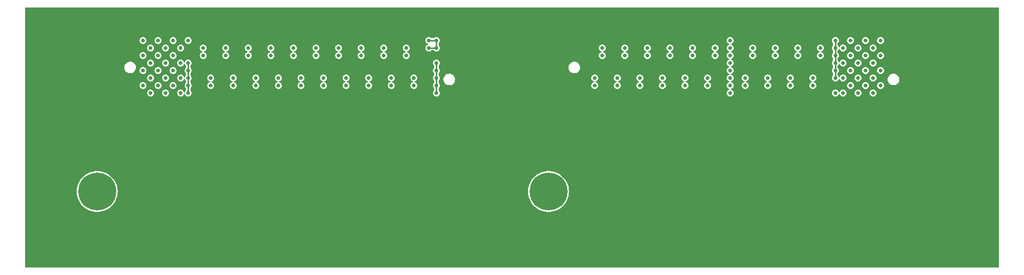
<source format=gbr>
%TF.GenerationSoftware,KiCad,Pcbnew,6.0.7-f9a2dced07~116~ubuntu22.04.1*%
%TF.CreationDate,2022-08-01T15:08:56-07:00*%
%TF.ProjectId,RFSoC_Frontend,5246536f-435f-4467-926f-6e74656e642e,rev?*%
%TF.SameCoordinates,Original*%
%TF.FileFunction,Copper,L2,Bot*%
%TF.FilePolarity,Positive*%
%FSLAX46Y46*%
G04 Gerber Fmt 4.6, Leading zero omitted, Abs format (unit mm)*
G04 Created by KiCad (PCBNEW 6.0.7-f9a2dced07~116~ubuntu22.04.1) date 2022-08-01 15:08:56*
%MOMM*%
%LPD*%
G01*
G04 APERTURE LIST*
%TA.AperFunction,SMDPad,CuDef*%
%ADD10R,1.500000X5.080000*%
%TD*%
%TA.AperFunction,ComponentPad*%
%ADD11C,10.000000*%
%TD*%
%TA.AperFunction,ComponentPad*%
%ADD12C,6.400000*%
%TD*%
%TA.AperFunction,SMDPad,CuDef*%
%ADD13C,0.640000*%
%TD*%
%TA.AperFunction,ViaPad*%
%ADD14C,0.508000*%
%TD*%
%TA.AperFunction,Conductor*%
%ADD15C,0.250000*%
%TD*%
G04 APERTURE END LIST*
D10*
%TO.P,J1,2,Ext*%
%TO.N,GND*%
X237173684Y-111430052D03*
X228673684Y-111430052D03*
%TD*%
%TO.P,J2,2,Ext*%
%TO.N,GND*%
X222409184Y-111430052D03*
X213909184Y-111430052D03*
%TD*%
%TO.P,J3,2,Ext*%
%TO.N,GND*%
X186048784Y-111430052D03*
X194548784Y-111430052D03*
%TD*%
%TO.P,J4,2,Ext*%
%TO.N,GND*%
X207905784Y-111430052D03*
X199405784Y-111430052D03*
%TD*%
%TO.P,J6,2,Ext*%
%TO.N,GND*%
X130456984Y-111603552D03*
X138956984Y-111603552D03*
%TD*%
%TO.P,J7,2,Ext*%
%TO.N,GND*%
X102022484Y-111755952D03*
X110522484Y-111755952D03*
%TD*%
%TO.P,J8,2,Ext*%
%TO.N,GND*%
X124809184Y-111755952D03*
X116309184Y-111755952D03*
%TD*%
%TO.P,J5,2,Ext*%
%TO.N,GND*%
X145417584Y-111603552D03*
X153917584Y-111603552D03*
%TD*%
D11*
%TO.P,e1,*%
%TO.N,GND*%
X160000000Y-80000000D03*
%TD*%
D12*
%TO.P,REF\u002A\u002A,1*%
%TO.N,N/C*%
X90004184Y-101430052D03*
%TD*%
%TO.P,REF\u002A\u002A,1*%
%TO.N,N/C*%
X166204184Y-101430052D03*
%TD*%
D11*
%TO.P,e,*%
%TO.N,GND*%
X235000000Y-80000000D03*
%TD*%
%TO.P,e2,*%
%TO.N,GND*%
X85000000Y-80000000D03*
%TD*%
D13*
%TO.P,J10,A01,A01*%
%TO.N,/FMC BANK 1 (DAC)/VCC12_SW*%
X147270026Y-84750052D03*
%TO.P,J10,A02,A02*%
%TO.N,GND*%
X146000026Y-84750052D03*
%TO.P,J10,A03,A03*%
X144730026Y-84750052D03*
%TO.P,J10,A04,A04*%
X143460026Y-84750052D03*
%TO.P,J10,A05,A05*%
X142190026Y-84750052D03*
%TO.P,J10,A06,A06*%
X140920026Y-84750052D03*
%TO.P,J10,A07,A07*%
X139650026Y-84750052D03*
%TO.P,J10,A08,A08*%
X138380026Y-84750052D03*
%TO.P,J10,A09,A09*%
X137110026Y-84750052D03*
%TO.P,J10,A10,A10*%
X135840026Y-84750052D03*
%TO.P,J10,A11,A11*%
X134570026Y-84750052D03*
%TO.P,J10,A12,A12*%
X133300026Y-84750052D03*
%TO.P,J10,A13,A13*%
X132030026Y-84750052D03*
%TO.P,J10,A14,A14*%
X130760026Y-84750052D03*
%TO.P,J10,A15,A15*%
X129490026Y-84750052D03*
%TO.P,J10,A16,A16*%
X128220026Y-84750052D03*
%TO.P,J10,A17,A17*%
X126950026Y-84750052D03*
%TO.P,J10,A18,A18*%
X125680026Y-84750052D03*
%TO.P,J10,A19,A19*%
X124410026Y-84750052D03*
%TO.P,J10,A20,A20*%
X123140026Y-84750052D03*
%TO.P,J10,A21,A21*%
X121870026Y-84750052D03*
%TO.P,J10,A22,A22*%
X120600026Y-84750052D03*
%TO.P,J10,A23,A23*%
X119330026Y-84750052D03*
%TO.P,J10,A24,A24*%
X118060026Y-84750052D03*
%TO.P,J10,A25,A25*%
X116790026Y-84750052D03*
%TO.P,J10,A26,A26*%
X115520026Y-84750052D03*
%TO.P,J10,A27,A27*%
X114250026Y-84750052D03*
%TO.P,J10,A28,A28*%
X112980026Y-84750052D03*
%TO.P,J10,A29,A29*%
X111710026Y-84750052D03*
%TO.P,J10,A30,A30*%
X110440026Y-84750052D03*
%TO.P,J10,A31,A31*%
X109170026Y-84750052D03*
%TO.P,J10,A32,A32*%
X107900026Y-84750052D03*
%TO.P,J10,A33,A33*%
X106630026Y-84750052D03*
%TO.P,J10,A34,A34*%
%TO.N,/FMC BANK 1 (DAC)/UTIL_3V3*%
X105360026Y-84750052D03*
%TO.P,J10,A35,A35*%
%TO.N,/FMC BANK 1 (DAC)/VCC1V8_BUS*%
X104090026Y-84750052D03*
%TO.P,J10,A36,A36*%
%TO.N,GND*%
X102820026Y-84750052D03*
%TO.P,J10,A37,A37*%
%TO.N,/FMC BANK 1 (DAC)/DACIO_00*%
X101550026Y-84750052D03*
%TO.P,J10,A38,A38*%
%TO.N,GND*%
X100280026Y-84750052D03*
%TO.P,J10,A39,A39*%
%TO.N,/FMC BANK 1 (DAC)/DACIO_01*%
X99010026Y-84750052D03*
%TO.P,J10,A40,A40*%
%TO.N,GND*%
X97740026Y-84750052D03*
%TO.P,J10,B01,B01*%
%TO.N,/FMC BANK 1 (DAC)/VCC12_SW*%
X147270026Y-83480052D03*
%TO.P,J10,B02,B02*%
%TO.N,GND*%
X146000026Y-83480052D03*
%TO.P,J10,B03,B03*%
X144730026Y-83480052D03*
%TO.P,J10,B04,B04*%
%TO.N,/FMC BANK 1 (DAC)/DAC_CLKIN_0_N*%
X143460026Y-83480052D03*
%TO.P,J10,B05,B05*%
%TO.N,GND*%
X142190026Y-83480052D03*
%TO.P,J10,B06,B06*%
X140920026Y-83480052D03*
%TO.P,J10,B07,B07*%
%TO.N,/FMC BANK 1 (DAC)/DAC_CLKIN_2_N*%
X139650026Y-83480052D03*
%TO.P,J10,B08,B08*%
%TO.N,GND*%
X138380026Y-83480052D03*
%TO.P,J10,B09,B09*%
X137110026Y-83480052D03*
%TO.P,J10,B10,B10*%
%TO.N,/FMC BANK 1 (DAC)/RFMC_DAC_00_N*%
X135840026Y-83480052D03*
%TO.P,J10,B11,B11*%
%TO.N,GND*%
X134570026Y-83480052D03*
%TO.P,J10,B12,B12*%
X133300026Y-83480052D03*
%TO.P,J10,B13,B13*%
%TO.N,/FMC BANK 1 (DAC)/RFMC_DAC_02_N*%
X132030026Y-83480052D03*
%TO.P,J10,B14,B14*%
%TO.N,GND*%
X130760026Y-83480052D03*
%TO.P,J10,B15,B15*%
X129490026Y-83480052D03*
%TO.P,J10,B16,B16*%
%TO.N,DAC_B0_P*%
X128220026Y-83480052D03*
%TO.P,J10,B17,B17*%
%TO.N,GND*%
X126950026Y-83480052D03*
%TO.P,J10,B18,B18*%
X125680026Y-83480052D03*
%TO.P,J10,B19,B19*%
%TO.N,DAC_A0_P*%
X124410026Y-83480052D03*
%TO.P,J10,B20,B20*%
%TO.N,GND*%
X123140026Y-83480052D03*
%TO.P,J10,B21,B21*%
X121870026Y-83480052D03*
%TO.P,J10,B22,B22*%
%TO.N,unconnected-(J10-PadB22)*%
X120600026Y-83480052D03*
%TO.P,J10,B23,B23*%
%TO.N,GND*%
X119330026Y-83480052D03*
%TO.P,J10,B24,B24*%
X118060026Y-83480052D03*
%TO.P,J10,B25,B25*%
%TO.N,unconnected-(J10-PadB25)*%
X116790026Y-83480052D03*
%TO.P,J10,B26,B26*%
%TO.N,GND*%
X115520026Y-83480052D03*
%TO.P,J10,B27,B27*%
X114250026Y-83480052D03*
%TO.P,J10,B28,B28*%
%TO.N,unconnected-(J10-PadB28)*%
X112980026Y-83480052D03*
%TO.P,J10,B29,B29*%
%TO.N,GND*%
X111710026Y-83480052D03*
%TO.P,J10,B30,B30*%
X110440026Y-83480052D03*
%TO.P,J10,B31,B31*%
%TO.N,unconnected-(J10-PadB31)*%
X109170026Y-83480052D03*
%TO.P,J10,B32,B32*%
%TO.N,GND*%
X107900026Y-83480052D03*
%TO.P,J10,B33,B33*%
X106630026Y-83480052D03*
%TO.P,J10,B34,B34*%
%TO.N,/FMC BANK 1 (DAC)/UTIL_3V3*%
X105360026Y-83480052D03*
%TO.P,J10,B35,B35*%
%TO.N,GND*%
X104090026Y-83480052D03*
%TO.P,J10,B36,B36*%
%TO.N,/FMC BANK 1 (DAC)/DACIO_02*%
X102820026Y-83480052D03*
%TO.P,J10,B37,B37*%
%TO.N,GND*%
X101550026Y-83480052D03*
%TO.P,J10,B38,B38*%
%TO.N,/FMC BANK 1 (DAC)/DACIO_03*%
X100280026Y-83480052D03*
%TO.P,J10,B39,B39*%
%TO.N,GND*%
X99010026Y-83480052D03*
%TO.P,J10,B40,B40*%
%TO.N,/FMC BANK 1 (DAC)/DACIO_04*%
X97740026Y-83480052D03*
%TO.P,J10,C01,C01*%
%TO.N,/FMC BANK 1 (DAC)/VCC12_SW*%
X147270026Y-82210052D03*
%TO.P,J10,C02,C02*%
%TO.N,GND*%
X146000026Y-82210052D03*
%TO.P,J10,C03,C03*%
X144730026Y-82210052D03*
%TO.P,J10,C04,C04*%
%TO.N,/FMC BANK 1 (DAC)/DAC_CLKIN_0_P*%
X143460026Y-82210052D03*
%TO.P,J10,C05,C05*%
%TO.N,GND*%
X142190026Y-82210052D03*
%TO.P,J10,C06,C06*%
X140920026Y-82210052D03*
%TO.P,J10,C07,C07*%
%TO.N,/FMC BANK 1 (DAC)/DAC_CLKIN_2_P*%
X139650026Y-82210052D03*
%TO.P,J10,C08,C08*%
%TO.N,GND*%
X138380026Y-82210052D03*
%TO.P,J10,C09,C09*%
X137110026Y-82210052D03*
%TO.P,J10,C10,C10*%
%TO.N,/FMC BANK 1 (DAC)/RFMC_DAC_00_P*%
X135840026Y-82210052D03*
%TO.P,J10,C11,C11*%
%TO.N,GND*%
X134570026Y-82210052D03*
%TO.P,J10,C12,C12*%
X133300026Y-82210052D03*
%TO.P,J10,C13,C13*%
%TO.N,/FMC BANK 1 (DAC)/RFMC_DAC_02_P*%
X132030026Y-82210052D03*
%TO.P,J10,C14,C14*%
%TO.N,GND*%
X130760026Y-82210052D03*
%TO.P,J10,C15,C15*%
X129490026Y-82210052D03*
%TO.P,J10,C16,C16*%
%TO.N,DAC_B0_N*%
X128220026Y-82210052D03*
%TO.P,J10,C17,C17*%
%TO.N,GND*%
X126950026Y-82210052D03*
%TO.P,J10,C18,C18*%
X125680026Y-82210052D03*
%TO.P,J10,C19,C19*%
%TO.N,DAC_A0_N*%
X124410026Y-82210052D03*
%TO.P,J10,C20,C20*%
%TO.N,GND*%
X123140026Y-82210052D03*
%TO.P,J10,C21,C21*%
X121870026Y-82210052D03*
%TO.P,J10,C22,C22*%
%TO.N,unconnected-(J10-PadC22)*%
X120600026Y-82210052D03*
%TO.P,J10,C23,C23*%
%TO.N,GND*%
X119330026Y-82210052D03*
%TO.P,J10,C24,C24*%
X118060026Y-82210052D03*
%TO.P,J10,C25,C25*%
%TO.N,unconnected-(J10-PadC25)*%
X116790026Y-82210052D03*
%TO.P,J10,C26,C26*%
%TO.N,GND*%
X115520026Y-82210052D03*
%TO.P,J10,C27,C27*%
X114250026Y-82210052D03*
%TO.P,J10,C28,C28*%
%TO.N,unconnected-(J10-PadC28)*%
X112980026Y-82210052D03*
%TO.P,J10,C29,C29*%
%TO.N,GND*%
X111710026Y-82210052D03*
%TO.P,J10,C30,C30*%
X110440026Y-82210052D03*
%TO.P,J10,C31,C31*%
%TO.N,unconnected-(J10-PadC31)*%
X109170026Y-82210052D03*
%TO.P,J10,C32,C32*%
%TO.N,GND*%
X107900026Y-82210052D03*
%TO.P,J10,C33,C33*%
X106630026Y-82210052D03*
%TO.P,J10,C34,C34*%
%TO.N,/FMC BANK 1 (DAC)/UTIL_3V3*%
X105360026Y-82210052D03*
%TO.P,J10,C35,C35*%
%TO.N,/FMC BANK 1 (DAC)/VCC1V8_BUS*%
X104090026Y-82210052D03*
%TO.P,J10,C36,C36*%
%TO.N,GND*%
X102820026Y-82210052D03*
%TO.P,J10,C37,C37*%
%TO.N,/FMC BANK 1 (DAC)/DACIO_05*%
X101550026Y-82210052D03*
%TO.P,J10,C38,C38*%
%TO.N,GND*%
X100280026Y-82210052D03*
%TO.P,J10,C39,C39*%
%TO.N,/FMC BANK 1 (DAC)/DACIO_06*%
X99010026Y-82210052D03*
%TO.P,J10,C40,C40*%
%TO.N,GND*%
X97740026Y-82210052D03*
%TO.P,J10,D01,D01*%
%TO.N,/FMC BANK 1 (DAC)/VCC12_SW*%
X147270026Y-80940052D03*
%TO.P,J10,D02,D02*%
%TO.N,GND*%
X146000026Y-80940052D03*
%TO.P,J10,D03,D03*%
X144730026Y-80940052D03*
%TO.P,J10,D04,D04*%
X143460026Y-80940052D03*
%TO.P,J10,D05,D05*%
X142190026Y-80940052D03*
%TO.P,J10,D06,D06*%
X140920026Y-80940052D03*
%TO.P,J10,D07,D07*%
X139650026Y-80940052D03*
%TO.P,J10,D08,D08*%
X138380026Y-80940052D03*
%TO.P,J10,D09,D09*%
X137110026Y-80940052D03*
%TO.P,J10,D10,D10*%
X135840026Y-80940052D03*
%TO.P,J10,D11,D11*%
X134570026Y-80940052D03*
%TO.P,J10,D12,D12*%
X133300026Y-80940052D03*
%TO.P,J10,D13,D13*%
X132030026Y-80940052D03*
%TO.P,J10,D14,D14*%
X130760026Y-80940052D03*
%TO.P,J10,D15,D15*%
X129490026Y-80940052D03*
%TO.P,J10,D16,D16*%
X128220026Y-80940052D03*
%TO.P,J10,D17,D17*%
X126950026Y-80940052D03*
%TO.P,J10,D18,D18*%
X125680026Y-80940052D03*
%TO.P,J10,D19,D19*%
X124410026Y-80940052D03*
%TO.P,J10,D20,D20*%
X123140026Y-80940052D03*
%TO.P,J10,D21,D21*%
X121870026Y-80940052D03*
%TO.P,J10,D22,D22*%
X120600026Y-80940052D03*
%TO.P,J10,D23,D23*%
X119330026Y-80940052D03*
%TO.P,J10,D24,D24*%
X118060026Y-80940052D03*
%TO.P,J10,D25,D25*%
X116790026Y-80940052D03*
%TO.P,J10,D26,D26*%
X115520026Y-80940052D03*
%TO.P,J10,D27,D27*%
X114250026Y-80940052D03*
%TO.P,J10,D28,D28*%
X112980026Y-80940052D03*
%TO.P,J10,D29,D29*%
X111710026Y-80940052D03*
%TO.P,J10,D30,D30*%
X110440026Y-80940052D03*
%TO.P,J10,D31,D31*%
X109170026Y-80940052D03*
%TO.P,J10,D32,D32*%
X107900026Y-80940052D03*
%TO.P,J10,D33,D33*%
X106630026Y-80940052D03*
%TO.P,J10,D34,D34*%
%TO.N,/FMC BANK 1 (DAC)/UTIL_3V3*%
X105360026Y-80940052D03*
%TO.P,J10,D35,D35*%
%TO.N,GND*%
X104090026Y-80940052D03*
%TO.P,J10,D36,D36*%
%TO.N,/FMC BANK 1 (DAC)/DACIO_07*%
X102820026Y-80940052D03*
%TO.P,J10,D37,D37*%
%TO.N,GND*%
X101550026Y-80940052D03*
%TO.P,J10,D38,D38*%
%TO.N,/FMC BANK 1 (DAC)/DACIO_08*%
X100280026Y-80940052D03*
%TO.P,J10,D39,D39*%
%TO.N,GND*%
X99010026Y-80940052D03*
%TO.P,J10,D40,D40*%
%TO.N,/FMC BANK 1 (DAC)/DACIO_09*%
X97740026Y-80940052D03*
%TO.P,J10,E01,E01*%
%TO.N,/FMC BANK 1 (DAC)/VCC12_SW*%
X147270026Y-79670052D03*
%TO.P,J10,E02,E02*%
%TO.N,GND*%
X146000026Y-79670052D03*
%TO.P,J10,E03,E03*%
X144730026Y-79670052D03*
%TO.P,J10,E04,E04*%
X143460026Y-79670052D03*
%TO.P,J10,E05,E05*%
X142190026Y-79670052D03*
%TO.P,J10,E06,E06*%
X140920026Y-79670052D03*
%TO.P,J10,E07,E07*%
X139650026Y-79670052D03*
%TO.P,J10,E08,E08*%
X138380026Y-79670052D03*
%TO.P,J10,E09,E09*%
X137110026Y-79670052D03*
%TO.P,J10,E10,E10*%
X135840026Y-79670052D03*
%TO.P,J10,E11,E11*%
X134570026Y-79670052D03*
%TO.P,J10,E12,E12*%
X133300026Y-79670052D03*
%TO.P,J10,E13,E13*%
X132030026Y-79670052D03*
%TO.P,J10,E14,E14*%
X130760026Y-79670052D03*
%TO.P,J10,E15,E15*%
X129490026Y-79670052D03*
%TO.P,J10,E16,E16*%
X128220026Y-79670052D03*
%TO.P,J10,E17,E17*%
X126950026Y-79670052D03*
%TO.P,J10,E18,E18*%
X125680026Y-79670052D03*
%TO.P,J10,E19,E19*%
X124410026Y-79670052D03*
%TO.P,J10,E20,E20*%
X123140026Y-79670052D03*
%TO.P,J10,E21,E21*%
X121870026Y-79670052D03*
%TO.P,J10,E22,E22*%
X120600026Y-79670052D03*
%TO.P,J10,E23,E23*%
X119330026Y-79670052D03*
%TO.P,J10,E24,E24*%
X118060026Y-79670052D03*
%TO.P,J10,E25,E25*%
X116790026Y-79670052D03*
%TO.P,J10,E26,E26*%
X115520026Y-79670052D03*
%TO.P,J10,E27,E27*%
X114250026Y-79670052D03*
%TO.P,J10,E28,E28*%
X112980026Y-79670052D03*
%TO.P,J10,E29,E29*%
X111710026Y-79670052D03*
%TO.P,J10,E30,E30*%
X110440026Y-79670052D03*
%TO.P,J10,E31,E31*%
X109170026Y-79670052D03*
%TO.P,J10,E32,E32*%
X107900026Y-79670052D03*
%TO.P,J10,E33,E33*%
X106630026Y-79670052D03*
%TO.P,J10,E34,E34*%
%TO.N,/FMC BANK 1 (DAC)/UTIL_3V3*%
X105360026Y-79670052D03*
%TO.P,J10,E35,E35*%
%TO.N,unconnected-(J10-PadE35)*%
X104090026Y-79670052D03*
%TO.P,J10,E36,E36*%
%TO.N,GND*%
X102820026Y-79670052D03*
%TO.P,J10,E37,E37*%
%TO.N,/FMC BANK 1 (DAC)/DACIO_10*%
X101550026Y-79670052D03*
%TO.P,J10,E38,E38*%
%TO.N,GND*%
X100280026Y-79670052D03*
%TO.P,J10,E39,E39*%
%TO.N,/FMC BANK 1 (DAC)/DACIO_11*%
X99010026Y-79670052D03*
%TO.P,J10,E40,E40*%
%TO.N,GND*%
X97740026Y-79670052D03*
%TO.P,J10,F01,F01*%
X147270026Y-78400052D03*
%TO.P,J10,F02,F02*%
X146000026Y-78400052D03*
%TO.P,J10,F03,F03*%
X144730026Y-78400052D03*
%TO.P,J10,F04,F04*%
X143460026Y-78400052D03*
%TO.P,J10,F05,F05*%
%TO.N,/FMC BANK 1 (DAC)/DAC_CLKIN_1_N*%
X142190026Y-78400052D03*
%TO.P,J10,F06,F06*%
%TO.N,GND*%
X140920026Y-78400052D03*
%TO.P,J10,F07,F07*%
X139650026Y-78400052D03*
%TO.P,J10,F08,F08*%
%TO.N,/FMC BANK 1 (DAC)/DAC_CLKIN_3_N*%
X138380026Y-78400052D03*
%TO.P,J10,F09,F09*%
%TO.N,GND*%
X137110026Y-78400052D03*
%TO.P,J10,F10,F10*%
X135840026Y-78400052D03*
%TO.P,J10,F11,F11*%
%TO.N,/FMC BANK 1 (DAC)/RFMC_DAC_01_N*%
X134570026Y-78400052D03*
%TO.P,J10,F12,F12*%
%TO.N,GND*%
X133300026Y-78400052D03*
%TO.P,J10,F13,F13*%
X132030026Y-78400052D03*
%TO.P,J10,F14,F14*%
%TO.N,/FMC BANK 1 (DAC)/RFMC_DAC_03_N*%
X130760026Y-78400052D03*
%TO.P,J10,F15,F15*%
%TO.N,GND*%
X129490026Y-78400052D03*
%TO.P,J10,F16,F16*%
X128220026Y-78400052D03*
%TO.P,J10,F17,F17*%
%TO.N,DAC_B1_P*%
X126950026Y-78400052D03*
%TO.P,J10,F18,F18*%
%TO.N,GND*%
X125680026Y-78400052D03*
%TO.P,J10,F19,F19*%
X124410026Y-78400052D03*
%TO.P,J10,F20,F20*%
%TO.N,DAC_A1_P*%
X123140026Y-78400052D03*
%TO.P,J10,F21,F21*%
%TO.N,GND*%
X121870026Y-78400052D03*
%TO.P,J10,F22,F22*%
X120600026Y-78400052D03*
%TO.P,J10,F23,F23*%
%TO.N,unconnected-(J10-PadF23)*%
X119330026Y-78400052D03*
%TO.P,J10,F24,F24*%
%TO.N,GND*%
X118060026Y-78400052D03*
%TO.P,J10,F25,F25*%
X116790026Y-78400052D03*
%TO.P,J10,F26,F26*%
%TO.N,unconnected-(J10-PadF26)*%
X115520026Y-78400052D03*
%TO.P,J10,F27,F27*%
%TO.N,GND*%
X114250026Y-78400052D03*
%TO.P,J10,F28,F28*%
X112980026Y-78400052D03*
%TO.P,J10,F29,F29*%
%TO.N,unconnected-(J10-PadF29)*%
X111710026Y-78400052D03*
%TO.P,J10,F30,F30*%
%TO.N,GND*%
X110440026Y-78400052D03*
%TO.P,J10,F31,F31*%
X109170026Y-78400052D03*
%TO.P,J10,F32,F32*%
%TO.N,unconnected-(J10-PadF32)*%
X107900026Y-78400052D03*
%TO.P,J10,F33,F33*%
%TO.N,GND*%
X106630026Y-78400052D03*
%TO.P,J10,F34,F34*%
X105360026Y-78400052D03*
%TO.P,J10,F35,F35*%
X104090026Y-78400052D03*
%TO.P,J10,F36,F36*%
%TO.N,/FMC BANK 1 (DAC)/DACIO_12*%
X102820026Y-78400052D03*
%TO.P,J10,F37,F37*%
%TO.N,GND*%
X101550026Y-78400052D03*
%TO.P,J10,F38,F38*%
%TO.N,/FMC BANK 1 (DAC)/DACIO_13*%
X100280026Y-78400052D03*
%TO.P,J10,F39,F39*%
%TO.N,GND*%
X99010026Y-78400052D03*
%TO.P,J10,F40,F40*%
%TO.N,/FMC BANK 1 (DAC)/DACIO_14*%
X97740026Y-78400052D03*
%TO.P,J10,G01,G01*%
%TO.N,/FMC BANK 1 (DAC)/DAC_AVTT_BUS*%
X147270026Y-77130052D03*
%TO.P,J10,G02,G02*%
X146000026Y-77130052D03*
%TO.P,J10,G03,G03*%
%TO.N,GND*%
X144730026Y-77130052D03*
%TO.P,J10,G04,G04*%
X143460026Y-77130052D03*
%TO.P,J10,G05,G05*%
%TO.N,/FMC BANK 1 (DAC)/DAC_CLKIN_1_P*%
X142190026Y-77130052D03*
%TO.P,J10,G06,G06*%
%TO.N,GND*%
X140920026Y-77130052D03*
%TO.P,J10,G07,G07*%
X139650026Y-77130052D03*
%TO.P,J10,G08,G08*%
%TO.N,/FMC BANK 1 (DAC)/DAC_CLKIN_3_P*%
X138380026Y-77130052D03*
%TO.P,J10,G09,G09*%
%TO.N,GND*%
X137110026Y-77130052D03*
%TO.P,J10,G10,G10*%
X135840026Y-77130052D03*
%TO.P,J10,G11,G11*%
%TO.N,/FMC BANK 1 (DAC)/RFMC_DAC_01_P*%
X134570026Y-77130052D03*
%TO.P,J10,G12,G12*%
%TO.N,GND*%
X133300026Y-77130052D03*
%TO.P,J10,G13,G13*%
X132030026Y-77130052D03*
%TO.P,J10,G14,G14*%
%TO.N,/FMC BANK 1 (DAC)/RFMC_DAC_03_P*%
X130760026Y-77130052D03*
%TO.P,J10,G15,G15*%
%TO.N,GND*%
X129490026Y-77130052D03*
%TO.P,J10,G16,G16*%
X128220026Y-77130052D03*
%TO.P,J10,G17,G17*%
%TO.N,DAC_B1_N*%
X126950026Y-77130052D03*
%TO.P,J10,G18,G18*%
%TO.N,GND*%
X125680026Y-77130052D03*
%TO.P,J10,G19,G19*%
X124410026Y-77130052D03*
%TO.P,J10,G20,G20*%
%TO.N,DAC_A1_N*%
X123140026Y-77130052D03*
%TO.P,J10,G21,G21*%
%TO.N,GND*%
X121870026Y-77130052D03*
%TO.P,J10,G22,G22*%
X120600026Y-77130052D03*
%TO.P,J10,G23,G23*%
%TO.N,unconnected-(J10-PadG23)*%
X119330026Y-77130052D03*
%TO.P,J10,G24,G24*%
%TO.N,GND*%
X118060026Y-77130052D03*
%TO.P,J10,G25,G25*%
X116790026Y-77130052D03*
%TO.P,J10,G26,G26*%
%TO.N,unconnected-(J10-PadG26)*%
X115520026Y-77130052D03*
%TO.P,J10,G27,G27*%
%TO.N,GND*%
X114250026Y-77130052D03*
%TO.P,J10,G28,G28*%
X112980026Y-77130052D03*
%TO.P,J10,G29,G29*%
%TO.N,unconnected-(J10-PadG29)*%
X111710026Y-77130052D03*
%TO.P,J10,G30,G30*%
%TO.N,GND*%
X110440026Y-77130052D03*
%TO.P,J10,G31,G31*%
X109170026Y-77130052D03*
%TO.P,J10,G32,G32*%
%TO.N,unconnected-(J10-PadG32)*%
X107900026Y-77130052D03*
%TO.P,J10,G33,G33*%
%TO.N,GND*%
X106630026Y-77130052D03*
%TO.P,J10,G34,G34*%
X105360026Y-77130052D03*
%TO.P,J10,G35,G35*%
%TO.N,unconnected-(J10-PadG35)*%
X104090026Y-77130052D03*
%TO.P,J10,G36,G36*%
%TO.N,GND*%
X102820026Y-77130052D03*
%TO.P,J10,G37,G37*%
%TO.N,/FMC BANK 1 (DAC)/DACIO_15*%
X101550026Y-77130052D03*
%TO.P,J10,G38,G38*%
%TO.N,GND*%
X100280026Y-77130052D03*
%TO.P,J10,G39,G39*%
%TO.N,/FMC BANK 1 (DAC)/DACIO_16*%
X99010026Y-77130052D03*
%TO.P,J10,G40,G40*%
%TO.N,GND*%
X97740026Y-77130052D03*
%TO.P,J10,H01,H01*%
%TO.N,/FMC BANK 1 (DAC)/DAC_AVTT_BUS*%
X147270026Y-75860052D03*
%TO.P,J10,H02,H02*%
X146000026Y-75860052D03*
%TO.P,J10,H03,H03*%
%TO.N,GND*%
X144730026Y-75860052D03*
%TO.P,J10,H04,H04*%
X143460026Y-75860052D03*
%TO.P,J10,H05,H05*%
X142190026Y-75860052D03*
%TO.P,J10,H06,H06*%
X140920026Y-75860052D03*
%TO.P,J10,H07,H07*%
X139650026Y-75860052D03*
%TO.P,J10,H08,H08*%
X138380026Y-75860052D03*
%TO.P,J10,H09,H09*%
X137110026Y-75860052D03*
%TO.P,J10,H10,H10*%
X135840026Y-75860052D03*
%TO.P,J10,H11,H11*%
X134570026Y-75860052D03*
%TO.P,J10,H12,H12*%
X133300026Y-75860052D03*
%TO.P,J10,H13,H13*%
X132030026Y-75860052D03*
%TO.P,J10,H14,H14*%
X130760026Y-75860052D03*
%TO.P,J10,H15,H15*%
X129490026Y-75860052D03*
%TO.P,J10,H16,H16*%
X128220026Y-75860052D03*
%TO.P,J10,H17,H17*%
X126950026Y-75860052D03*
%TO.P,J10,H18,H18*%
X125680026Y-75860052D03*
%TO.P,J10,H19,H19*%
X124410026Y-75860052D03*
%TO.P,J10,H20,H20*%
X123140026Y-75860052D03*
%TO.P,J10,H21,H21*%
X121870026Y-75860052D03*
%TO.P,J10,H22,H22*%
X120600026Y-75860052D03*
%TO.P,J10,H23,H23*%
X119330026Y-75860052D03*
%TO.P,J10,H24,H24*%
X118060026Y-75860052D03*
%TO.P,J10,H25,H25*%
X116790026Y-75860052D03*
%TO.P,J10,H26,H26*%
X115520026Y-75860052D03*
%TO.P,J10,H27,H27*%
X114250026Y-75860052D03*
%TO.P,J10,H28,H28*%
X112980026Y-75860052D03*
%TO.P,J10,H29,H29*%
X111710026Y-75860052D03*
%TO.P,J10,H30,H30*%
X110440026Y-75860052D03*
%TO.P,J10,H31,H31*%
X109170026Y-75860052D03*
%TO.P,J10,H32,H32*%
X107900026Y-75860052D03*
%TO.P,J10,H33,H33*%
X106630026Y-75860052D03*
%TO.P,J10,H34,H34*%
%TO.N,/FMC BANK 1 (DAC)/UTIL_3V3*%
X105360026Y-75860052D03*
%TO.P,J10,H35,H35*%
%TO.N,GND*%
X104090026Y-75860052D03*
%TO.P,J10,H36,H36*%
%TO.N,/FMC BANK 1 (DAC)/DACIO_17*%
X102820026Y-75860052D03*
%TO.P,J10,H37,H37*%
%TO.N,GND*%
X101550026Y-75860052D03*
%TO.P,J10,H38,H38*%
%TO.N,/FMC BANK 1 (DAC)/DACIO_18*%
X100280026Y-75860052D03*
%TO.P,J10,H39,H39*%
%TO.N,GND*%
X99010026Y-75860052D03*
%TO.P,J10,H40,H40*%
%TO.N,/FMC BANK 1 (DAC)/DACIO_19*%
X97740026Y-75860052D03*
%TD*%
%TO.P,J9,A01,A01*%
%TO.N,GND*%
X222269678Y-84750052D03*
%TO.P,J9,A02,A02*%
%TO.N,/FMC BANK 0 (ADC)/ADCIO_00*%
X220999678Y-84750052D03*
%TO.P,J9,A03,A03*%
%TO.N,GND*%
X219729678Y-84750052D03*
%TO.P,J9,A04,A04*%
%TO.N,/FMC BANK 0 (ADC)/ADCIO_01*%
X218459678Y-84750052D03*
%TO.P,J9,A05,A05*%
%TO.N,GND*%
X217189678Y-84750052D03*
%TO.P,J9,A06,A06*%
%TO.N,/FMC BANK 0 (ADC)/VCC1V8_BUS*%
X215919678Y-84750052D03*
%TO.P,J9,A07,A07*%
%TO.N,/FMC BANK 0 (ADC)/UTIL_3V3*%
X214649678Y-84750052D03*
%TO.P,J9,A08,A08*%
%TO.N,GND*%
X213379678Y-84750052D03*
%TO.P,J9,A09,A09*%
X212109678Y-84750052D03*
%TO.P,J9,A10,A10*%
X210839678Y-84750052D03*
%TO.P,J9,A11,A11*%
X209569678Y-84750052D03*
%TO.P,J9,A12,A12*%
X208299678Y-84750052D03*
%TO.P,J9,A13,A13*%
X207029678Y-84750052D03*
%TO.P,J9,A14,A14*%
X205759678Y-84750052D03*
%TO.P,J9,A15,A15*%
X204489678Y-84750052D03*
%TO.P,J9,A16,A16*%
X203219678Y-84750052D03*
%TO.P,J9,A17,A17*%
X201949678Y-84750052D03*
%TO.P,J9,A18,A18*%
X200679678Y-84750052D03*
%TO.P,J9,A19,A19*%
X199409678Y-84750052D03*
%TO.P,J9,A20,A20*%
X198139678Y-84750052D03*
%TO.P,J9,A21,A21*%
%TO.N,/FMC BANK 0 (ADC)/VCM01_224*%
X196869678Y-84750052D03*
%TO.P,J9,A22,A22*%
%TO.N,GND*%
X195599678Y-84750052D03*
%TO.P,J9,A23,A23*%
X194329678Y-84750052D03*
%TO.P,J9,A24,A24*%
X193059678Y-84750052D03*
%TO.P,J9,A25,A25*%
X191789678Y-84750052D03*
%TO.P,J9,A26,A26*%
X190519678Y-84750052D03*
%TO.P,J9,A27,A27*%
X189249678Y-84750052D03*
%TO.P,J9,A28,A28*%
X187979678Y-84750052D03*
%TO.P,J9,A29,A29*%
X186709678Y-84750052D03*
%TO.P,J9,A30,A30*%
X185439678Y-84750052D03*
%TO.P,J9,A31,A31*%
X184169678Y-84750052D03*
%TO.P,J9,A32,A32*%
X182899678Y-84750052D03*
%TO.P,J9,A33,A33*%
X181629678Y-84750052D03*
%TO.P,J9,A34,A34*%
X180359678Y-84750052D03*
%TO.P,J9,A35,A35*%
X179089678Y-84750052D03*
%TO.P,J9,A36,A36*%
X177819678Y-84750052D03*
%TO.P,J9,A37,A37*%
X176549678Y-84750052D03*
%TO.P,J9,A38,A38*%
X175279678Y-84750052D03*
%TO.P,J9,A39,A39*%
X174009678Y-84750052D03*
%TO.P,J9,A40,A40*%
X172739678Y-84750052D03*
%TO.P,J9,B01,B01*%
%TO.N,/FMC BANK 0 (ADC)/ADCIO_02*%
X222269678Y-83480052D03*
%TO.P,J9,B02,B02*%
%TO.N,GND*%
X220999678Y-83480052D03*
%TO.P,J9,B03,B03*%
%TO.N,/FMC BANK 0 (ADC)/ADCIO_03*%
X219729678Y-83480052D03*
%TO.P,J9,B04,B04*%
%TO.N,GND*%
X218459678Y-83480052D03*
%TO.P,J9,B05,B05*%
%TO.N,/FMC BANK 0 (ADC)/ADCIO_04*%
X217189678Y-83480052D03*
%TO.P,J9,B06,B06*%
%TO.N,GND*%
X215919678Y-83480052D03*
%TO.P,J9,B07,B07*%
X214649678Y-83480052D03*
%TO.P,J9,B08,B08*%
X213379678Y-83480052D03*
%TO.P,J9,B09,B09*%
X212109678Y-83480052D03*
%TO.P,J9,B10,B10*%
%TO.N,ADC_A1_P*%
X210839678Y-83480052D03*
%TO.P,J9,B11,B11*%
%TO.N,GND*%
X209569678Y-83480052D03*
%TO.P,J9,B12,B12*%
X208299678Y-83480052D03*
%TO.P,J9,B13,B13*%
%TO.N,ADC_B1_P*%
X207029678Y-83480052D03*
%TO.P,J9,B14,B14*%
%TO.N,GND*%
X205759678Y-83480052D03*
%TO.P,J9,B15,B15*%
X204489678Y-83480052D03*
%TO.P,J9,B16,B16*%
%TO.N,ADC_C1_P*%
X203219678Y-83480052D03*
%TO.P,J9,B17,B17*%
%TO.N,GND*%
X201949678Y-83480052D03*
%TO.P,J9,B18,B18*%
X200679678Y-83480052D03*
%TO.P,J9,B19,B19*%
%TO.N,ADC_D1_P*%
X199409678Y-83480052D03*
%TO.P,J9,B20,B20*%
%TO.N,GND*%
X198139678Y-83480052D03*
%TO.P,J9,B21,B21*%
%TO.N,/FMC BANK 0 (ADC)/VCM23_224*%
X196869678Y-83480052D03*
%TO.P,J9,B22,B22*%
%TO.N,GND*%
X195599678Y-83480052D03*
%TO.P,J9,B23,B23*%
X194329678Y-83480052D03*
%TO.P,J9,B24,B24*%
%TO.N,unconnected-(J9-PadB24)*%
X193059678Y-83480052D03*
%TO.P,J9,B25,B25*%
%TO.N,GND*%
X191789678Y-83480052D03*
%TO.P,J9,B26,B26*%
X190519678Y-83480052D03*
%TO.P,J9,B27,B27*%
%TO.N,unconnected-(J9-PadB27)*%
X189249678Y-83480052D03*
%TO.P,J9,B28,B28*%
%TO.N,GND*%
X187979678Y-83480052D03*
%TO.P,J9,B29,B29*%
X186709678Y-83480052D03*
%TO.P,J9,B30,B30*%
%TO.N,unconnected-(J9-PadB30)*%
X185439678Y-83480052D03*
%TO.P,J9,B31,B31*%
%TO.N,GND*%
X184169678Y-83480052D03*
%TO.P,J9,B32,B32*%
X182899678Y-83480052D03*
%TO.P,J9,B33,B33*%
%TO.N,unconnected-(J9-PadB33)*%
X181629678Y-83480052D03*
%TO.P,J9,B34,B34*%
%TO.N,GND*%
X180359678Y-83480052D03*
%TO.P,J9,B35,B35*%
X179089678Y-83480052D03*
%TO.P,J9,B36,B36*%
%TO.N,/FMC BANK 0 (ADC)/ADC_CLKIN_0_N*%
X177819678Y-83480052D03*
%TO.P,J9,B37,B37*%
%TO.N,GND*%
X176549678Y-83480052D03*
%TO.P,J9,B38,B38*%
X175279678Y-83480052D03*
%TO.P,J9,B39,B39*%
%TO.N,/FMC BANK 0 (ADC)/ADC_CLKIN_2_N*%
X174009678Y-83480052D03*
%TO.P,J9,B40,B40*%
%TO.N,GND*%
X172739678Y-83480052D03*
%TO.P,J9,C01,C01*%
X222269678Y-82210052D03*
%TO.P,J9,C02,C02*%
%TO.N,/FMC BANK 0 (ADC)/ADCIO_05*%
X220999678Y-82210052D03*
%TO.P,J9,C03,C03*%
%TO.N,GND*%
X219729678Y-82210052D03*
%TO.P,J9,C04,C04*%
%TO.N,/FMC BANK 0 (ADC)/ADCIO_06*%
X218459678Y-82210052D03*
%TO.P,J9,C05,C05*%
%TO.N,GND*%
X217189678Y-82210052D03*
%TO.P,J9,C06,C06*%
%TO.N,/FMC BANK 0 (ADC)/VCC1V8_BUS*%
X215919678Y-82210052D03*
%TO.P,J9,C07,C07*%
%TO.N,/FMC BANK 0 (ADC)/UTIL_3V3*%
X214649678Y-82210052D03*
%TO.P,J9,C08,C08*%
%TO.N,GND*%
X213379678Y-82210052D03*
%TO.P,J9,C09,C09*%
X212109678Y-82210052D03*
%TO.P,J9,C10,C10*%
%TO.N,ADC_A1_N*%
X210839678Y-82210052D03*
%TO.P,J9,C11,C11*%
%TO.N,GND*%
X209569678Y-82210052D03*
%TO.P,J9,C12,C12*%
X208299678Y-82210052D03*
%TO.P,J9,C13,C13*%
%TO.N,ADC_B1_N*%
X207029678Y-82210052D03*
%TO.P,J9,C14,C14*%
%TO.N,GND*%
X205759678Y-82210052D03*
%TO.P,J9,C15,C15*%
X204489678Y-82210052D03*
%TO.P,J9,C16,C16*%
%TO.N,ADC_C1_N*%
X203219678Y-82210052D03*
%TO.P,J9,C17,C17*%
%TO.N,GND*%
X201949678Y-82210052D03*
%TO.P,J9,C18,C18*%
X200679678Y-82210052D03*
%TO.P,J9,C19,C19*%
%TO.N,ADC_D1_N*%
X199409678Y-82210052D03*
%TO.P,J9,C20,C20*%
%TO.N,GND*%
X198139678Y-82210052D03*
%TO.P,J9,C21,C21*%
%TO.N,/FMC BANK 0 (ADC)/VCM01_225*%
X196869678Y-82210052D03*
%TO.P,J9,C22,C22*%
%TO.N,GND*%
X195599678Y-82210052D03*
%TO.P,J9,C23,C23*%
X194329678Y-82210052D03*
%TO.P,J9,C24,C24*%
%TO.N,unconnected-(J9-PadC24)*%
X193059678Y-82210052D03*
%TO.P,J9,C25,C25*%
%TO.N,GND*%
X191789678Y-82210052D03*
%TO.P,J9,C26,C26*%
X190519678Y-82210052D03*
%TO.P,J9,C27,C27*%
%TO.N,unconnected-(J9-PadC27)*%
X189249678Y-82210052D03*
%TO.P,J9,C28,C28*%
%TO.N,GND*%
X187979678Y-82210052D03*
%TO.P,J9,C29,C29*%
X186709678Y-82210052D03*
%TO.P,J9,C30,C30*%
%TO.N,unconnected-(J9-PadC30)*%
X185439678Y-82210052D03*
%TO.P,J9,C31,C31*%
%TO.N,GND*%
X184169678Y-82210052D03*
%TO.P,J9,C32,C32*%
X182899678Y-82210052D03*
%TO.P,J9,C33,C33*%
%TO.N,unconnected-(J9-PadC33)*%
X181629678Y-82210052D03*
%TO.P,J9,C34,C34*%
%TO.N,GND*%
X180359678Y-82210052D03*
%TO.P,J9,C35,C35*%
X179089678Y-82210052D03*
%TO.P,J9,C36,C36*%
%TO.N,/FMC BANK 0 (ADC)/ADC_CLKIN_0_P*%
X177819678Y-82210052D03*
%TO.P,J9,C37,C37*%
%TO.N,GND*%
X176549678Y-82210052D03*
%TO.P,J9,C38,C38*%
X175279678Y-82210052D03*
%TO.P,J9,C39,C39*%
%TO.N,/FMC BANK 0 (ADC)/ADC_CLKIN_2_P*%
X174009678Y-82210052D03*
%TO.P,J9,C40,C40*%
%TO.N,GND*%
X172739678Y-82210052D03*
%TO.P,J9,D01,D01*%
%TO.N,/FMC BANK 0 (ADC)/ADCIO_07*%
X222269678Y-80940052D03*
%TO.P,J9,D02,D02*%
%TO.N,GND*%
X220999678Y-80940052D03*
%TO.P,J9,D03,D03*%
%TO.N,/FMC BANK 0 (ADC)/ADCIO_08*%
X219729678Y-80940052D03*
%TO.P,J9,D04,D04*%
%TO.N,GND*%
X218459678Y-80940052D03*
%TO.P,J9,D05,D05*%
%TO.N,/FMC BANK 0 (ADC)/ADCIO_09*%
X217189678Y-80940052D03*
%TO.P,J9,D06,D06*%
%TO.N,GND*%
X215919678Y-80940052D03*
%TO.P,J9,D07,D07*%
%TO.N,/FMC BANK 0 (ADC)/UTIL_3V3*%
X214649678Y-80940052D03*
%TO.P,J9,D08,D08*%
%TO.N,GND*%
X213379678Y-80940052D03*
%TO.P,J9,D09,D09*%
X212109678Y-80940052D03*
%TO.P,J9,D10,D10*%
X210839678Y-80940052D03*
%TO.P,J9,D11,D11*%
X209569678Y-80940052D03*
%TO.P,J9,D12,D12*%
X208299678Y-80940052D03*
%TO.P,J9,D13,D13*%
X207029678Y-80940052D03*
%TO.P,J9,D14,D14*%
X205759678Y-80940052D03*
%TO.P,J9,D15,D15*%
X204489678Y-80940052D03*
%TO.P,J9,D16,D16*%
X203219678Y-80940052D03*
%TO.P,J9,D17,D17*%
X201949678Y-80940052D03*
%TO.P,J9,D18,D18*%
X200679678Y-80940052D03*
%TO.P,J9,D19,D19*%
X199409678Y-80940052D03*
%TO.P,J9,D20,D20*%
X198139678Y-80940052D03*
%TO.P,J9,D21,D21*%
%TO.N,/FMC BANK 0 (ADC)/VCM23_225*%
X196869678Y-80940052D03*
%TO.P,J9,D22,D22*%
%TO.N,GND*%
X195599678Y-80940052D03*
%TO.P,J9,D23,D23*%
X194329678Y-80940052D03*
%TO.P,J9,D24,D24*%
X193059678Y-80940052D03*
%TO.P,J9,D25,D25*%
X191789678Y-80940052D03*
%TO.P,J9,D26,D26*%
X190519678Y-80940052D03*
%TO.P,J9,D27,D27*%
X189249678Y-80940052D03*
%TO.P,J9,D28,D28*%
X187979678Y-80940052D03*
%TO.P,J9,D29,D29*%
X186709678Y-80940052D03*
%TO.P,J9,D30,D30*%
X185439678Y-80940052D03*
%TO.P,J9,D31,D31*%
X184169678Y-80940052D03*
%TO.P,J9,D32,D32*%
X182899678Y-80940052D03*
%TO.P,J9,D33,D33*%
X181629678Y-80940052D03*
%TO.P,J9,D34,D34*%
X180359678Y-80940052D03*
%TO.P,J9,D35,D35*%
X179089678Y-80940052D03*
%TO.P,J9,D36,D36*%
X177819678Y-80940052D03*
%TO.P,J9,D37,D37*%
X176549678Y-80940052D03*
%TO.P,J9,D38,D38*%
X175279678Y-80940052D03*
%TO.P,J9,D39,D39*%
X174009678Y-80940052D03*
%TO.P,J9,D40,D40*%
X172739678Y-80940052D03*
%TO.P,J9,E01,E01*%
X222269678Y-79670052D03*
%TO.P,J9,E02,E02*%
%TO.N,/FMC BANK 0 (ADC)/ADCIO_10*%
X220999678Y-79670052D03*
%TO.P,J9,E03,E03*%
%TO.N,GND*%
X219729678Y-79670052D03*
%TO.P,J9,E04,E04*%
%TO.N,/FMC BANK 0 (ADC)/ADCIO_11*%
X218459678Y-79670052D03*
%TO.P,J9,E05,E05*%
%TO.N,GND*%
X217189678Y-79670052D03*
%TO.P,J9,E06,E06*%
%TO.N,/FMC BANK 0 (ADC)/RFMC_I2C_SDA*%
X215919678Y-79670052D03*
%TO.P,J9,E07,E07*%
%TO.N,/FMC BANK 0 (ADC)/UTIL_3V3*%
X214649678Y-79670052D03*
%TO.P,J9,E08,E08*%
%TO.N,GND*%
X213379678Y-79670052D03*
%TO.P,J9,E09,E09*%
X212109678Y-79670052D03*
%TO.P,J9,E10,E10*%
X210839678Y-79670052D03*
%TO.P,J9,E11,E11*%
X209569678Y-79670052D03*
%TO.P,J9,E12,E12*%
X208299678Y-79670052D03*
%TO.P,J9,E13,E13*%
X207029678Y-79670052D03*
%TO.P,J9,E14,E14*%
X205759678Y-79670052D03*
%TO.P,J9,E15,E15*%
X204489678Y-79670052D03*
%TO.P,J9,E16,E16*%
X203219678Y-79670052D03*
%TO.P,J9,E17,E17*%
X201949678Y-79670052D03*
%TO.P,J9,E18,E18*%
X200679678Y-79670052D03*
%TO.P,J9,E19,E19*%
X199409678Y-79670052D03*
%TO.P,J9,E20,E20*%
X198139678Y-79670052D03*
%TO.P,J9,E21,E21*%
%TO.N,/FMC BANK 0 (ADC)/VCM01_226*%
X196869678Y-79670052D03*
%TO.P,J9,E22,E22*%
%TO.N,GND*%
X195599678Y-79670052D03*
%TO.P,J9,E23,E23*%
X194329678Y-79670052D03*
%TO.P,J9,E24,E24*%
X193059678Y-79670052D03*
%TO.P,J9,E25,E25*%
X191789678Y-79670052D03*
%TO.P,J9,E26,E26*%
X190519678Y-79670052D03*
%TO.P,J9,E27,E27*%
X189249678Y-79670052D03*
%TO.P,J9,E28,E28*%
X187979678Y-79670052D03*
%TO.P,J9,E29,E29*%
X186709678Y-79670052D03*
%TO.P,J9,E30,E30*%
X185439678Y-79670052D03*
%TO.P,J9,E31,E31*%
X184169678Y-79670052D03*
%TO.P,J9,E32,E32*%
X182899678Y-79670052D03*
%TO.P,J9,E33,E33*%
X181629678Y-79670052D03*
%TO.P,J9,E34,E34*%
X180359678Y-79670052D03*
%TO.P,J9,E35,E35*%
X179089678Y-79670052D03*
%TO.P,J9,E36,E36*%
X177819678Y-79670052D03*
%TO.P,J9,E37,E37*%
X176549678Y-79670052D03*
%TO.P,J9,E38,E38*%
X175279678Y-79670052D03*
%TO.P,J9,E39,E39*%
X174009678Y-79670052D03*
%TO.P,J9,E40,E40*%
X172739678Y-79670052D03*
%TO.P,J9,F01,F01*%
%TO.N,/FMC BANK 0 (ADC)/ADCIO_12*%
X222269678Y-78400052D03*
%TO.P,J9,F02,F02*%
%TO.N,GND*%
X220999678Y-78400052D03*
%TO.P,J9,F03,F03*%
%TO.N,/FMC BANK 0 (ADC)/ADCIO_13*%
X219729678Y-78400052D03*
%TO.P,J9,F04,F04*%
%TO.N,GND*%
X218459678Y-78400052D03*
%TO.P,J9,F05,F05*%
%TO.N,/FMC BANK 0 (ADC)/ADCIO_14*%
X217189678Y-78400052D03*
%TO.P,J9,F06,F06*%
%TO.N,GND*%
X215919678Y-78400052D03*
%TO.P,J9,F07,F07*%
%TO.N,/FMC BANK 0 (ADC)/UTIL_3V3*%
X214649678Y-78400052D03*
%TO.P,J9,F08,F08*%
%TO.N,GND*%
X213379678Y-78400052D03*
%TO.P,J9,F09,F09*%
%TO.N,ADC_A0_P*%
X212109678Y-78400052D03*
%TO.P,J9,F10,F10*%
%TO.N,GND*%
X210839678Y-78400052D03*
%TO.P,J9,F11,F11*%
X209569678Y-78400052D03*
%TO.P,J9,F12,F12*%
%TO.N,ADC_B0_P*%
X208299678Y-78400052D03*
%TO.P,J9,F13,F13*%
%TO.N,GND*%
X207029678Y-78400052D03*
%TO.P,J9,F14,F14*%
X205759678Y-78400052D03*
%TO.P,J9,F15,F15*%
%TO.N,ADC_C0_P*%
X204489678Y-78400052D03*
%TO.P,J9,F16,F16*%
%TO.N,GND*%
X203219678Y-78400052D03*
%TO.P,J9,F17,F17*%
X201949678Y-78400052D03*
%TO.P,J9,F18,F18*%
%TO.N,ADC_D0_P*%
X200679678Y-78400052D03*
%TO.P,J9,F19,F19*%
%TO.N,GND*%
X199409678Y-78400052D03*
%TO.P,J9,F20,F20*%
X198139678Y-78400052D03*
%TO.P,J9,F21,F21*%
%TO.N,/FMC BANK 0 (ADC)/VCM23_226*%
X196869678Y-78400052D03*
%TO.P,J9,F22,F22*%
%TO.N,GND*%
X195599678Y-78400052D03*
%TO.P,J9,F23,F23*%
%TO.N,unconnected-(J9-PadF23)*%
X194329678Y-78400052D03*
%TO.P,J9,F24,F24*%
%TO.N,GND*%
X193059678Y-78400052D03*
%TO.P,J9,F25,F25*%
X191789678Y-78400052D03*
%TO.P,J9,F26,F26*%
%TO.N,unconnected-(J9-PadF26)*%
X190519678Y-78400052D03*
%TO.P,J9,F27,F27*%
%TO.N,GND*%
X189249678Y-78400052D03*
%TO.P,J9,F28,F28*%
X187979678Y-78400052D03*
%TO.P,J9,F29,F29*%
%TO.N,unconnected-(J9-PadF29)*%
X186709678Y-78400052D03*
%TO.P,J9,F30,F30*%
%TO.N,GND*%
X185439678Y-78400052D03*
%TO.P,J9,F31,F31*%
X184169678Y-78400052D03*
%TO.P,J9,F32,F32*%
%TO.N,unconnected-(J9-PadF32)*%
X182899678Y-78400052D03*
%TO.P,J9,F33,F33*%
%TO.N,GND*%
X181629678Y-78400052D03*
%TO.P,J9,F34,F34*%
X180359678Y-78400052D03*
%TO.P,J9,F35,F35*%
%TO.N,/FMC BANK 0 (ADC)/ADC_CLKIN_1_N*%
X179089678Y-78400052D03*
%TO.P,J9,F36,F36*%
%TO.N,GND*%
X177819678Y-78400052D03*
%TO.P,J9,F37,F37*%
X176549678Y-78400052D03*
%TO.P,J9,F38,F38*%
%TO.N,/FMC BANK 0 (ADC)/ADC_CLKIN_3_N*%
X175279678Y-78400052D03*
%TO.P,J9,F39,F39*%
%TO.N,GND*%
X174009678Y-78400052D03*
%TO.P,J9,F40,F40*%
X172739678Y-78400052D03*
%TO.P,J9,G01,G01*%
X222269678Y-77130052D03*
%TO.P,J9,G02,G02*%
%TO.N,/FMC BANK 0 (ADC)/ADCIO_15*%
X220999678Y-77130052D03*
%TO.P,J9,G03,G03*%
%TO.N,GND*%
X219729678Y-77130052D03*
%TO.P,J9,G04,G04*%
%TO.N,/FMC BANK 0 (ADC)/ADCIO_16*%
X218459678Y-77130052D03*
%TO.P,J9,G05,G05*%
%TO.N,GND*%
X217189678Y-77130052D03*
%TO.P,J9,G06,G06*%
%TO.N,/FMC BANK 0 (ADC)/RFMC_I2C_SCL*%
X215919678Y-77130052D03*
%TO.P,J9,G07,G07*%
%TO.N,/FMC BANK 0 (ADC)/UTIL_3V3*%
X214649678Y-77130052D03*
%TO.P,J9,G08,G08*%
%TO.N,GND*%
X213379678Y-77130052D03*
%TO.P,J9,G09,G09*%
%TO.N,ADC_A0_N*%
X212109678Y-77130052D03*
%TO.P,J9,G10,G10*%
%TO.N,GND*%
X210839678Y-77130052D03*
%TO.P,J9,G11,G11*%
X209569678Y-77130052D03*
%TO.P,J9,G12,G12*%
%TO.N,ADC_B0_N*%
X208299678Y-77130052D03*
%TO.P,J9,G13,G13*%
%TO.N,GND*%
X207029678Y-77130052D03*
%TO.P,J9,G14,G14*%
X205759678Y-77130052D03*
%TO.P,J9,G15,G15*%
%TO.N,ADC_C0_N*%
X204489678Y-77130052D03*
%TO.P,J9,G16,G16*%
%TO.N,GND*%
X203219678Y-77130052D03*
%TO.P,J9,G17,G17*%
X201949678Y-77130052D03*
%TO.P,J9,G18,G18*%
%TO.N,ADC_D0_N*%
X200679678Y-77130052D03*
%TO.P,J9,G19,G19*%
%TO.N,GND*%
X199409678Y-77130052D03*
%TO.P,J9,G20,G20*%
X198139678Y-77130052D03*
%TO.P,J9,G21,G21*%
%TO.N,/FMC BANK 0 (ADC)/VCM01_227*%
X196869678Y-77130052D03*
%TO.P,J9,G22,G22*%
%TO.N,GND*%
X195599678Y-77130052D03*
%TO.P,J9,G23,G23*%
%TO.N,unconnected-(J9-PadG23)*%
X194329678Y-77130052D03*
%TO.P,J9,G24,G24*%
%TO.N,GND*%
X193059678Y-77130052D03*
%TO.P,J9,G25,G25*%
X191789678Y-77130052D03*
%TO.P,J9,G26,G26*%
%TO.N,unconnected-(J9-PadG26)*%
X190519678Y-77130052D03*
%TO.P,J9,G27,G27*%
%TO.N,GND*%
X189249678Y-77130052D03*
%TO.P,J9,G28,G28*%
X187979678Y-77130052D03*
%TO.P,J9,G29,G29*%
%TO.N,unconnected-(J9-PadG29)*%
X186709678Y-77130052D03*
%TO.P,J9,G30,G30*%
%TO.N,GND*%
X185439678Y-77130052D03*
%TO.P,J9,G31,G31*%
X184169678Y-77130052D03*
%TO.P,J9,G32,G32*%
%TO.N,unconnected-(J9-PadG32)*%
X182899678Y-77130052D03*
%TO.P,J9,G33,G33*%
%TO.N,GND*%
X181629678Y-77130052D03*
%TO.P,J9,G34,G34*%
X180359678Y-77130052D03*
%TO.P,J9,G35,G35*%
%TO.N,/FMC BANK 0 (ADC)/ADC_CLKIN_1_P*%
X179089678Y-77130052D03*
%TO.P,J9,G36,G36*%
%TO.N,GND*%
X177819678Y-77130052D03*
%TO.P,J9,G37,G37*%
X176549678Y-77130052D03*
%TO.P,J9,G38,G38*%
%TO.N,/FMC BANK 0 (ADC)/ADC_CLKIN_3_P*%
X175279678Y-77130052D03*
%TO.P,J9,G39,G39*%
%TO.N,GND*%
X174009678Y-77130052D03*
%TO.P,J9,G40,G40*%
X172739678Y-77130052D03*
%TO.P,J9,H01,H01*%
%TO.N,/FMC BANK 0 (ADC)/ADCIO_17*%
X222269678Y-75860052D03*
%TO.P,J9,H02,H02*%
%TO.N,GND*%
X220999678Y-75860052D03*
%TO.P,J9,H03,H03*%
%TO.N,/FMC BANK 0 (ADC)/ADCIO_18*%
X219729678Y-75860052D03*
%TO.P,J9,H04,H04*%
%TO.N,GND*%
X218459678Y-75860052D03*
%TO.P,J9,H05,H05*%
%TO.N,/FMC BANK 0 (ADC)/ADCIO_19*%
X217189678Y-75860052D03*
%TO.P,J9,H06,H06*%
%TO.N,GND*%
X215919678Y-75860052D03*
%TO.P,J9,H07,H07*%
%TO.N,/FMC BANK 0 (ADC)/UTIL_3V3*%
X214649678Y-75860052D03*
%TO.P,J9,H08,H08*%
%TO.N,GND*%
X213379678Y-75860052D03*
%TO.P,J9,H09,H09*%
X212109678Y-75860052D03*
%TO.P,J9,H10,H10*%
X210839678Y-75860052D03*
%TO.P,J9,H11,H11*%
X209569678Y-75860052D03*
%TO.P,J9,H12,H12*%
X208299678Y-75860052D03*
%TO.P,J9,H13,H13*%
X207029678Y-75860052D03*
%TO.P,J9,H14,H14*%
X205759678Y-75860052D03*
%TO.P,J9,H15,H15*%
X204489678Y-75860052D03*
%TO.P,J9,H16,H16*%
X203219678Y-75860052D03*
%TO.P,J9,H17,H17*%
X201949678Y-75860052D03*
%TO.P,J9,H18,H18*%
X200679678Y-75860052D03*
%TO.P,J9,H19,H19*%
X199409678Y-75860052D03*
%TO.P,J9,H20,H20*%
X198139678Y-75860052D03*
%TO.P,J9,H21,H21*%
%TO.N,/FMC BANK 0 (ADC)/VCM23_227*%
X196869678Y-75860052D03*
%TO.P,J9,H22,H22*%
%TO.N,GND*%
X195599678Y-75860052D03*
%TO.P,J9,H23,H23*%
X194329678Y-75860052D03*
%TO.P,J9,H24,H24*%
X193059678Y-75860052D03*
%TO.P,J9,H25,H25*%
X191789678Y-75860052D03*
%TO.P,J9,H26,H26*%
X190519678Y-75860052D03*
%TO.P,J9,H27,H27*%
X189249678Y-75860052D03*
%TO.P,J9,H28,H28*%
X187979678Y-75860052D03*
%TO.P,J9,H29,H29*%
X186709678Y-75860052D03*
%TO.P,J9,H30,H30*%
X185439678Y-75860052D03*
%TO.P,J9,H31,H31*%
X184169678Y-75860052D03*
%TO.P,J9,H32,H32*%
X182899678Y-75860052D03*
%TO.P,J9,H33,H33*%
X181629678Y-75860052D03*
%TO.P,J9,H34,H34*%
X180359678Y-75860052D03*
%TO.P,J9,H35,H35*%
X179089678Y-75860052D03*
%TO.P,J9,H36,H36*%
X177819678Y-75860052D03*
%TO.P,J9,H37,H37*%
X176549678Y-75860052D03*
%TO.P,J9,H38,H38*%
X175279678Y-75860052D03*
%TO.P,J9,H39,H39*%
X174009678Y-75860052D03*
%TO.P,J9,H40,H40*%
X172739678Y-75860052D03*
%TD*%
D14*
%TO.N,GND*%
X196699984Y-111904052D03*
X153699984Y-107904052D03*
X114699984Y-109904052D03*
X128699984Y-109904052D03*
X108699984Y-107904052D03*
X224699984Y-107904052D03*
X136699984Y-107904052D03*
X183699984Y-107904052D03*
X99699984Y-107904052D03*
X235699984Y-107904052D03*
X193699984Y-107904052D03*
X140699984Y-111904052D03*
X196699984Y-109904052D03*
X143699984Y-111904052D03*
X151699984Y-107904052D03*
X147699984Y-107904052D03*
X215699984Y-107904052D03*
X128699984Y-107904052D03*
X124699984Y-107904052D03*
X114699984Y-107904052D03*
X130699984Y-107904052D03*
X188699984Y-107904052D03*
X209699984Y-107904052D03*
X155699984Y-111904052D03*
X99699984Y-111904052D03*
X195699984Y-107904052D03*
X183699984Y-111904052D03*
X197699984Y-107904052D03*
X191699984Y-107904052D03*
X140699984Y-107904052D03*
X239699984Y-109904052D03*
X186699984Y-107904052D03*
X143699984Y-107904052D03*
X226699984Y-111904052D03*
X155699984Y-109904052D03*
X239699984Y-111904052D03*
X112699984Y-109904052D03*
X211699984Y-109904052D03*
X116699984Y-107904052D03*
X101699984Y-107904052D03*
X209699984Y-109904052D03*
X211699984Y-107904052D03*
X128699984Y-111904052D03*
X201699984Y-107904052D03*
X145699984Y-107904052D03*
X114699984Y-111904052D03*
X220699984Y-107904052D03*
X143699984Y-109904052D03*
X138699984Y-107904052D03*
X213699984Y-107904052D03*
X140699984Y-109904052D03*
X237699984Y-107904052D03*
X126699984Y-109904052D03*
X224699984Y-109904052D03*
X224699984Y-111904052D03*
X118699984Y-107904052D03*
X112699984Y-107904052D03*
X155699984Y-107904052D03*
X122699984Y-107904052D03*
X230699984Y-107904052D03*
X226699984Y-109904052D03*
X222699984Y-107904052D03*
X99699984Y-109904052D03*
X110699984Y-107904052D03*
X132699984Y-107904052D03*
X112699984Y-111904052D03*
X126699984Y-107904052D03*
X239699984Y-107904052D03*
X207699984Y-107904052D03*
X183699984Y-109904052D03*
X211699984Y-111904052D03*
X209699984Y-111904052D03*
X103699984Y-107904052D03*
X228699984Y-107904052D03*
X226699984Y-107904052D03*
X199699984Y-107904052D03*
X126699984Y-111904052D03*
%TO.N,ADC_A0_P*%
X212126936Y-78404052D03*
%TO.N,ADC_A0_N*%
X212099984Y-77104052D03*
%TO.N,ADC_A1_P*%
X210799984Y-83404052D03*
%TO.N,ADC_A1_N*%
X210799984Y-82204052D03*
%TO.N,ADC_B0_N*%
X208295784Y-77104052D03*
%TO.N,ADC_B0_P*%
X208299984Y-78404052D03*
%TO.N,ADC_B1_N*%
X207021536Y-82204052D03*
%TO.N,ADC_B1_P*%
X206999984Y-83504052D03*
%TO.N,DAC_B0_N*%
X128224600Y-82235200D03*
%TO.N,DAC_B0_P*%
X128224600Y-83479800D03*
%TO.N,DAC_A1_P*%
X123144600Y-78399800D03*
%TO.N,DAC_A1_N*%
X123144600Y-77129800D03*
%TO.N,DAC_A0_P*%
X124399984Y-83404052D03*
%TO.N,DAC_A0_N*%
X124414600Y-82209800D03*
%TO.N,DAC_B1_N*%
X126954600Y-77129800D03*
%TO.N,DAC_B1_P*%
X126954600Y-78399800D03*
%TD*%
D15*
%TO.N,/FMC BANK 0 (ADC)/UTIL_3V3*%
X214650032Y-75860052D02*
X214650032Y-82210052D01*
%TO.N,/FMC BANK 1 (DAC)/VCC12_SW*%
X147270344Y-79638052D02*
X147270344Y-84718052D01*
%TO.N,/FMC BANK 1 (DAC)/DAC_AVTT_BUS*%
X147270344Y-77098052D02*
X146000344Y-77098052D01*
X146000344Y-75828052D02*
X147270344Y-75828052D01*
X147270344Y-75828052D02*
X147270344Y-77098052D01*
%TO.N,/FMC BANK 1 (DAC)/UTIL_3V3*%
X105360344Y-79638052D02*
X105360344Y-84718052D01*
%TD*%
%TA.AperFunction,Conductor*%
%TO.N,GND*%
G36*
X242202822Y-70256145D02*
G01*
X242228542Y-70300694D01*
X242229684Y-70313752D01*
X242229684Y-114263352D01*
X242212091Y-114311690D01*
X242167542Y-114337410D01*
X242154484Y-114338552D01*
X77913884Y-114338552D01*
X77865546Y-114320959D01*
X77839826Y-114276410D01*
X77838684Y-114263352D01*
X77838684Y-101417976D01*
X86544631Y-101417976D01*
X86544734Y-101420010D01*
X86544734Y-101420014D01*
X86546412Y-101453125D01*
X86563562Y-101791676D01*
X86563881Y-101793670D01*
X86563882Y-101793676D01*
X86622421Y-102159150D01*
X86622741Y-102161146D01*
X86721477Y-102522063D01*
X86858614Y-102870206D01*
X87032549Y-103201502D01*
X87033681Y-103203187D01*
X87033686Y-103203195D01*
X87053394Y-103232523D01*
X87241245Y-103512076D01*
X87482263Y-103798293D01*
X87752782Y-104056807D01*
X87754388Y-104058040D01*
X87754390Y-104058041D01*
X87783319Y-104080239D01*
X88049639Y-104284593D01*
X88369360Y-104478987D01*
X88546001Y-104561731D01*
X88706377Y-104636857D01*
X88706382Y-104636859D01*
X88708205Y-104637713D01*
X89062210Y-104758916D01*
X89244722Y-104800047D01*
X89425246Y-104840730D01*
X89425250Y-104840731D01*
X89427235Y-104841178D01*
X89429255Y-104841408D01*
X89429254Y-104841408D01*
X89796989Y-104883307D01*
X89796992Y-104883307D01*
X89799009Y-104883537D01*
X89801039Y-104883548D01*
X89801045Y-104883548D01*
X89972888Y-104884447D01*
X90173183Y-104885496D01*
X90545381Y-104847033D01*
X90547363Y-104846608D01*
X90547370Y-104846607D01*
X90909262Y-104769024D01*
X90909270Y-104769022D01*
X90911247Y-104768598D01*
X91266502Y-104651108D01*
X91606991Y-104495939D01*
X91928730Y-104304904D01*
X92227955Y-104080239D01*
X92501167Y-103824573D01*
X92522563Y-103799698D01*
X92743840Y-103542440D01*
X92743847Y-103542431D01*
X92745169Y-103540894D01*
X92957106Y-103232523D01*
X93134500Y-102903067D01*
X93147844Y-102870206D01*
X93274507Y-102558271D01*
X93274508Y-102558267D01*
X93275275Y-102556379D01*
X93377785Y-102196515D01*
X93383498Y-102163097D01*
X93440487Y-101829696D01*
X93440831Y-101827686D01*
X93463674Y-101454204D01*
X93463758Y-101430052D01*
X93463104Y-101417976D01*
X162744631Y-101417976D01*
X162744734Y-101420010D01*
X162744734Y-101420014D01*
X162746412Y-101453125D01*
X162763562Y-101791676D01*
X162763881Y-101793670D01*
X162763882Y-101793676D01*
X162822421Y-102159150D01*
X162822741Y-102161146D01*
X162921477Y-102522063D01*
X163058614Y-102870206D01*
X163232549Y-103201502D01*
X163233681Y-103203187D01*
X163233686Y-103203195D01*
X163253394Y-103232523D01*
X163441245Y-103512076D01*
X163682263Y-103798293D01*
X163952782Y-104056807D01*
X163954388Y-104058040D01*
X163954390Y-104058041D01*
X163983319Y-104080239D01*
X164249639Y-104284593D01*
X164569360Y-104478987D01*
X164746001Y-104561731D01*
X164906377Y-104636857D01*
X164906382Y-104636859D01*
X164908205Y-104637713D01*
X165262210Y-104758916D01*
X165444722Y-104800047D01*
X165625246Y-104840730D01*
X165625250Y-104840731D01*
X165627235Y-104841178D01*
X165629255Y-104841408D01*
X165629254Y-104841408D01*
X165996989Y-104883307D01*
X165996992Y-104883307D01*
X165999009Y-104883537D01*
X166001039Y-104883548D01*
X166001045Y-104883548D01*
X166172888Y-104884447D01*
X166373183Y-104885496D01*
X166745381Y-104847033D01*
X166747363Y-104846608D01*
X166747370Y-104846607D01*
X167109262Y-104769024D01*
X167109270Y-104769022D01*
X167111247Y-104768598D01*
X167466502Y-104651108D01*
X167806991Y-104495939D01*
X168128730Y-104304904D01*
X168427955Y-104080239D01*
X168701167Y-103824573D01*
X168722563Y-103799698D01*
X168943840Y-103542440D01*
X168943847Y-103542431D01*
X168945169Y-103540894D01*
X169157106Y-103232523D01*
X169334500Y-102903067D01*
X169347844Y-102870206D01*
X169474507Y-102558271D01*
X169474508Y-102558267D01*
X169475275Y-102556379D01*
X169577785Y-102196515D01*
X169583498Y-102163097D01*
X169640487Y-101829696D01*
X169640831Y-101827686D01*
X169663674Y-101454204D01*
X169663758Y-101430052D01*
X169643523Y-101056420D01*
X169583054Y-100687159D01*
X169483059Y-100326589D01*
X169344707Y-99978926D01*
X169169618Y-99648240D01*
X168959838Y-99338397D01*
X168950383Y-99327248D01*
X168719138Y-99054572D01*
X168719133Y-99054567D01*
X168717823Y-99053022D01*
X168446403Y-98795454D01*
X168444800Y-98794233D01*
X168444792Y-98794226D01*
X168150364Y-98569933D01*
X168150361Y-98569931D01*
X168148753Y-98568706D01*
X168147022Y-98567662D01*
X168147015Y-98567657D01*
X167830107Y-98376485D01*
X167830103Y-98376483D01*
X167828356Y-98375429D01*
X167488959Y-98217887D01*
X167487038Y-98217237D01*
X167487031Y-98217234D01*
X167136471Y-98098576D01*
X167136466Y-98098575D01*
X167134532Y-98097920D01*
X167132533Y-98097477D01*
X167132530Y-98097476D01*
X166994327Y-98066837D01*
X166769222Y-98016933D01*
X166767205Y-98016710D01*
X166767203Y-98016710D01*
X166399327Y-97976095D01*
X166399319Y-97976095D01*
X166397303Y-97975872D01*
X166395274Y-97975868D01*
X166395266Y-97975868D01*
X166209851Y-97975545D01*
X166023124Y-97975219D01*
X165908010Y-97987521D01*
X165653083Y-98014765D01*
X165653081Y-98014765D01*
X165651063Y-98014981D01*
X165640088Y-98017374D01*
X165287452Y-98094261D01*
X165287443Y-98094263D01*
X165285473Y-98094693D01*
X165283557Y-98095334D01*
X165283550Y-98095336D01*
X165108051Y-98154057D01*
X164930630Y-98213421D01*
X164796025Y-98275332D01*
X164592526Y-98368932D01*
X164592523Y-98368934D01*
X164590685Y-98369779D01*
X164269615Y-98561935D01*
X163971175Y-98787643D01*
X163698858Y-99044262D01*
X163455848Y-99328790D01*
X163454706Y-99330464D01*
X163454703Y-99330468D01*
X163448143Y-99340085D01*
X163244988Y-99637899D01*
X163147674Y-99820152D01*
X163069705Y-99966174D01*
X163069701Y-99966182D01*
X163068745Y-99967973D01*
X162929181Y-100315150D01*
X162827928Y-100675369D01*
X162827595Y-100677360D01*
X162827593Y-100677368D01*
X162825955Y-100687159D01*
X162766170Y-101044417D01*
X162744631Y-101417976D01*
X93463104Y-101417976D01*
X93443523Y-101056420D01*
X93383054Y-100687159D01*
X93283059Y-100326589D01*
X93144707Y-99978926D01*
X92969618Y-99648240D01*
X92759838Y-99338397D01*
X92750383Y-99327248D01*
X92519138Y-99054572D01*
X92519133Y-99054567D01*
X92517823Y-99053022D01*
X92246403Y-98795454D01*
X92244800Y-98794233D01*
X92244792Y-98794226D01*
X91950364Y-98569933D01*
X91950361Y-98569931D01*
X91948753Y-98568706D01*
X91947022Y-98567662D01*
X91947015Y-98567657D01*
X91630107Y-98376485D01*
X91630103Y-98376483D01*
X91628356Y-98375429D01*
X91288959Y-98217887D01*
X91287038Y-98217237D01*
X91287031Y-98217234D01*
X90936471Y-98098576D01*
X90936466Y-98098575D01*
X90934532Y-98097920D01*
X90932533Y-98097477D01*
X90932530Y-98097476D01*
X90794327Y-98066837D01*
X90569222Y-98016933D01*
X90567205Y-98016710D01*
X90567203Y-98016710D01*
X90199327Y-97976095D01*
X90199319Y-97976095D01*
X90197303Y-97975872D01*
X90195274Y-97975868D01*
X90195266Y-97975868D01*
X90009851Y-97975545D01*
X89823124Y-97975219D01*
X89708010Y-97987521D01*
X89453083Y-98014765D01*
X89453081Y-98014765D01*
X89451063Y-98014981D01*
X89440088Y-98017374D01*
X89087452Y-98094261D01*
X89087443Y-98094263D01*
X89085473Y-98094693D01*
X89083557Y-98095334D01*
X89083550Y-98095336D01*
X88908051Y-98154057D01*
X88730630Y-98213421D01*
X88596025Y-98275332D01*
X88392526Y-98368932D01*
X88392523Y-98368934D01*
X88390685Y-98369779D01*
X88069615Y-98561935D01*
X87771175Y-98787643D01*
X87498858Y-99044262D01*
X87255848Y-99328790D01*
X87254706Y-99330464D01*
X87254703Y-99330468D01*
X87248143Y-99340085D01*
X87044988Y-99637899D01*
X86947674Y-99820152D01*
X86869705Y-99966174D01*
X86869701Y-99966182D01*
X86868745Y-99967973D01*
X86729181Y-100315150D01*
X86627928Y-100675369D01*
X86627595Y-100677360D01*
X86627593Y-100677368D01*
X86625955Y-100687159D01*
X86566170Y-101044417D01*
X86544631Y-101417976D01*
X77838684Y-101417976D01*
X77838684Y-84750052D01*
X98430569Y-84750052D01*
X98431212Y-84754936D01*
X98449044Y-84890379D01*
X98450314Y-84900027D01*
X98508202Y-85039780D01*
X98511198Y-85043684D01*
X98511200Y-85043688D01*
X98597290Y-85155883D01*
X98600288Y-85159790D01*
X98720297Y-85251876D01*
X98790174Y-85280820D01*
X98855502Y-85307880D01*
X98855504Y-85307880D01*
X98860051Y-85309764D01*
X98864929Y-85310406D01*
X98864932Y-85310407D01*
X99005142Y-85328866D01*
X99010026Y-85329509D01*
X99014910Y-85328866D01*
X99155120Y-85310407D01*
X99155123Y-85310406D01*
X99160001Y-85309764D01*
X99164548Y-85307880D01*
X99164550Y-85307880D01*
X99229878Y-85280820D01*
X99299755Y-85251876D01*
X99419764Y-85159790D01*
X99422762Y-85155883D01*
X99508852Y-85043688D01*
X99508854Y-85043684D01*
X99511850Y-85039780D01*
X99569738Y-84900027D01*
X99571009Y-84890379D01*
X99588840Y-84754936D01*
X99589483Y-84750052D01*
X100970569Y-84750052D01*
X100971212Y-84754936D01*
X100989044Y-84890379D01*
X100990314Y-84900027D01*
X101048202Y-85039780D01*
X101051198Y-85043684D01*
X101051200Y-85043688D01*
X101137290Y-85155883D01*
X101140288Y-85159790D01*
X101260297Y-85251876D01*
X101330174Y-85280820D01*
X101395502Y-85307880D01*
X101395504Y-85307880D01*
X101400051Y-85309764D01*
X101404929Y-85310406D01*
X101404932Y-85310407D01*
X101545142Y-85328866D01*
X101550026Y-85329509D01*
X101554910Y-85328866D01*
X101695120Y-85310407D01*
X101695123Y-85310406D01*
X101700001Y-85309764D01*
X101704548Y-85307880D01*
X101704550Y-85307880D01*
X101769878Y-85280820D01*
X101839755Y-85251876D01*
X101959764Y-85159790D01*
X101962762Y-85155883D01*
X102048852Y-85043688D01*
X102048854Y-85043684D01*
X102051850Y-85039780D01*
X102109738Y-84900027D01*
X102111009Y-84890379D01*
X102128840Y-84754936D01*
X102129483Y-84750052D01*
X103510569Y-84750052D01*
X103511212Y-84754936D01*
X103529044Y-84890379D01*
X103530314Y-84900027D01*
X103588202Y-85039780D01*
X103591198Y-85043684D01*
X103591200Y-85043688D01*
X103677290Y-85155883D01*
X103680288Y-85159790D01*
X103800297Y-85251876D01*
X103870174Y-85280820D01*
X103935502Y-85307880D01*
X103935504Y-85307880D01*
X103940051Y-85309764D01*
X103944929Y-85310406D01*
X103944932Y-85310407D01*
X104085142Y-85328866D01*
X104090026Y-85329509D01*
X104094910Y-85328866D01*
X104235120Y-85310407D01*
X104235123Y-85310406D01*
X104240001Y-85309764D01*
X104244548Y-85307880D01*
X104244550Y-85307880D01*
X104309878Y-85280820D01*
X104379755Y-85251876D01*
X104499764Y-85159790D01*
X104502762Y-85155883D01*
X104588852Y-85043688D01*
X104588854Y-85043684D01*
X104591850Y-85039780D01*
X104649738Y-84900027D01*
X104650469Y-84894475D01*
X104650657Y-84894113D01*
X104651658Y-84890379D01*
X104652486Y-84890601D01*
X104674222Y-84848847D01*
X104721747Y-84829163D01*
X104770806Y-84844631D01*
X104798444Y-84888016D01*
X104799583Y-84894475D01*
X104800314Y-84900027D01*
X104858202Y-85039780D01*
X104861198Y-85043684D01*
X104861200Y-85043688D01*
X104947290Y-85155883D01*
X104950288Y-85159790D01*
X105070297Y-85251876D01*
X105140174Y-85280820D01*
X105205502Y-85307880D01*
X105205504Y-85307880D01*
X105210051Y-85309764D01*
X105214929Y-85310406D01*
X105214932Y-85310407D01*
X105355142Y-85328866D01*
X105360026Y-85329509D01*
X105364910Y-85328866D01*
X105505120Y-85310407D01*
X105505123Y-85310406D01*
X105510001Y-85309764D01*
X105514548Y-85307880D01*
X105514550Y-85307880D01*
X105579878Y-85280820D01*
X105649755Y-85251876D01*
X105769764Y-85159790D01*
X105772762Y-85155883D01*
X105858852Y-85043688D01*
X105858854Y-85043684D01*
X105861850Y-85039780D01*
X105919738Y-84900027D01*
X105921009Y-84890379D01*
X105938840Y-84754936D01*
X105939483Y-84750052D01*
X146690569Y-84750052D01*
X146691212Y-84754936D01*
X146709044Y-84890379D01*
X146710314Y-84900027D01*
X146768202Y-85039780D01*
X146771198Y-85043684D01*
X146771200Y-85043688D01*
X146857290Y-85155883D01*
X146860288Y-85159790D01*
X146980297Y-85251876D01*
X147050174Y-85280820D01*
X147115502Y-85307880D01*
X147115504Y-85307880D01*
X147120051Y-85309764D01*
X147124929Y-85310406D01*
X147124932Y-85310407D01*
X147265142Y-85328866D01*
X147270026Y-85329509D01*
X147274910Y-85328866D01*
X147415120Y-85310407D01*
X147415123Y-85310406D01*
X147420001Y-85309764D01*
X147424548Y-85307880D01*
X147424550Y-85307880D01*
X147489878Y-85280820D01*
X147559755Y-85251876D01*
X147679764Y-85159790D01*
X147682762Y-85155883D01*
X147768852Y-85043688D01*
X147768854Y-85043684D01*
X147771850Y-85039780D01*
X147829738Y-84900027D01*
X147831009Y-84890379D01*
X147848840Y-84754936D01*
X147849483Y-84750052D01*
X196290221Y-84750052D01*
X196290864Y-84754936D01*
X196308696Y-84890379D01*
X196309966Y-84900027D01*
X196367854Y-85039780D01*
X196370850Y-85043684D01*
X196370852Y-85043688D01*
X196456942Y-85155883D01*
X196459940Y-85159790D01*
X196579949Y-85251876D01*
X196649826Y-85280820D01*
X196715154Y-85307880D01*
X196715156Y-85307880D01*
X196719703Y-85309764D01*
X196724581Y-85310406D01*
X196724584Y-85310407D01*
X196864794Y-85328866D01*
X196869678Y-85329509D01*
X196874562Y-85328866D01*
X197014772Y-85310407D01*
X197014775Y-85310406D01*
X197019653Y-85309764D01*
X197024200Y-85307880D01*
X197024202Y-85307880D01*
X197089530Y-85280820D01*
X197159407Y-85251876D01*
X197279416Y-85159790D01*
X197282414Y-85155883D01*
X197368504Y-85043688D01*
X197368506Y-85043684D01*
X197371502Y-85039780D01*
X197429390Y-84900027D01*
X197430661Y-84890379D01*
X197448492Y-84754936D01*
X197449135Y-84750052D01*
X214070221Y-84750052D01*
X214070864Y-84754936D01*
X214088696Y-84890379D01*
X214089966Y-84900027D01*
X214147854Y-85039780D01*
X214150850Y-85043684D01*
X214150852Y-85043688D01*
X214236942Y-85155883D01*
X214239940Y-85159790D01*
X214359949Y-85251876D01*
X214429826Y-85280820D01*
X214495154Y-85307880D01*
X214495156Y-85307880D01*
X214499703Y-85309764D01*
X214504581Y-85310406D01*
X214504584Y-85310407D01*
X214644794Y-85328866D01*
X214649678Y-85329509D01*
X214654562Y-85328866D01*
X214794772Y-85310407D01*
X214794775Y-85310406D01*
X214799653Y-85309764D01*
X214804200Y-85307880D01*
X214804202Y-85307880D01*
X214869530Y-85280820D01*
X214939407Y-85251876D01*
X215059416Y-85159790D01*
X215062414Y-85155883D01*
X215148504Y-85043688D01*
X215148506Y-85043684D01*
X215151502Y-85039780D01*
X215209390Y-84900027D01*
X215210121Y-84894475D01*
X215210309Y-84894113D01*
X215211310Y-84890379D01*
X215212138Y-84890601D01*
X215233874Y-84848847D01*
X215281399Y-84829163D01*
X215330458Y-84844631D01*
X215358096Y-84888016D01*
X215359235Y-84894475D01*
X215359966Y-84900027D01*
X215417854Y-85039780D01*
X215420850Y-85043684D01*
X215420852Y-85043688D01*
X215506942Y-85155883D01*
X215509940Y-85159790D01*
X215629949Y-85251876D01*
X215699826Y-85280820D01*
X215765154Y-85307880D01*
X215765156Y-85307880D01*
X215769703Y-85309764D01*
X215774581Y-85310406D01*
X215774584Y-85310407D01*
X215914794Y-85328866D01*
X215919678Y-85329509D01*
X215924562Y-85328866D01*
X216064772Y-85310407D01*
X216064775Y-85310406D01*
X216069653Y-85309764D01*
X216074200Y-85307880D01*
X216074202Y-85307880D01*
X216139530Y-85280820D01*
X216209407Y-85251876D01*
X216329416Y-85159790D01*
X216332414Y-85155883D01*
X216418504Y-85043688D01*
X216418506Y-85043684D01*
X216421502Y-85039780D01*
X216479390Y-84900027D01*
X216480661Y-84890379D01*
X216498492Y-84754936D01*
X216499135Y-84750052D01*
X217880221Y-84750052D01*
X217880864Y-84754936D01*
X217898696Y-84890379D01*
X217899966Y-84900027D01*
X217957854Y-85039780D01*
X217960850Y-85043684D01*
X217960852Y-85043688D01*
X218046942Y-85155883D01*
X218049940Y-85159790D01*
X218169949Y-85251876D01*
X218239826Y-85280820D01*
X218305154Y-85307880D01*
X218305156Y-85307880D01*
X218309703Y-85309764D01*
X218314581Y-85310406D01*
X218314584Y-85310407D01*
X218454794Y-85328866D01*
X218459678Y-85329509D01*
X218464562Y-85328866D01*
X218604772Y-85310407D01*
X218604775Y-85310406D01*
X218609653Y-85309764D01*
X218614200Y-85307880D01*
X218614202Y-85307880D01*
X218679530Y-85280820D01*
X218749407Y-85251876D01*
X218869416Y-85159790D01*
X218872414Y-85155883D01*
X218958504Y-85043688D01*
X218958506Y-85043684D01*
X218961502Y-85039780D01*
X219019390Y-84900027D01*
X219020661Y-84890379D01*
X219038492Y-84754936D01*
X219039135Y-84750052D01*
X220420221Y-84750052D01*
X220420864Y-84754936D01*
X220438696Y-84890379D01*
X220439966Y-84900027D01*
X220497854Y-85039780D01*
X220500850Y-85043684D01*
X220500852Y-85043688D01*
X220586942Y-85155883D01*
X220589940Y-85159790D01*
X220709949Y-85251876D01*
X220779826Y-85280820D01*
X220845154Y-85307880D01*
X220845156Y-85307880D01*
X220849703Y-85309764D01*
X220854581Y-85310406D01*
X220854584Y-85310407D01*
X220994794Y-85328866D01*
X220999678Y-85329509D01*
X221004562Y-85328866D01*
X221144772Y-85310407D01*
X221144775Y-85310406D01*
X221149653Y-85309764D01*
X221154200Y-85307880D01*
X221154202Y-85307880D01*
X221219530Y-85280820D01*
X221289407Y-85251876D01*
X221409416Y-85159790D01*
X221412414Y-85155883D01*
X221498504Y-85043688D01*
X221498506Y-85043684D01*
X221501502Y-85039780D01*
X221559390Y-84900027D01*
X221560661Y-84890379D01*
X221578492Y-84754936D01*
X221579135Y-84750052D01*
X221566128Y-84651257D01*
X221560033Y-84604958D01*
X221560032Y-84604955D01*
X221559390Y-84600077D01*
X221501502Y-84460324D01*
X221498506Y-84456420D01*
X221498504Y-84456416D01*
X221412414Y-84344221D01*
X221409416Y-84340314D01*
X221400711Y-84333634D01*
X221293314Y-84251226D01*
X221289407Y-84248228D01*
X221219530Y-84219284D01*
X221154202Y-84192224D01*
X221154200Y-84192224D01*
X221149653Y-84190340D01*
X221144775Y-84189698D01*
X221144772Y-84189697D01*
X221004562Y-84171238D01*
X220999678Y-84170595D01*
X220994794Y-84171238D01*
X220854584Y-84189697D01*
X220854581Y-84189698D01*
X220849703Y-84190340D01*
X220709950Y-84248228D01*
X220706046Y-84251224D01*
X220706042Y-84251226D01*
X220598394Y-84333827D01*
X220589940Y-84340314D01*
X220586942Y-84344221D01*
X220500852Y-84456416D01*
X220500850Y-84456420D01*
X220497854Y-84460324D01*
X220439966Y-84600077D01*
X220439324Y-84604955D01*
X220439323Y-84604958D01*
X220433228Y-84651257D01*
X220420221Y-84750052D01*
X219039135Y-84750052D01*
X219026128Y-84651257D01*
X219020033Y-84604958D01*
X219020032Y-84604955D01*
X219019390Y-84600077D01*
X218961502Y-84460324D01*
X218958506Y-84456420D01*
X218958504Y-84456416D01*
X218872414Y-84344221D01*
X218869416Y-84340314D01*
X218860711Y-84333634D01*
X218753314Y-84251226D01*
X218749407Y-84248228D01*
X218679530Y-84219284D01*
X218614202Y-84192224D01*
X218614200Y-84192224D01*
X218609653Y-84190340D01*
X218604775Y-84189698D01*
X218604772Y-84189697D01*
X218464562Y-84171238D01*
X218459678Y-84170595D01*
X218454794Y-84171238D01*
X218314584Y-84189697D01*
X218314581Y-84189698D01*
X218309703Y-84190340D01*
X218169950Y-84248228D01*
X218166046Y-84251224D01*
X218166042Y-84251226D01*
X218058394Y-84333827D01*
X218049940Y-84340314D01*
X218046942Y-84344221D01*
X217960852Y-84456416D01*
X217960850Y-84456420D01*
X217957854Y-84460324D01*
X217899966Y-84600077D01*
X217899324Y-84604955D01*
X217899323Y-84604958D01*
X217893228Y-84651257D01*
X217880221Y-84750052D01*
X216499135Y-84750052D01*
X216486128Y-84651257D01*
X216480033Y-84604958D01*
X216480032Y-84604955D01*
X216479390Y-84600077D01*
X216421502Y-84460324D01*
X216418506Y-84456420D01*
X216418504Y-84456416D01*
X216332414Y-84344221D01*
X216329416Y-84340314D01*
X216320711Y-84333634D01*
X216213314Y-84251226D01*
X216209407Y-84248228D01*
X216139530Y-84219284D01*
X216074202Y-84192224D01*
X216074200Y-84192224D01*
X216069653Y-84190340D01*
X216064775Y-84189698D01*
X216064772Y-84189697D01*
X215924562Y-84171238D01*
X215919678Y-84170595D01*
X215914794Y-84171238D01*
X215774584Y-84189697D01*
X215774581Y-84189698D01*
X215769703Y-84190340D01*
X215629950Y-84248228D01*
X215626046Y-84251224D01*
X215626042Y-84251226D01*
X215518394Y-84333827D01*
X215509940Y-84340314D01*
X215506942Y-84344221D01*
X215420852Y-84456416D01*
X215420850Y-84456420D01*
X215417854Y-84460324D01*
X215359966Y-84600077D01*
X215359324Y-84604955D01*
X215359323Y-84604958D01*
X215359235Y-84605629D01*
X215359047Y-84605991D01*
X215358046Y-84609725D01*
X215357218Y-84609503D01*
X215335482Y-84651257D01*
X215287957Y-84670941D01*
X215238898Y-84655473D01*
X215211260Y-84612088D01*
X215210121Y-84605629D01*
X215210033Y-84604958D01*
X215210032Y-84604955D01*
X215209390Y-84600077D01*
X215151502Y-84460324D01*
X215148506Y-84456420D01*
X215148504Y-84456416D01*
X215062414Y-84344221D01*
X215059416Y-84340314D01*
X215050711Y-84333634D01*
X214943314Y-84251226D01*
X214939407Y-84248228D01*
X214869530Y-84219284D01*
X214804202Y-84192224D01*
X214804200Y-84192224D01*
X214799653Y-84190340D01*
X214794775Y-84189698D01*
X214794772Y-84189697D01*
X214654562Y-84171238D01*
X214649678Y-84170595D01*
X214644794Y-84171238D01*
X214504584Y-84189697D01*
X214504581Y-84189698D01*
X214499703Y-84190340D01*
X214359950Y-84248228D01*
X214356046Y-84251224D01*
X214356042Y-84251226D01*
X214248394Y-84333827D01*
X214239940Y-84340314D01*
X214236942Y-84344221D01*
X214150852Y-84456416D01*
X214150850Y-84456420D01*
X214147854Y-84460324D01*
X214089966Y-84600077D01*
X214089324Y-84604955D01*
X214089323Y-84604958D01*
X214083228Y-84651257D01*
X214070221Y-84750052D01*
X197449135Y-84750052D01*
X197436128Y-84651257D01*
X197430033Y-84604958D01*
X197430032Y-84604955D01*
X197429390Y-84600077D01*
X197371502Y-84460324D01*
X197368506Y-84456420D01*
X197368504Y-84456416D01*
X197282414Y-84344221D01*
X197279416Y-84340314D01*
X197270711Y-84333634D01*
X197163314Y-84251226D01*
X197159407Y-84248228D01*
X197089530Y-84219284D01*
X197024202Y-84192224D01*
X197024200Y-84192224D01*
X197019653Y-84190340D01*
X197014775Y-84189698D01*
X197014772Y-84189697D01*
X197014101Y-84189609D01*
X197013739Y-84189421D01*
X197010005Y-84188420D01*
X197010227Y-84187592D01*
X196968473Y-84165856D01*
X196948789Y-84118331D01*
X196964257Y-84069272D01*
X197007642Y-84041634D01*
X197014101Y-84040495D01*
X197014772Y-84040407D01*
X197014775Y-84040406D01*
X197019653Y-84039764D01*
X197024200Y-84037880D01*
X197024202Y-84037880D01*
X197089530Y-84010820D01*
X197159407Y-83981876D01*
X197279416Y-83889790D01*
X197282414Y-83885883D01*
X197368504Y-83773688D01*
X197368506Y-83773684D01*
X197371502Y-83769780D01*
X197429390Y-83630027D01*
X197449135Y-83480052D01*
X198830221Y-83480052D01*
X198849966Y-83630027D01*
X198907854Y-83769780D01*
X198910850Y-83773684D01*
X198910852Y-83773688D01*
X198996942Y-83885883D01*
X198999940Y-83889790D01*
X199119949Y-83981876D01*
X199189826Y-84010820D01*
X199255154Y-84037880D01*
X199255156Y-84037880D01*
X199259703Y-84039764D01*
X199264581Y-84040406D01*
X199264584Y-84040407D01*
X199404794Y-84058866D01*
X199409678Y-84059509D01*
X199414562Y-84058866D01*
X199554772Y-84040407D01*
X199554775Y-84040406D01*
X199559653Y-84039764D01*
X199564200Y-84037880D01*
X199564202Y-84037880D01*
X199629530Y-84010820D01*
X199699407Y-83981876D01*
X199819416Y-83889790D01*
X199822414Y-83885883D01*
X199908504Y-83773688D01*
X199908506Y-83773684D01*
X199911502Y-83769780D01*
X199969390Y-83630027D01*
X199989135Y-83480052D01*
X202640221Y-83480052D01*
X202659966Y-83630027D01*
X202717854Y-83769780D01*
X202720850Y-83773684D01*
X202720852Y-83773688D01*
X202806942Y-83885883D01*
X202809940Y-83889790D01*
X202929949Y-83981876D01*
X202999826Y-84010820D01*
X203065154Y-84037880D01*
X203065156Y-84037880D01*
X203069703Y-84039764D01*
X203074581Y-84040406D01*
X203074584Y-84040407D01*
X203214794Y-84058866D01*
X203219678Y-84059509D01*
X203224562Y-84058866D01*
X203364772Y-84040407D01*
X203364775Y-84040406D01*
X203369653Y-84039764D01*
X203374200Y-84037880D01*
X203374202Y-84037880D01*
X203439530Y-84010820D01*
X203509407Y-83981876D01*
X203629416Y-83889790D01*
X203632414Y-83885883D01*
X203718504Y-83773688D01*
X203718506Y-83773684D01*
X203721502Y-83769780D01*
X203779390Y-83630027D01*
X203799135Y-83480052D01*
X206450221Y-83480052D01*
X206469966Y-83630027D01*
X206527854Y-83769780D01*
X206530850Y-83773684D01*
X206530852Y-83773688D01*
X206616942Y-83885883D01*
X206619940Y-83889790D01*
X206739949Y-83981876D01*
X206809826Y-84010820D01*
X206875154Y-84037880D01*
X206875156Y-84037880D01*
X206879703Y-84039764D01*
X206884581Y-84040406D01*
X206884584Y-84040407D01*
X207024794Y-84058866D01*
X207029678Y-84059509D01*
X207034562Y-84058866D01*
X207174772Y-84040407D01*
X207174775Y-84040406D01*
X207179653Y-84039764D01*
X207184200Y-84037880D01*
X207184202Y-84037880D01*
X207249530Y-84010820D01*
X207319407Y-83981876D01*
X207439416Y-83889790D01*
X207442414Y-83885883D01*
X207528504Y-83773688D01*
X207528506Y-83773684D01*
X207531502Y-83769780D01*
X207589390Y-83630027D01*
X207609135Y-83480052D01*
X210260221Y-83480052D01*
X210279966Y-83630027D01*
X210337854Y-83769780D01*
X210340850Y-83773684D01*
X210340852Y-83773688D01*
X210426942Y-83885883D01*
X210429940Y-83889790D01*
X210549949Y-83981876D01*
X210619826Y-84010820D01*
X210685154Y-84037880D01*
X210685156Y-84037880D01*
X210689703Y-84039764D01*
X210694581Y-84040406D01*
X210694584Y-84040407D01*
X210834794Y-84058866D01*
X210839678Y-84059509D01*
X210844562Y-84058866D01*
X210984772Y-84040407D01*
X210984775Y-84040406D01*
X210989653Y-84039764D01*
X210994200Y-84037880D01*
X210994202Y-84037880D01*
X211059530Y-84010820D01*
X211129407Y-83981876D01*
X211249416Y-83889790D01*
X211252414Y-83885883D01*
X211338504Y-83773688D01*
X211338506Y-83773684D01*
X211341502Y-83769780D01*
X211399390Y-83630027D01*
X211419135Y-83480052D01*
X216610221Y-83480052D01*
X216629966Y-83630027D01*
X216687854Y-83769780D01*
X216690850Y-83773684D01*
X216690852Y-83773688D01*
X216776942Y-83885883D01*
X216779940Y-83889790D01*
X216899949Y-83981876D01*
X216969826Y-84010820D01*
X217035154Y-84037880D01*
X217035156Y-84037880D01*
X217039703Y-84039764D01*
X217044581Y-84040406D01*
X217044584Y-84040407D01*
X217184794Y-84058866D01*
X217189678Y-84059509D01*
X217194562Y-84058866D01*
X217334772Y-84040407D01*
X217334775Y-84040406D01*
X217339653Y-84039764D01*
X217344200Y-84037880D01*
X217344202Y-84037880D01*
X217409530Y-84010820D01*
X217479407Y-83981876D01*
X217599416Y-83889790D01*
X217602414Y-83885883D01*
X217688504Y-83773688D01*
X217688506Y-83773684D01*
X217691502Y-83769780D01*
X217749390Y-83630027D01*
X217769135Y-83480052D01*
X219150221Y-83480052D01*
X219169966Y-83630027D01*
X219227854Y-83769780D01*
X219230850Y-83773684D01*
X219230852Y-83773688D01*
X219316942Y-83885883D01*
X219319940Y-83889790D01*
X219439949Y-83981876D01*
X219509826Y-84010820D01*
X219575154Y-84037880D01*
X219575156Y-84037880D01*
X219579703Y-84039764D01*
X219584581Y-84040406D01*
X219584584Y-84040407D01*
X219724794Y-84058866D01*
X219729678Y-84059509D01*
X219734562Y-84058866D01*
X219874772Y-84040407D01*
X219874775Y-84040406D01*
X219879653Y-84039764D01*
X219884200Y-84037880D01*
X219884202Y-84037880D01*
X219949530Y-84010820D01*
X220019407Y-83981876D01*
X220139416Y-83889790D01*
X220142414Y-83885883D01*
X220228504Y-83773688D01*
X220228506Y-83773684D01*
X220231502Y-83769780D01*
X220289390Y-83630027D01*
X220309135Y-83480052D01*
X221690221Y-83480052D01*
X221709966Y-83630027D01*
X221767854Y-83769780D01*
X221770850Y-83773684D01*
X221770852Y-83773688D01*
X221856942Y-83885883D01*
X221859940Y-83889790D01*
X221979949Y-83981876D01*
X222049826Y-84010820D01*
X222115154Y-84037880D01*
X222115156Y-84037880D01*
X222119703Y-84039764D01*
X222124581Y-84040406D01*
X222124584Y-84040407D01*
X222264794Y-84058866D01*
X222269678Y-84059509D01*
X222274562Y-84058866D01*
X222414772Y-84040407D01*
X222414775Y-84040406D01*
X222419653Y-84039764D01*
X222424200Y-84037880D01*
X222424202Y-84037880D01*
X222489530Y-84010820D01*
X222559407Y-83981876D01*
X222679416Y-83889790D01*
X222682414Y-83885883D01*
X222768504Y-83773688D01*
X222768506Y-83773684D01*
X222771502Y-83769780D01*
X222829390Y-83630027D01*
X222849135Y-83480052D01*
X222841871Y-83424879D01*
X222830033Y-83334958D01*
X222830032Y-83334955D01*
X222829390Y-83330077D01*
X222771502Y-83190324D01*
X222768506Y-83186420D01*
X222768504Y-83186416D01*
X222682414Y-83074221D01*
X222679416Y-83070314D01*
X222670711Y-83063634D01*
X222563314Y-82981226D01*
X222559407Y-82978228D01*
X222462194Y-82937961D01*
X222424202Y-82922224D01*
X222424200Y-82922224D01*
X222419653Y-82920340D01*
X222414775Y-82919698D01*
X222414772Y-82919697D01*
X222274562Y-82901238D01*
X222269678Y-82900595D01*
X222264794Y-82901238D01*
X222124584Y-82919697D01*
X222124581Y-82919698D01*
X222119703Y-82920340D01*
X221979950Y-82978228D01*
X221976046Y-82981224D01*
X221976042Y-82981226D01*
X221868394Y-83063827D01*
X221859940Y-83070314D01*
X221856942Y-83074221D01*
X221770852Y-83186416D01*
X221770850Y-83186420D01*
X221767854Y-83190324D01*
X221709966Y-83330077D01*
X221709324Y-83334955D01*
X221709323Y-83334958D01*
X221697485Y-83424879D01*
X221690221Y-83480052D01*
X220309135Y-83480052D01*
X220301871Y-83424879D01*
X220290033Y-83334958D01*
X220290032Y-83334955D01*
X220289390Y-83330077D01*
X220231502Y-83190324D01*
X220228506Y-83186420D01*
X220228504Y-83186416D01*
X220142414Y-83074221D01*
X220139416Y-83070314D01*
X220130711Y-83063634D01*
X220023314Y-82981226D01*
X220019407Y-82978228D01*
X219922194Y-82937961D01*
X219884202Y-82922224D01*
X219884200Y-82922224D01*
X219879653Y-82920340D01*
X219874775Y-82919698D01*
X219874772Y-82919697D01*
X219734562Y-82901238D01*
X219729678Y-82900595D01*
X219724794Y-82901238D01*
X219584584Y-82919697D01*
X219584581Y-82919698D01*
X219579703Y-82920340D01*
X219439950Y-82978228D01*
X219436046Y-82981224D01*
X219436042Y-82981226D01*
X219328394Y-83063827D01*
X219319940Y-83070314D01*
X219316942Y-83074221D01*
X219230852Y-83186416D01*
X219230850Y-83186420D01*
X219227854Y-83190324D01*
X219169966Y-83330077D01*
X219169324Y-83334955D01*
X219169323Y-83334958D01*
X219157485Y-83424879D01*
X219150221Y-83480052D01*
X217769135Y-83480052D01*
X217761871Y-83424879D01*
X217750033Y-83334958D01*
X217750032Y-83334955D01*
X217749390Y-83330077D01*
X217691502Y-83190324D01*
X217688506Y-83186420D01*
X217688504Y-83186416D01*
X217602414Y-83074221D01*
X217599416Y-83070314D01*
X217590711Y-83063634D01*
X217483314Y-82981226D01*
X217479407Y-82978228D01*
X217382194Y-82937961D01*
X217344202Y-82922224D01*
X217344200Y-82922224D01*
X217339653Y-82920340D01*
X217334775Y-82919698D01*
X217334772Y-82919697D01*
X217194562Y-82901238D01*
X217189678Y-82900595D01*
X217184794Y-82901238D01*
X217044584Y-82919697D01*
X217044581Y-82919698D01*
X217039703Y-82920340D01*
X216899950Y-82978228D01*
X216896046Y-82981224D01*
X216896042Y-82981226D01*
X216788394Y-83063827D01*
X216779940Y-83070314D01*
X216776942Y-83074221D01*
X216690852Y-83186416D01*
X216690850Y-83186420D01*
X216687854Y-83190324D01*
X216629966Y-83330077D01*
X216629324Y-83334955D01*
X216629323Y-83334958D01*
X216617485Y-83424879D01*
X216610221Y-83480052D01*
X211419135Y-83480052D01*
X211411871Y-83424879D01*
X211400033Y-83334958D01*
X211400032Y-83334955D01*
X211399390Y-83330077D01*
X211341502Y-83190324D01*
X211338506Y-83186420D01*
X211338504Y-83186416D01*
X211252414Y-83074221D01*
X211249416Y-83070314D01*
X211240711Y-83063634D01*
X211133314Y-82981226D01*
X211129407Y-82978228D01*
X211032194Y-82937961D01*
X210994202Y-82922224D01*
X210994200Y-82922224D01*
X210989653Y-82920340D01*
X210984775Y-82919698D01*
X210984772Y-82919697D01*
X210984101Y-82919609D01*
X210983739Y-82919421D01*
X210980005Y-82918420D01*
X210980227Y-82917592D01*
X210938473Y-82895856D01*
X210918789Y-82848331D01*
X210934257Y-82799272D01*
X210977642Y-82771634D01*
X210984101Y-82770495D01*
X210984772Y-82770407D01*
X210984775Y-82770406D01*
X210989653Y-82769764D01*
X210994200Y-82767880D01*
X210994202Y-82767880D01*
X211059530Y-82740820D01*
X211129407Y-82711876D01*
X211249416Y-82619790D01*
X211338001Y-82504343D01*
X211338504Y-82503688D01*
X211338506Y-82503684D01*
X211341502Y-82499780D01*
X211399390Y-82360027D01*
X211400661Y-82350379D01*
X211418492Y-82214936D01*
X211419135Y-82210052D01*
X214070221Y-82210052D01*
X214070864Y-82214936D01*
X214088696Y-82350379D01*
X214089966Y-82360027D01*
X214147854Y-82499780D01*
X214150850Y-82503684D01*
X214150852Y-82503688D01*
X214151355Y-82504343D01*
X214239940Y-82619790D01*
X214359949Y-82711876D01*
X214429826Y-82740820D01*
X214495154Y-82767880D01*
X214495156Y-82767880D01*
X214499703Y-82769764D01*
X214504581Y-82770406D01*
X214504584Y-82770407D01*
X214644794Y-82788866D01*
X214649678Y-82789509D01*
X214654562Y-82788866D01*
X214794772Y-82770407D01*
X214794775Y-82770406D01*
X214799653Y-82769764D01*
X214804200Y-82767880D01*
X214804202Y-82767880D01*
X214869530Y-82740820D01*
X214939407Y-82711876D01*
X215059416Y-82619790D01*
X215148001Y-82504343D01*
X215148504Y-82503688D01*
X215148506Y-82503684D01*
X215151502Y-82499780D01*
X215209390Y-82360027D01*
X215210121Y-82354475D01*
X215210309Y-82354113D01*
X215211310Y-82350379D01*
X215212138Y-82350601D01*
X215233874Y-82308847D01*
X215281399Y-82289163D01*
X215330458Y-82304631D01*
X215358096Y-82348016D01*
X215359235Y-82354475D01*
X215359966Y-82360027D01*
X215417854Y-82499780D01*
X215420850Y-82503684D01*
X215420852Y-82503688D01*
X215421355Y-82504343D01*
X215509940Y-82619790D01*
X215629949Y-82711876D01*
X215699826Y-82740820D01*
X215765154Y-82767880D01*
X215765156Y-82767880D01*
X215769703Y-82769764D01*
X215774581Y-82770406D01*
X215774584Y-82770407D01*
X215914794Y-82788866D01*
X215919678Y-82789509D01*
X215924562Y-82788866D01*
X216064772Y-82770407D01*
X216064775Y-82770406D01*
X216069653Y-82769764D01*
X216074200Y-82767880D01*
X216074202Y-82767880D01*
X216139530Y-82740820D01*
X216209407Y-82711876D01*
X216329416Y-82619790D01*
X216418001Y-82504343D01*
X216418504Y-82503688D01*
X216418506Y-82503684D01*
X216421502Y-82499780D01*
X216479390Y-82360027D01*
X216480661Y-82350379D01*
X216498492Y-82214936D01*
X216499135Y-82210052D01*
X217880221Y-82210052D01*
X217880864Y-82214936D01*
X217898696Y-82350379D01*
X217899966Y-82360027D01*
X217957854Y-82499780D01*
X217960850Y-82503684D01*
X217960852Y-82503688D01*
X217961355Y-82504343D01*
X218049940Y-82619790D01*
X218169949Y-82711876D01*
X218239826Y-82740820D01*
X218305154Y-82767880D01*
X218305156Y-82767880D01*
X218309703Y-82769764D01*
X218314581Y-82770406D01*
X218314584Y-82770407D01*
X218454794Y-82788866D01*
X218459678Y-82789509D01*
X218464562Y-82788866D01*
X218604772Y-82770407D01*
X218604775Y-82770406D01*
X218609653Y-82769764D01*
X218614200Y-82767880D01*
X218614202Y-82767880D01*
X218679530Y-82740820D01*
X218749407Y-82711876D01*
X218869416Y-82619790D01*
X218958001Y-82504343D01*
X218958504Y-82503688D01*
X218958506Y-82503684D01*
X218961502Y-82499780D01*
X219019390Y-82360027D01*
X219020661Y-82350379D01*
X219038492Y-82214936D01*
X219039135Y-82210052D01*
X220420221Y-82210052D01*
X220420864Y-82214936D01*
X220438696Y-82350379D01*
X220439966Y-82360027D01*
X220497854Y-82499780D01*
X220500850Y-82503684D01*
X220500852Y-82503688D01*
X220501355Y-82504343D01*
X220589940Y-82619790D01*
X220709949Y-82711876D01*
X220779826Y-82740820D01*
X220845154Y-82767880D01*
X220845156Y-82767880D01*
X220849703Y-82769764D01*
X220854581Y-82770406D01*
X220854584Y-82770407D01*
X220994794Y-82788866D01*
X220999678Y-82789509D01*
X221004562Y-82788866D01*
X221144772Y-82770407D01*
X221144775Y-82770406D01*
X221149653Y-82769764D01*
X221154200Y-82767880D01*
X221154202Y-82767880D01*
X221219530Y-82740820D01*
X221289407Y-82711876D01*
X221409416Y-82619790D01*
X221495082Y-82508147D01*
X223471302Y-82508147D01*
X223471872Y-82511916D01*
X223497341Y-82680321D01*
X223501058Y-82704900D01*
X223502371Y-82708470D01*
X223502372Y-82708472D01*
X223537240Y-82803239D01*
X223569769Y-82891651D01*
X223674628Y-83060771D01*
X223677242Y-83063536D01*
X223677245Y-83063539D01*
X223732532Y-83122003D01*
X223811352Y-83205352D01*
X223974355Y-83319488D01*
X224156979Y-83398517D01*
X224351764Y-83439210D01*
X224358290Y-83439552D01*
X224504405Y-83439552D01*
X224506304Y-83439359D01*
X224506306Y-83439359D01*
X224648861Y-83424879D01*
X224648863Y-83424879D01*
X224652649Y-83424494D01*
X224656279Y-83423356D01*
X224656281Y-83423356D01*
X224747591Y-83394741D01*
X224842534Y-83364988D01*
X224845862Y-83363143D01*
X224845865Y-83363142D01*
X225013243Y-83270362D01*
X225016575Y-83268515D01*
X225167662Y-83139018D01*
X225180861Y-83122003D01*
X225287295Y-82984789D01*
X225287296Y-82984788D01*
X225289625Y-82981785D01*
X225311189Y-82937961D01*
X225375798Y-82806658D01*
X225375799Y-82806655D01*
X225377480Y-82803239D01*
X225424484Y-82622788D01*
X225426679Y-82614360D01*
X225426679Y-82614359D01*
X225427639Y-82610674D01*
X225438054Y-82411957D01*
X225423124Y-82313235D01*
X225408868Y-82218970D01*
X225408867Y-82218966D01*
X225408298Y-82215204D01*
X225406403Y-82210052D01*
X225340902Y-82032027D01*
X225339587Y-82028453D01*
X225234728Y-81859333D01*
X225232114Y-81856568D01*
X225232111Y-81856565D01*
X225100626Y-81717525D01*
X225098004Y-81714752D01*
X225092969Y-81711226D01*
X225004702Y-81649421D01*
X224935001Y-81600616D01*
X224752377Y-81521587D01*
X224557592Y-81480894D01*
X224551066Y-81480552D01*
X224404951Y-81480552D01*
X224403052Y-81480745D01*
X224403050Y-81480745D01*
X224260495Y-81495225D01*
X224260493Y-81495225D01*
X224256707Y-81495610D01*
X224253077Y-81496748D01*
X224253075Y-81496748D01*
X224180445Y-81519509D01*
X224066822Y-81555116D01*
X224063494Y-81556961D01*
X224063491Y-81556962D01*
X224024941Y-81578331D01*
X223892781Y-81651589D01*
X223741694Y-81781086D01*
X223739364Y-81784090D01*
X223739362Y-81784092D01*
X223683146Y-81856565D01*
X223619731Y-81938319D01*
X223618052Y-81941732D01*
X223618051Y-81941733D01*
X223555072Y-82069725D01*
X223531876Y-82116865D01*
X223481717Y-82309430D01*
X223481518Y-82313235D01*
X223471536Y-82503688D01*
X223471302Y-82508147D01*
X221495082Y-82508147D01*
X221498001Y-82504343D01*
X221498504Y-82503688D01*
X221498506Y-82503684D01*
X221501502Y-82499780D01*
X221559390Y-82360027D01*
X221560661Y-82350379D01*
X221578492Y-82214936D01*
X221579135Y-82210052D01*
X221567352Y-82120552D01*
X221560033Y-82064958D01*
X221560032Y-82064955D01*
X221559390Y-82060077D01*
X221501502Y-81920324D01*
X221498506Y-81916420D01*
X221498504Y-81916416D01*
X221412414Y-81804221D01*
X221409416Y-81800314D01*
X221400711Y-81793634D01*
X221293314Y-81711226D01*
X221289407Y-81708228D01*
X221158656Y-81654069D01*
X221154202Y-81652224D01*
X221154200Y-81652224D01*
X221149653Y-81650340D01*
X221144775Y-81649698D01*
X221144772Y-81649697D01*
X221004562Y-81631238D01*
X220999678Y-81630595D01*
X220994794Y-81631238D01*
X220854584Y-81649697D01*
X220854581Y-81649698D01*
X220849703Y-81650340D01*
X220709950Y-81708228D01*
X220706046Y-81711224D01*
X220706042Y-81711226D01*
X220598639Y-81793639D01*
X220589940Y-81800314D01*
X220586942Y-81804221D01*
X220500852Y-81916416D01*
X220500850Y-81916420D01*
X220497854Y-81920324D01*
X220439966Y-82060077D01*
X220439324Y-82064955D01*
X220439323Y-82064958D01*
X220432004Y-82120552D01*
X220420221Y-82210052D01*
X219039135Y-82210052D01*
X219027352Y-82120552D01*
X219020033Y-82064958D01*
X219020032Y-82064955D01*
X219019390Y-82060077D01*
X218961502Y-81920324D01*
X218958506Y-81916420D01*
X218958504Y-81916416D01*
X218872414Y-81804221D01*
X218869416Y-81800314D01*
X218860711Y-81793634D01*
X218753314Y-81711226D01*
X218749407Y-81708228D01*
X218618656Y-81654069D01*
X218614202Y-81652224D01*
X218614200Y-81652224D01*
X218609653Y-81650340D01*
X218604775Y-81649698D01*
X218604772Y-81649697D01*
X218464562Y-81631238D01*
X218459678Y-81630595D01*
X218454794Y-81631238D01*
X218314584Y-81649697D01*
X218314581Y-81649698D01*
X218309703Y-81650340D01*
X218169950Y-81708228D01*
X218166046Y-81711224D01*
X218166042Y-81711226D01*
X218058639Y-81793639D01*
X218049940Y-81800314D01*
X218046942Y-81804221D01*
X217960852Y-81916416D01*
X217960850Y-81916420D01*
X217957854Y-81920324D01*
X217899966Y-82060077D01*
X217899324Y-82064955D01*
X217899323Y-82064958D01*
X217892004Y-82120552D01*
X217880221Y-82210052D01*
X216499135Y-82210052D01*
X216487352Y-82120552D01*
X216480033Y-82064958D01*
X216480032Y-82064955D01*
X216479390Y-82060077D01*
X216421502Y-81920324D01*
X216418506Y-81916420D01*
X216418504Y-81916416D01*
X216332414Y-81804221D01*
X216329416Y-81800314D01*
X216320711Y-81793634D01*
X216213314Y-81711226D01*
X216209407Y-81708228D01*
X216078656Y-81654069D01*
X216074202Y-81652224D01*
X216074200Y-81652224D01*
X216069653Y-81650340D01*
X216064775Y-81649698D01*
X216064772Y-81649697D01*
X215924562Y-81631238D01*
X215919678Y-81630595D01*
X215914794Y-81631238D01*
X215774584Y-81649697D01*
X215774581Y-81649698D01*
X215769703Y-81650340D01*
X215629950Y-81708228D01*
X215626046Y-81711224D01*
X215626042Y-81711226D01*
X215518639Y-81793639D01*
X215509940Y-81800314D01*
X215506942Y-81804221D01*
X215420852Y-81916416D01*
X215420850Y-81916420D01*
X215417854Y-81920324D01*
X215359966Y-82060077D01*
X215359324Y-82064955D01*
X215359323Y-82064958D01*
X215359235Y-82065629D01*
X215359047Y-82065991D01*
X215358046Y-82069725D01*
X215357218Y-82069503D01*
X215335482Y-82111257D01*
X215287957Y-82130941D01*
X215238898Y-82115473D01*
X215211260Y-82072088D01*
X215210121Y-82065629D01*
X215210033Y-82064958D01*
X215210032Y-82064955D01*
X215209390Y-82060077D01*
X215151502Y-81920324D01*
X215148506Y-81916420D01*
X215148504Y-81916416D01*
X215062414Y-81804221D01*
X215059416Y-81800314D01*
X215055509Y-81797316D01*
X215052021Y-81793828D01*
X215053874Y-81791975D01*
X215031321Y-81756602D01*
X215029532Y-81740299D01*
X215029532Y-81409805D01*
X215047125Y-81361467D01*
X215052280Y-81356535D01*
X215052021Y-81356276D01*
X215055509Y-81352788D01*
X215059416Y-81349790D01*
X215105687Y-81289488D01*
X215148504Y-81233688D01*
X215148506Y-81233684D01*
X215151502Y-81229780D01*
X215209390Y-81090027D01*
X215217192Y-81030771D01*
X215228492Y-80944936D01*
X215229135Y-80940052D01*
X216610221Y-80940052D01*
X216610864Y-80944936D01*
X216622165Y-81030771D01*
X216629966Y-81090027D01*
X216687854Y-81229780D01*
X216690850Y-81233684D01*
X216690852Y-81233688D01*
X216733669Y-81289488D01*
X216779940Y-81349790D01*
X216783847Y-81352788D01*
X216805361Y-81369296D01*
X216899949Y-81441876D01*
X216969826Y-81470820D01*
X217035154Y-81497880D01*
X217035156Y-81497880D01*
X217039703Y-81499764D01*
X217044581Y-81500406D01*
X217044584Y-81500407D01*
X217184794Y-81518866D01*
X217189678Y-81519509D01*
X217194562Y-81518866D01*
X217334772Y-81500407D01*
X217334775Y-81500406D01*
X217339653Y-81499764D01*
X217344200Y-81497880D01*
X217344202Y-81497880D01*
X217409530Y-81470820D01*
X217479407Y-81441876D01*
X217573995Y-81369296D01*
X217595509Y-81352788D01*
X217599416Y-81349790D01*
X217645687Y-81289488D01*
X217688504Y-81233688D01*
X217688506Y-81233684D01*
X217691502Y-81229780D01*
X217749390Y-81090027D01*
X217757192Y-81030771D01*
X217768492Y-80944936D01*
X217769135Y-80940052D01*
X219150221Y-80940052D01*
X219150864Y-80944936D01*
X219162165Y-81030771D01*
X219169966Y-81090027D01*
X219227854Y-81229780D01*
X219230850Y-81233684D01*
X219230852Y-81233688D01*
X219273669Y-81289488D01*
X219319940Y-81349790D01*
X219323847Y-81352788D01*
X219345361Y-81369296D01*
X219439949Y-81441876D01*
X219509826Y-81470820D01*
X219575154Y-81497880D01*
X219575156Y-81497880D01*
X219579703Y-81499764D01*
X219584581Y-81500406D01*
X219584584Y-81500407D01*
X219724794Y-81518866D01*
X219729678Y-81519509D01*
X219734562Y-81518866D01*
X219874772Y-81500407D01*
X219874775Y-81500406D01*
X219879653Y-81499764D01*
X219884200Y-81497880D01*
X219884202Y-81497880D01*
X219949530Y-81470820D01*
X220019407Y-81441876D01*
X220113995Y-81369296D01*
X220135509Y-81352788D01*
X220139416Y-81349790D01*
X220185687Y-81289488D01*
X220228504Y-81233688D01*
X220228506Y-81233684D01*
X220231502Y-81229780D01*
X220289390Y-81090027D01*
X220297192Y-81030771D01*
X220308492Y-80944936D01*
X220309135Y-80940052D01*
X221690221Y-80940052D01*
X221690864Y-80944936D01*
X221702165Y-81030771D01*
X221709966Y-81090027D01*
X221767854Y-81229780D01*
X221770850Y-81233684D01*
X221770852Y-81233688D01*
X221813669Y-81289488D01*
X221859940Y-81349790D01*
X221863847Y-81352788D01*
X221885361Y-81369296D01*
X221979949Y-81441876D01*
X222049826Y-81470820D01*
X222115154Y-81497880D01*
X222115156Y-81497880D01*
X222119703Y-81499764D01*
X222124581Y-81500406D01*
X222124584Y-81500407D01*
X222264794Y-81518866D01*
X222269678Y-81519509D01*
X222274562Y-81518866D01*
X222414772Y-81500407D01*
X222414775Y-81500406D01*
X222419653Y-81499764D01*
X222424200Y-81497880D01*
X222424202Y-81497880D01*
X222489530Y-81470820D01*
X222559407Y-81441876D01*
X222653995Y-81369296D01*
X222675509Y-81352788D01*
X222679416Y-81349790D01*
X222725687Y-81289488D01*
X222768504Y-81233688D01*
X222768506Y-81233684D01*
X222771502Y-81229780D01*
X222829390Y-81090027D01*
X222837192Y-81030771D01*
X222848492Y-80944936D01*
X222849135Y-80940052D01*
X222829390Y-80790077D01*
X222771502Y-80650324D01*
X222768506Y-80646420D01*
X222768504Y-80646416D01*
X222682414Y-80534221D01*
X222679416Y-80530314D01*
X222670711Y-80523634D01*
X222563314Y-80441226D01*
X222559407Y-80438228D01*
X222489530Y-80409284D01*
X222424202Y-80382224D01*
X222424200Y-80382224D01*
X222419653Y-80380340D01*
X222414775Y-80379698D01*
X222414772Y-80379697D01*
X222274562Y-80361238D01*
X222269678Y-80360595D01*
X222264794Y-80361238D01*
X222124584Y-80379697D01*
X222124581Y-80379698D01*
X222119703Y-80380340D01*
X221979950Y-80438228D01*
X221976046Y-80441224D01*
X221976042Y-80441226D01*
X221868639Y-80523639D01*
X221859940Y-80530314D01*
X221856942Y-80534221D01*
X221770852Y-80646416D01*
X221770850Y-80646420D01*
X221767854Y-80650324D01*
X221709966Y-80790077D01*
X221690221Y-80940052D01*
X220309135Y-80940052D01*
X220289390Y-80790077D01*
X220231502Y-80650324D01*
X220228506Y-80646420D01*
X220228504Y-80646416D01*
X220142414Y-80534221D01*
X220139416Y-80530314D01*
X220130711Y-80523634D01*
X220023314Y-80441226D01*
X220019407Y-80438228D01*
X219949530Y-80409284D01*
X219884202Y-80382224D01*
X219884200Y-80382224D01*
X219879653Y-80380340D01*
X219874775Y-80379698D01*
X219874772Y-80379697D01*
X219734562Y-80361238D01*
X219729678Y-80360595D01*
X219724794Y-80361238D01*
X219584584Y-80379697D01*
X219584581Y-80379698D01*
X219579703Y-80380340D01*
X219439950Y-80438228D01*
X219436046Y-80441224D01*
X219436042Y-80441226D01*
X219328639Y-80523639D01*
X219319940Y-80530314D01*
X219316942Y-80534221D01*
X219230852Y-80646416D01*
X219230850Y-80646420D01*
X219227854Y-80650324D01*
X219169966Y-80790077D01*
X219150221Y-80940052D01*
X217769135Y-80940052D01*
X217749390Y-80790077D01*
X217691502Y-80650324D01*
X217688506Y-80646420D01*
X217688504Y-80646416D01*
X217602414Y-80534221D01*
X217599416Y-80530314D01*
X217590711Y-80523634D01*
X217483314Y-80441226D01*
X217479407Y-80438228D01*
X217409530Y-80409284D01*
X217344202Y-80382224D01*
X217344200Y-80382224D01*
X217339653Y-80380340D01*
X217334775Y-80379698D01*
X217334772Y-80379697D01*
X217194562Y-80361238D01*
X217189678Y-80360595D01*
X217184794Y-80361238D01*
X217044584Y-80379697D01*
X217044581Y-80379698D01*
X217039703Y-80380340D01*
X216899950Y-80438228D01*
X216896046Y-80441224D01*
X216896042Y-80441226D01*
X216788639Y-80523639D01*
X216779940Y-80530314D01*
X216776942Y-80534221D01*
X216690852Y-80646416D01*
X216690850Y-80646420D01*
X216687854Y-80650324D01*
X216629966Y-80790077D01*
X216610221Y-80940052D01*
X215229135Y-80940052D01*
X215209390Y-80790077D01*
X215151502Y-80650324D01*
X215148506Y-80646420D01*
X215148504Y-80646416D01*
X215062414Y-80534221D01*
X215059416Y-80530314D01*
X215055509Y-80527316D01*
X215052021Y-80523828D01*
X215053874Y-80521975D01*
X215031321Y-80486602D01*
X215029532Y-80470299D01*
X215029532Y-80139805D01*
X215047125Y-80091467D01*
X215052280Y-80086535D01*
X215052021Y-80086276D01*
X215055509Y-80082788D01*
X215059416Y-80079790D01*
X215062414Y-80075883D01*
X215148504Y-79963688D01*
X215148506Y-79963684D01*
X215151502Y-79959780D01*
X215209390Y-79820027D01*
X215210121Y-79814475D01*
X215210309Y-79814113D01*
X215211310Y-79810379D01*
X215212138Y-79810601D01*
X215233874Y-79768847D01*
X215281399Y-79749163D01*
X215330458Y-79764631D01*
X215358096Y-79808016D01*
X215359235Y-79814475D01*
X215359966Y-79820027D01*
X215417854Y-79959780D01*
X215420850Y-79963684D01*
X215420852Y-79963688D01*
X215506942Y-80075883D01*
X215509940Y-80079790D01*
X215629949Y-80171876D01*
X215662126Y-80185204D01*
X215765154Y-80227880D01*
X215765156Y-80227880D01*
X215769703Y-80229764D01*
X215774581Y-80230406D01*
X215774584Y-80230407D01*
X215914794Y-80248866D01*
X215919678Y-80249509D01*
X215924562Y-80248866D01*
X216064772Y-80230407D01*
X216064775Y-80230406D01*
X216069653Y-80229764D01*
X216074200Y-80227880D01*
X216074202Y-80227880D01*
X216177230Y-80185204D01*
X216209407Y-80171876D01*
X216329416Y-80079790D01*
X216332414Y-80075883D01*
X216418504Y-79963688D01*
X216418506Y-79963684D01*
X216421502Y-79959780D01*
X216479390Y-79820027D01*
X216480661Y-79810379D01*
X216498492Y-79674936D01*
X216499135Y-79670052D01*
X217880221Y-79670052D01*
X217880864Y-79674936D01*
X217898696Y-79810379D01*
X217899966Y-79820027D01*
X217957854Y-79959780D01*
X217960850Y-79963684D01*
X217960852Y-79963688D01*
X218046942Y-80075883D01*
X218049940Y-80079790D01*
X218169949Y-80171876D01*
X218202126Y-80185204D01*
X218305154Y-80227880D01*
X218305156Y-80227880D01*
X218309703Y-80229764D01*
X218314581Y-80230406D01*
X218314584Y-80230407D01*
X218454794Y-80248866D01*
X218459678Y-80249509D01*
X218464562Y-80248866D01*
X218604772Y-80230407D01*
X218604775Y-80230406D01*
X218609653Y-80229764D01*
X218614200Y-80227880D01*
X218614202Y-80227880D01*
X218717230Y-80185204D01*
X218749407Y-80171876D01*
X218869416Y-80079790D01*
X218872414Y-80075883D01*
X218958504Y-79963688D01*
X218958506Y-79963684D01*
X218961502Y-79959780D01*
X219019390Y-79820027D01*
X219020661Y-79810379D01*
X219038492Y-79674936D01*
X219039135Y-79670052D01*
X220420221Y-79670052D01*
X220420864Y-79674936D01*
X220438696Y-79810379D01*
X220439966Y-79820027D01*
X220497854Y-79959780D01*
X220500850Y-79963684D01*
X220500852Y-79963688D01*
X220586942Y-80075883D01*
X220589940Y-80079790D01*
X220709949Y-80171876D01*
X220742126Y-80185204D01*
X220845154Y-80227880D01*
X220845156Y-80227880D01*
X220849703Y-80229764D01*
X220854581Y-80230406D01*
X220854584Y-80230407D01*
X220994794Y-80248866D01*
X220999678Y-80249509D01*
X221004562Y-80248866D01*
X221144772Y-80230407D01*
X221144775Y-80230406D01*
X221149653Y-80229764D01*
X221154200Y-80227880D01*
X221154202Y-80227880D01*
X221257230Y-80185204D01*
X221289407Y-80171876D01*
X221409416Y-80079790D01*
X221412414Y-80075883D01*
X221498504Y-79963688D01*
X221498506Y-79963684D01*
X221501502Y-79959780D01*
X221559390Y-79820027D01*
X221560661Y-79810379D01*
X221578492Y-79674936D01*
X221579135Y-79670052D01*
X221572755Y-79621589D01*
X221560033Y-79524958D01*
X221560032Y-79524955D01*
X221559390Y-79520077D01*
X221501502Y-79380324D01*
X221498506Y-79376420D01*
X221498504Y-79376416D01*
X221412414Y-79264221D01*
X221409416Y-79260314D01*
X221289407Y-79168228D01*
X221219530Y-79139284D01*
X221154202Y-79112224D01*
X221154200Y-79112224D01*
X221149653Y-79110340D01*
X221144775Y-79109698D01*
X221144772Y-79109697D01*
X221004562Y-79091238D01*
X220999678Y-79090595D01*
X220994794Y-79091238D01*
X220854584Y-79109697D01*
X220854581Y-79109698D01*
X220849703Y-79110340D01*
X220709950Y-79168228D01*
X220706046Y-79171224D01*
X220706042Y-79171226D01*
X220605867Y-79248093D01*
X220589940Y-79260314D01*
X220586942Y-79264221D01*
X220500852Y-79376416D01*
X220500850Y-79376420D01*
X220497854Y-79380324D01*
X220439966Y-79520077D01*
X220439324Y-79524955D01*
X220439323Y-79524958D01*
X220426601Y-79621589D01*
X220420221Y-79670052D01*
X219039135Y-79670052D01*
X219032755Y-79621589D01*
X219020033Y-79524958D01*
X219020032Y-79524955D01*
X219019390Y-79520077D01*
X218961502Y-79380324D01*
X218958506Y-79376420D01*
X218958504Y-79376416D01*
X218872414Y-79264221D01*
X218869416Y-79260314D01*
X218749407Y-79168228D01*
X218679530Y-79139284D01*
X218614202Y-79112224D01*
X218614200Y-79112224D01*
X218609653Y-79110340D01*
X218604775Y-79109698D01*
X218604772Y-79109697D01*
X218464562Y-79091238D01*
X218459678Y-79090595D01*
X218454794Y-79091238D01*
X218314584Y-79109697D01*
X218314581Y-79109698D01*
X218309703Y-79110340D01*
X218169950Y-79168228D01*
X218166046Y-79171224D01*
X218166042Y-79171226D01*
X218065867Y-79248093D01*
X218049940Y-79260314D01*
X218046942Y-79264221D01*
X217960852Y-79376416D01*
X217960850Y-79376420D01*
X217957854Y-79380324D01*
X217899966Y-79520077D01*
X217899324Y-79524955D01*
X217899323Y-79524958D01*
X217886601Y-79621589D01*
X217880221Y-79670052D01*
X216499135Y-79670052D01*
X216492755Y-79621589D01*
X216480033Y-79524958D01*
X216480032Y-79524955D01*
X216479390Y-79520077D01*
X216421502Y-79380324D01*
X216418506Y-79376420D01*
X216418504Y-79376416D01*
X216332414Y-79264221D01*
X216329416Y-79260314D01*
X216209407Y-79168228D01*
X216139530Y-79139284D01*
X216074202Y-79112224D01*
X216074200Y-79112224D01*
X216069653Y-79110340D01*
X216064775Y-79109698D01*
X216064772Y-79109697D01*
X215924562Y-79091238D01*
X215919678Y-79090595D01*
X215914794Y-79091238D01*
X215774584Y-79109697D01*
X215774581Y-79109698D01*
X215769703Y-79110340D01*
X215629950Y-79168228D01*
X215626046Y-79171224D01*
X215626042Y-79171226D01*
X215525867Y-79248093D01*
X215509940Y-79260314D01*
X215506942Y-79264221D01*
X215420852Y-79376416D01*
X215420850Y-79376420D01*
X215417854Y-79380324D01*
X215359966Y-79520077D01*
X215359324Y-79524955D01*
X215359323Y-79524958D01*
X215359235Y-79525629D01*
X215359047Y-79525991D01*
X215358046Y-79529725D01*
X215357218Y-79529503D01*
X215335482Y-79571257D01*
X215287957Y-79590941D01*
X215238898Y-79575473D01*
X215211260Y-79532088D01*
X215210121Y-79525629D01*
X215210033Y-79524958D01*
X215210032Y-79524955D01*
X215209390Y-79520077D01*
X215151502Y-79380324D01*
X215148506Y-79376420D01*
X215148504Y-79376416D01*
X215062414Y-79264221D01*
X215059416Y-79260314D01*
X215055509Y-79257316D01*
X215052021Y-79253828D01*
X215053874Y-79251975D01*
X215031321Y-79216602D01*
X215029532Y-79200299D01*
X215029532Y-78869805D01*
X215047125Y-78821467D01*
X215052280Y-78816535D01*
X215052021Y-78816276D01*
X215055509Y-78812788D01*
X215059416Y-78809790D01*
X215062414Y-78805883D01*
X215148504Y-78693688D01*
X215148506Y-78693684D01*
X215151502Y-78689780D01*
X215209390Y-78550027D01*
X215229135Y-78400052D01*
X216610221Y-78400052D01*
X216629966Y-78550027D01*
X216687854Y-78689780D01*
X216690850Y-78693684D01*
X216690852Y-78693688D01*
X216776942Y-78805883D01*
X216779940Y-78809790D01*
X216899949Y-78901876D01*
X216969826Y-78930820D01*
X217035154Y-78957880D01*
X217035156Y-78957880D01*
X217039703Y-78959764D01*
X217044581Y-78960406D01*
X217044584Y-78960407D01*
X217184794Y-78978866D01*
X217189678Y-78979509D01*
X217194562Y-78978866D01*
X217334772Y-78960407D01*
X217334775Y-78960406D01*
X217339653Y-78959764D01*
X217344200Y-78957880D01*
X217344202Y-78957880D01*
X217409530Y-78930820D01*
X217479407Y-78901876D01*
X217599416Y-78809790D01*
X217602414Y-78805883D01*
X217688504Y-78693688D01*
X217688506Y-78693684D01*
X217691502Y-78689780D01*
X217749390Y-78550027D01*
X217769135Y-78400052D01*
X219150221Y-78400052D01*
X219169966Y-78550027D01*
X219227854Y-78689780D01*
X219230850Y-78693684D01*
X219230852Y-78693688D01*
X219316942Y-78805883D01*
X219319940Y-78809790D01*
X219439949Y-78901876D01*
X219509826Y-78930820D01*
X219575154Y-78957880D01*
X219575156Y-78957880D01*
X219579703Y-78959764D01*
X219584581Y-78960406D01*
X219584584Y-78960407D01*
X219724794Y-78978866D01*
X219729678Y-78979509D01*
X219734562Y-78978866D01*
X219874772Y-78960407D01*
X219874775Y-78960406D01*
X219879653Y-78959764D01*
X219884200Y-78957880D01*
X219884202Y-78957880D01*
X219949530Y-78930820D01*
X220019407Y-78901876D01*
X220139416Y-78809790D01*
X220142414Y-78805883D01*
X220228504Y-78693688D01*
X220228506Y-78693684D01*
X220231502Y-78689780D01*
X220289390Y-78550027D01*
X220309135Y-78400052D01*
X221690221Y-78400052D01*
X221709966Y-78550027D01*
X221767854Y-78689780D01*
X221770850Y-78693684D01*
X221770852Y-78693688D01*
X221856942Y-78805883D01*
X221859940Y-78809790D01*
X221979949Y-78901876D01*
X222049826Y-78930820D01*
X222115154Y-78957880D01*
X222115156Y-78957880D01*
X222119703Y-78959764D01*
X222124581Y-78960406D01*
X222124584Y-78960407D01*
X222264794Y-78978866D01*
X222269678Y-78979509D01*
X222274562Y-78978866D01*
X222414772Y-78960407D01*
X222414775Y-78960406D01*
X222419653Y-78959764D01*
X222424200Y-78957880D01*
X222424202Y-78957880D01*
X222489530Y-78930820D01*
X222559407Y-78901876D01*
X222679416Y-78809790D01*
X222682414Y-78805883D01*
X222768504Y-78693688D01*
X222768506Y-78693684D01*
X222771502Y-78689780D01*
X222829390Y-78550027D01*
X222849135Y-78400052D01*
X222829390Y-78250077D01*
X222771502Y-78110324D01*
X222768506Y-78106420D01*
X222768504Y-78106416D01*
X222682414Y-77994221D01*
X222679416Y-77990314D01*
X222559407Y-77898228D01*
X222489530Y-77869284D01*
X222424202Y-77842224D01*
X222424200Y-77842224D01*
X222419653Y-77840340D01*
X222414775Y-77839698D01*
X222414772Y-77839697D01*
X222274562Y-77821238D01*
X222269678Y-77820595D01*
X222264794Y-77821238D01*
X222124584Y-77839697D01*
X222124581Y-77839698D01*
X222119703Y-77840340D01*
X221979950Y-77898228D01*
X221976046Y-77901224D01*
X221976042Y-77901226D01*
X221875867Y-77978093D01*
X221859940Y-77990314D01*
X221856942Y-77994221D01*
X221770852Y-78106416D01*
X221770850Y-78106420D01*
X221767854Y-78110324D01*
X221709966Y-78250077D01*
X221690221Y-78400052D01*
X220309135Y-78400052D01*
X220289390Y-78250077D01*
X220231502Y-78110324D01*
X220228506Y-78106420D01*
X220228504Y-78106416D01*
X220142414Y-77994221D01*
X220139416Y-77990314D01*
X220019407Y-77898228D01*
X219949530Y-77869284D01*
X219884202Y-77842224D01*
X219884200Y-77842224D01*
X219879653Y-77840340D01*
X219874775Y-77839698D01*
X219874772Y-77839697D01*
X219734562Y-77821238D01*
X219729678Y-77820595D01*
X219724794Y-77821238D01*
X219584584Y-77839697D01*
X219584581Y-77839698D01*
X219579703Y-77840340D01*
X219439950Y-77898228D01*
X219436046Y-77901224D01*
X219436042Y-77901226D01*
X219335867Y-77978093D01*
X219319940Y-77990314D01*
X219316942Y-77994221D01*
X219230852Y-78106416D01*
X219230850Y-78106420D01*
X219227854Y-78110324D01*
X219169966Y-78250077D01*
X219150221Y-78400052D01*
X217769135Y-78400052D01*
X217749390Y-78250077D01*
X217691502Y-78110324D01*
X217688506Y-78106420D01*
X217688504Y-78106416D01*
X217602414Y-77994221D01*
X217599416Y-77990314D01*
X217479407Y-77898228D01*
X217409530Y-77869284D01*
X217344202Y-77842224D01*
X217344200Y-77842224D01*
X217339653Y-77840340D01*
X217334775Y-77839698D01*
X217334772Y-77839697D01*
X217194562Y-77821238D01*
X217189678Y-77820595D01*
X217184794Y-77821238D01*
X217044584Y-77839697D01*
X217044581Y-77839698D01*
X217039703Y-77840340D01*
X216899950Y-77898228D01*
X216896046Y-77901224D01*
X216896042Y-77901226D01*
X216795867Y-77978093D01*
X216779940Y-77990314D01*
X216776942Y-77994221D01*
X216690852Y-78106416D01*
X216690850Y-78106420D01*
X216687854Y-78110324D01*
X216629966Y-78250077D01*
X216610221Y-78400052D01*
X215229135Y-78400052D01*
X215209390Y-78250077D01*
X215151502Y-78110324D01*
X215148506Y-78106420D01*
X215148504Y-78106416D01*
X215062414Y-77994221D01*
X215059416Y-77990314D01*
X215055509Y-77987316D01*
X215052021Y-77983828D01*
X215053874Y-77981975D01*
X215031321Y-77946602D01*
X215029532Y-77930299D01*
X215029532Y-77599805D01*
X215047125Y-77551467D01*
X215052280Y-77546535D01*
X215052021Y-77546276D01*
X215055509Y-77542788D01*
X215059416Y-77539790D01*
X215062414Y-77535883D01*
X215148504Y-77423688D01*
X215148506Y-77423684D01*
X215151502Y-77419780D01*
X215209390Y-77280027D01*
X215210121Y-77274475D01*
X215210309Y-77274113D01*
X215211310Y-77270379D01*
X215212138Y-77270601D01*
X215233874Y-77228847D01*
X215281399Y-77209163D01*
X215330458Y-77224631D01*
X215358096Y-77268016D01*
X215359235Y-77274475D01*
X215359966Y-77280027D01*
X215417854Y-77419780D01*
X215420850Y-77423684D01*
X215420852Y-77423688D01*
X215506942Y-77535883D01*
X215509940Y-77539790D01*
X215629949Y-77631876D01*
X215699826Y-77660820D01*
X215765154Y-77687880D01*
X215765156Y-77687880D01*
X215769703Y-77689764D01*
X215774581Y-77690406D01*
X215774584Y-77690407D01*
X215914794Y-77708866D01*
X215919678Y-77709509D01*
X215924562Y-77708866D01*
X216064772Y-77690407D01*
X216064775Y-77690406D01*
X216069653Y-77689764D01*
X216074200Y-77687880D01*
X216074202Y-77687880D01*
X216139530Y-77660820D01*
X216209407Y-77631876D01*
X216329416Y-77539790D01*
X216332414Y-77535883D01*
X216418504Y-77423688D01*
X216418506Y-77423684D01*
X216421502Y-77419780D01*
X216479390Y-77280027D01*
X216480661Y-77270379D01*
X216498492Y-77134936D01*
X216499135Y-77130052D01*
X217880221Y-77130052D01*
X217880864Y-77134936D01*
X217898696Y-77270379D01*
X217899966Y-77280027D01*
X217957854Y-77419780D01*
X217960850Y-77423684D01*
X217960852Y-77423688D01*
X218046942Y-77535883D01*
X218049940Y-77539790D01*
X218169949Y-77631876D01*
X218239826Y-77660820D01*
X218305154Y-77687880D01*
X218305156Y-77687880D01*
X218309703Y-77689764D01*
X218314581Y-77690406D01*
X218314584Y-77690407D01*
X218454794Y-77708866D01*
X218459678Y-77709509D01*
X218464562Y-77708866D01*
X218604772Y-77690407D01*
X218604775Y-77690406D01*
X218609653Y-77689764D01*
X218614200Y-77687880D01*
X218614202Y-77687880D01*
X218679530Y-77660820D01*
X218749407Y-77631876D01*
X218869416Y-77539790D01*
X218872414Y-77535883D01*
X218958504Y-77423688D01*
X218958506Y-77423684D01*
X218961502Y-77419780D01*
X219019390Y-77280027D01*
X219020661Y-77270379D01*
X219038492Y-77134936D01*
X219039135Y-77130052D01*
X220420221Y-77130052D01*
X220420864Y-77134936D01*
X220438696Y-77270379D01*
X220439966Y-77280027D01*
X220497854Y-77419780D01*
X220500850Y-77423684D01*
X220500852Y-77423688D01*
X220586942Y-77535883D01*
X220589940Y-77539790D01*
X220709949Y-77631876D01*
X220779826Y-77660820D01*
X220845154Y-77687880D01*
X220845156Y-77687880D01*
X220849703Y-77689764D01*
X220854581Y-77690406D01*
X220854584Y-77690407D01*
X220994794Y-77708866D01*
X220999678Y-77709509D01*
X221004562Y-77708866D01*
X221144772Y-77690407D01*
X221144775Y-77690406D01*
X221149653Y-77689764D01*
X221154200Y-77687880D01*
X221154202Y-77687880D01*
X221219530Y-77660820D01*
X221289407Y-77631876D01*
X221409416Y-77539790D01*
X221412414Y-77535883D01*
X221498504Y-77423688D01*
X221498506Y-77423684D01*
X221501502Y-77419780D01*
X221559390Y-77280027D01*
X221560661Y-77270379D01*
X221578492Y-77134936D01*
X221579135Y-77130052D01*
X221566128Y-77031257D01*
X221560033Y-76984958D01*
X221560032Y-76984955D01*
X221559390Y-76980077D01*
X221501502Y-76840324D01*
X221498506Y-76836420D01*
X221498504Y-76836416D01*
X221412414Y-76724221D01*
X221409416Y-76720314D01*
X221289407Y-76628228D01*
X221219530Y-76599284D01*
X221154202Y-76572224D01*
X221154200Y-76572224D01*
X221149653Y-76570340D01*
X221144775Y-76569698D01*
X221144772Y-76569697D01*
X221004562Y-76551238D01*
X220999678Y-76550595D01*
X220994794Y-76551238D01*
X220854584Y-76569697D01*
X220854581Y-76569698D01*
X220849703Y-76570340D01*
X220709950Y-76628228D01*
X220706046Y-76631224D01*
X220706042Y-76631226D01*
X220605867Y-76708093D01*
X220589940Y-76720314D01*
X220586942Y-76724221D01*
X220500852Y-76836416D01*
X220500850Y-76836420D01*
X220497854Y-76840324D01*
X220439966Y-76980077D01*
X220439324Y-76984955D01*
X220439323Y-76984958D01*
X220433228Y-77031257D01*
X220420221Y-77130052D01*
X219039135Y-77130052D01*
X219026128Y-77031257D01*
X219020033Y-76984958D01*
X219020032Y-76984955D01*
X219019390Y-76980077D01*
X218961502Y-76840324D01*
X218958506Y-76836420D01*
X218958504Y-76836416D01*
X218872414Y-76724221D01*
X218869416Y-76720314D01*
X218749407Y-76628228D01*
X218679530Y-76599284D01*
X218614202Y-76572224D01*
X218614200Y-76572224D01*
X218609653Y-76570340D01*
X218604775Y-76569698D01*
X218604772Y-76569697D01*
X218464562Y-76551238D01*
X218459678Y-76550595D01*
X218454794Y-76551238D01*
X218314584Y-76569697D01*
X218314581Y-76569698D01*
X218309703Y-76570340D01*
X218169950Y-76628228D01*
X218166046Y-76631224D01*
X218166042Y-76631226D01*
X218065867Y-76708093D01*
X218049940Y-76720314D01*
X218046942Y-76724221D01*
X217960852Y-76836416D01*
X217960850Y-76836420D01*
X217957854Y-76840324D01*
X217899966Y-76980077D01*
X217899324Y-76984955D01*
X217899323Y-76984958D01*
X217893228Y-77031257D01*
X217880221Y-77130052D01*
X216499135Y-77130052D01*
X216486128Y-77031257D01*
X216480033Y-76984958D01*
X216480032Y-76984955D01*
X216479390Y-76980077D01*
X216421502Y-76840324D01*
X216418506Y-76836420D01*
X216418504Y-76836416D01*
X216332414Y-76724221D01*
X216329416Y-76720314D01*
X216209407Y-76628228D01*
X216139530Y-76599284D01*
X216074202Y-76572224D01*
X216074200Y-76572224D01*
X216069653Y-76570340D01*
X216064775Y-76569698D01*
X216064772Y-76569697D01*
X215924562Y-76551238D01*
X215919678Y-76550595D01*
X215914794Y-76551238D01*
X215774584Y-76569697D01*
X215774581Y-76569698D01*
X215769703Y-76570340D01*
X215629950Y-76628228D01*
X215626046Y-76631224D01*
X215626042Y-76631226D01*
X215525867Y-76708093D01*
X215509940Y-76720314D01*
X215506942Y-76724221D01*
X215420852Y-76836416D01*
X215420850Y-76836420D01*
X215417854Y-76840324D01*
X215359966Y-76980077D01*
X215359324Y-76984955D01*
X215359323Y-76984958D01*
X215359235Y-76985629D01*
X215359047Y-76985991D01*
X215358046Y-76989725D01*
X215357218Y-76989503D01*
X215335482Y-77031257D01*
X215287957Y-77050941D01*
X215238898Y-77035473D01*
X215211260Y-76992088D01*
X215210121Y-76985629D01*
X215210033Y-76984958D01*
X215210032Y-76984955D01*
X215209390Y-76980077D01*
X215151502Y-76840324D01*
X215148506Y-76836420D01*
X215148504Y-76836416D01*
X215062414Y-76724221D01*
X215059416Y-76720314D01*
X215055509Y-76717316D01*
X215052021Y-76713828D01*
X215053874Y-76711975D01*
X215031321Y-76676602D01*
X215029532Y-76660299D01*
X215029532Y-76329805D01*
X215047125Y-76281467D01*
X215052280Y-76276535D01*
X215052021Y-76276276D01*
X215055509Y-76272788D01*
X215059416Y-76269790D01*
X215062414Y-76265883D01*
X215148504Y-76153688D01*
X215148506Y-76153684D01*
X215151502Y-76149780D01*
X215209390Y-76010027D01*
X215229135Y-75860052D01*
X216610221Y-75860052D01*
X216629966Y-76010027D01*
X216687854Y-76149780D01*
X216690850Y-76153684D01*
X216690852Y-76153688D01*
X216776942Y-76265883D01*
X216779940Y-76269790D01*
X216899949Y-76361876D01*
X216969826Y-76390820D01*
X217035154Y-76417880D01*
X217035156Y-76417880D01*
X217039703Y-76419764D01*
X217044581Y-76420406D01*
X217044584Y-76420407D01*
X217184794Y-76438866D01*
X217189678Y-76439509D01*
X217194562Y-76438866D01*
X217334772Y-76420407D01*
X217334775Y-76420406D01*
X217339653Y-76419764D01*
X217344200Y-76417880D01*
X217344202Y-76417880D01*
X217409530Y-76390820D01*
X217479407Y-76361876D01*
X217599416Y-76269790D01*
X217602414Y-76265883D01*
X217688504Y-76153688D01*
X217688506Y-76153684D01*
X217691502Y-76149780D01*
X217749390Y-76010027D01*
X217769135Y-75860052D01*
X219150221Y-75860052D01*
X219169966Y-76010027D01*
X219227854Y-76149780D01*
X219230850Y-76153684D01*
X219230852Y-76153688D01*
X219316942Y-76265883D01*
X219319940Y-76269790D01*
X219439949Y-76361876D01*
X219509826Y-76390820D01*
X219575154Y-76417880D01*
X219575156Y-76417880D01*
X219579703Y-76419764D01*
X219584581Y-76420406D01*
X219584584Y-76420407D01*
X219724794Y-76438866D01*
X219729678Y-76439509D01*
X219734562Y-76438866D01*
X219874772Y-76420407D01*
X219874775Y-76420406D01*
X219879653Y-76419764D01*
X219884200Y-76417880D01*
X219884202Y-76417880D01*
X219949530Y-76390820D01*
X220019407Y-76361876D01*
X220139416Y-76269790D01*
X220142414Y-76265883D01*
X220228504Y-76153688D01*
X220228506Y-76153684D01*
X220231502Y-76149780D01*
X220289390Y-76010027D01*
X220309135Y-75860052D01*
X221690221Y-75860052D01*
X221709966Y-76010027D01*
X221767854Y-76149780D01*
X221770850Y-76153684D01*
X221770852Y-76153688D01*
X221856942Y-76265883D01*
X221859940Y-76269790D01*
X221979949Y-76361876D01*
X222049826Y-76390820D01*
X222115154Y-76417880D01*
X222115156Y-76417880D01*
X222119703Y-76419764D01*
X222124581Y-76420406D01*
X222124584Y-76420407D01*
X222264794Y-76438866D01*
X222269678Y-76439509D01*
X222274562Y-76438866D01*
X222414772Y-76420407D01*
X222414775Y-76420406D01*
X222419653Y-76419764D01*
X222424200Y-76417880D01*
X222424202Y-76417880D01*
X222489530Y-76390820D01*
X222559407Y-76361876D01*
X222679416Y-76269790D01*
X222682414Y-76265883D01*
X222768504Y-76153688D01*
X222768506Y-76153684D01*
X222771502Y-76149780D01*
X222829390Y-76010027D01*
X222849135Y-75860052D01*
X222829390Y-75710077D01*
X222771502Y-75570324D01*
X222768506Y-75566420D01*
X222768504Y-75566416D01*
X222682414Y-75454221D01*
X222679416Y-75450314D01*
X222559407Y-75358228D01*
X222489530Y-75329284D01*
X222424202Y-75302224D01*
X222424200Y-75302224D01*
X222419653Y-75300340D01*
X222414775Y-75299698D01*
X222414772Y-75299697D01*
X222274562Y-75281238D01*
X222269678Y-75280595D01*
X222264794Y-75281238D01*
X222124584Y-75299697D01*
X222124581Y-75299698D01*
X222119703Y-75300340D01*
X221979950Y-75358228D01*
X221976046Y-75361224D01*
X221976042Y-75361226D01*
X221882487Y-75433013D01*
X221859940Y-75450314D01*
X221856942Y-75454221D01*
X221770852Y-75566416D01*
X221770850Y-75566420D01*
X221767854Y-75570324D01*
X221709966Y-75710077D01*
X221690221Y-75860052D01*
X220309135Y-75860052D01*
X220289390Y-75710077D01*
X220231502Y-75570324D01*
X220228506Y-75566420D01*
X220228504Y-75566416D01*
X220142414Y-75454221D01*
X220139416Y-75450314D01*
X220019407Y-75358228D01*
X219949530Y-75329284D01*
X219884202Y-75302224D01*
X219884200Y-75302224D01*
X219879653Y-75300340D01*
X219874775Y-75299698D01*
X219874772Y-75299697D01*
X219734562Y-75281238D01*
X219729678Y-75280595D01*
X219724794Y-75281238D01*
X219584584Y-75299697D01*
X219584581Y-75299698D01*
X219579703Y-75300340D01*
X219439950Y-75358228D01*
X219436046Y-75361224D01*
X219436042Y-75361226D01*
X219342487Y-75433013D01*
X219319940Y-75450314D01*
X219316942Y-75454221D01*
X219230852Y-75566416D01*
X219230850Y-75566420D01*
X219227854Y-75570324D01*
X219169966Y-75710077D01*
X219150221Y-75860052D01*
X217769135Y-75860052D01*
X217749390Y-75710077D01*
X217691502Y-75570324D01*
X217688506Y-75566420D01*
X217688504Y-75566416D01*
X217602414Y-75454221D01*
X217599416Y-75450314D01*
X217479407Y-75358228D01*
X217409530Y-75329284D01*
X217344202Y-75302224D01*
X217344200Y-75302224D01*
X217339653Y-75300340D01*
X217334775Y-75299698D01*
X217334772Y-75299697D01*
X217194562Y-75281238D01*
X217189678Y-75280595D01*
X217184794Y-75281238D01*
X217044584Y-75299697D01*
X217044581Y-75299698D01*
X217039703Y-75300340D01*
X216899950Y-75358228D01*
X216896046Y-75361224D01*
X216896042Y-75361226D01*
X216802487Y-75433013D01*
X216779940Y-75450314D01*
X216776942Y-75454221D01*
X216690852Y-75566416D01*
X216690850Y-75566420D01*
X216687854Y-75570324D01*
X216629966Y-75710077D01*
X216610221Y-75860052D01*
X215229135Y-75860052D01*
X215209390Y-75710077D01*
X215151502Y-75570324D01*
X215148506Y-75566420D01*
X215148504Y-75566416D01*
X215062414Y-75454221D01*
X215059416Y-75450314D01*
X214939407Y-75358228D01*
X214869530Y-75329284D01*
X214804202Y-75302224D01*
X214804200Y-75302224D01*
X214799653Y-75300340D01*
X214794775Y-75299698D01*
X214794772Y-75299697D01*
X214654562Y-75281238D01*
X214649678Y-75280595D01*
X214644794Y-75281238D01*
X214504584Y-75299697D01*
X214504581Y-75299698D01*
X214499703Y-75300340D01*
X214359950Y-75358228D01*
X214356046Y-75361224D01*
X214356042Y-75361226D01*
X214262487Y-75433013D01*
X214239940Y-75450314D01*
X214236942Y-75454221D01*
X214150852Y-75566416D01*
X214150850Y-75566420D01*
X214147854Y-75570324D01*
X214089966Y-75710077D01*
X214070221Y-75860052D01*
X214089966Y-76010027D01*
X214147854Y-76149780D01*
X214150850Y-76153684D01*
X214150852Y-76153688D01*
X214236942Y-76265883D01*
X214239940Y-76269790D01*
X214243847Y-76272788D01*
X214247335Y-76276276D01*
X214245711Y-76277900D01*
X214268753Y-76314091D01*
X214270532Y-76330349D01*
X214270532Y-76659755D01*
X214252939Y-76708093D01*
X214247146Y-76713639D01*
X214247335Y-76713828D01*
X214243847Y-76717316D01*
X214239940Y-76720314D01*
X214236942Y-76724221D01*
X214150852Y-76836416D01*
X214150850Y-76836420D01*
X214147854Y-76840324D01*
X214089966Y-76980077D01*
X214089324Y-76984955D01*
X214089323Y-76984958D01*
X214083228Y-77031257D01*
X214070221Y-77130052D01*
X214070864Y-77134936D01*
X214088696Y-77270379D01*
X214089966Y-77280027D01*
X214147854Y-77419780D01*
X214150850Y-77423684D01*
X214150852Y-77423688D01*
X214236942Y-77535883D01*
X214239940Y-77539790D01*
X214243847Y-77542788D01*
X214247335Y-77546276D01*
X214245711Y-77547900D01*
X214268753Y-77584091D01*
X214270532Y-77600349D01*
X214270532Y-77929755D01*
X214252939Y-77978093D01*
X214247146Y-77983639D01*
X214247335Y-77983828D01*
X214243847Y-77987316D01*
X214239940Y-77990314D01*
X214236942Y-77994221D01*
X214150852Y-78106416D01*
X214150850Y-78106420D01*
X214147854Y-78110324D01*
X214089966Y-78250077D01*
X214070221Y-78400052D01*
X214089966Y-78550027D01*
X214147854Y-78689780D01*
X214150850Y-78693684D01*
X214150852Y-78693688D01*
X214236942Y-78805883D01*
X214239940Y-78809790D01*
X214243847Y-78812788D01*
X214247335Y-78816276D01*
X214245711Y-78817900D01*
X214268753Y-78854091D01*
X214270532Y-78870349D01*
X214270532Y-79199755D01*
X214252939Y-79248093D01*
X214247146Y-79253639D01*
X214247335Y-79253828D01*
X214243847Y-79257316D01*
X214239940Y-79260314D01*
X214236942Y-79264221D01*
X214150852Y-79376416D01*
X214150850Y-79376420D01*
X214147854Y-79380324D01*
X214089966Y-79520077D01*
X214089324Y-79524955D01*
X214089323Y-79524958D01*
X214076601Y-79621589D01*
X214070221Y-79670052D01*
X214070864Y-79674936D01*
X214088696Y-79810379D01*
X214089966Y-79820027D01*
X214147854Y-79959780D01*
X214150850Y-79963684D01*
X214150852Y-79963688D01*
X214236942Y-80075883D01*
X214239940Y-80079790D01*
X214243847Y-80082788D01*
X214247335Y-80086276D01*
X214245711Y-80087900D01*
X214268753Y-80124091D01*
X214270532Y-80140349D01*
X214270532Y-80469755D01*
X214252939Y-80518093D01*
X214247146Y-80523639D01*
X214247335Y-80523828D01*
X214243847Y-80527316D01*
X214239940Y-80530314D01*
X214236942Y-80534221D01*
X214150852Y-80646416D01*
X214150850Y-80646420D01*
X214147854Y-80650324D01*
X214089966Y-80790077D01*
X214070221Y-80940052D01*
X214070864Y-80944936D01*
X214082165Y-81030771D01*
X214089966Y-81090027D01*
X214147854Y-81229780D01*
X214150850Y-81233684D01*
X214150852Y-81233688D01*
X214193669Y-81289488D01*
X214239940Y-81349790D01*
X214243847Y-81352788D01*
X214247335Y-81356276D01*
X214245711Y-81357900D01*
X214268753Y-81394091D01*
X214270532Y-81410349D01*
X214270532Y-81739755D01*
X214252939Y-81788093D01*
X214247146Y-81793639D01*
X214247335Y-81793828D01*
X214243847Y-81797316D01*
X214239940Y-81800314D01*
X214236942Y-81804221D01*
X214150852Y-81916416D01*
X214150850Y-81916420D01*
X214147854Y-81920324D01*
X214089966Y-82060077D01*
X214089324Y-82064955D01*
X214089323Y-82064958D01*
X214082004Y-82120552D01*
X214070221Y-82210052D01*
X211419135Y-82210052D01*
X211407352Y-82120552D01*
X211400033Y-82064958D01*
X211400032Y-82064955D01*
X211399390Y-82060077D01*
X211341502Y-81920324D01*
X211338506Y-81916420D01*
X211338504Y-81916416D01*
X211252414Y-81804221D01*
X211249416Y-81800314D01*
X211240711Y-81793634D01*
X211133314Y-81711226D01*
X211129407Y-81708228D01*
X210998656Y-81654069D01*
X210994202Y-81652224D01*
X210994200Y-81652224D01*
X210989653Y-81650340D01*
X210984775Y-81649698D01*
X210984772Y-81649697D01*
X210844562Y-81631238D01*
X210839678Y-81630595D01*
X210834794Y-81631238D01*
X210694584Y-81649697D01*
X210694581Y-81649698D01*
X210689703Y-81650340D01*
X210549950Y-81708228D01*
X210546046Y-81711224D01*
X210546042Y-81711226D01*
X210438639Y-81793639D01*
X210429940Y-81800314D01*
X210426942Y-81804221D01*
X210340852Y-81916416D01*
X210340850Y-81916420D01*
X210337854Y-81920324D01*
X210279966Y-82060077D01*
X210279324Y-82064955D01*
X210279323Y-82064958D01*
X210272004Y-82120552D01*
X210260221Y-82210052D01*
X210260864Y-82214936D01*
X210278696Y-82350379D01*
X210279966Y-82360027D01*
X210337854Y-82499780D01*
X210340850Y-82503684D01*
X210340852Y-82503688D01*
X210341355Y-82504343D01*
X210429940Y-82619790D01*
X210549949Y-82711876D01*
X210686050Y-82768251D01*
X210723974Y-82803002D01*
X210730689Y-82854002D01*
X210703050Y-82897386D01*
X210677936Y-82910031D01*
X210641867Y-82920340D01*
X210590213Y-82935103D01*
X210467026Y-83012828D01*
X210370606Y-83122003D01*
X210368330Y-83126850D01*
X210368329Y-83126852D01*
X210340364Y-83186416D01*
X210339594Y-83188056D01*
X210337793Y-83187210D01*
X210337286Y-83190087D01*
X210337854Y-83190322D01*
X210336792Y-83192886D01*
X210336791Y-83192889D01*
X210335970Y-83194873D01*
X210335967Y-83194879D01*
X210333457Y-83200938D01*
X210332064Y-83204095D01*
X210308703Y-83253852D01*
X210307878Y-83259149D01*
X210306313Y-83264267D01*
X210306062Y-83264190D01*
X210303551Y-83273136D01*
X210281851Y-83325525D01*
X210279966Y-83330077D01*
X210279324Y-83334955D01*
X210279323Y-83334958D01*
X210267485Y-83424879D01*
X210260221Y-83480052D01*
X207609135Y-83480052D01*
X207601871Y-83424879D01*
X207590033Y-83334958D01*
X207590032Y-83334955D01*
X207589390Y-83330077D01*
X207531502Y-83190324D01*
X207528506Y-83186420D01*
X207528504Y-83186416D01*
X207442414Y-83074221D01*
X207439416Y-83070314D01*
X207430711Y-83063634D01*
X207323314Y-82981226D01*
X207319407Y-82978228D01*
X207222194Y-82937961D01*
X207184202Y-82922224D01*
X207184200Y-82922224D01*
X207179653Y-82920340D01*
X207174775Y-82919698D01*
X207174772Y-82919697D01*
X207174101Y-82919609D01*
X207173739Y-82919421D01*
X207170005Y-82918420D01*
X207170227Y-82917592D01*
X207128473Y-82895856D01*
X207108789Y-82848331D01*
X207124257Y-82799272D01*
X207167642Y-82771634D01*
X207174101Y-82770495D01*
X207174772Y-82770407D01*
X207174775Y-82770406D01*
X207179653Y-82769764D01*
X207184200Y-82767880D01*
X207184202Y-82767880D01*
X207249530Y-82740820D01*
X207319407Y-82711876D01*
X207439416Y-82619790D01*
X207528001Y-82504343D01*
X207528504Y-82503688D01*
X207528506Y-82503684D01*
X207531502Y-82499780D01*
X207589390Y-82360027D01*
X207590661Y-82350379D01*
X207608492Y-82214936D01*
X207609135Y-82210052D01*
X207597352Y-82120552D01*
X207590033Y-82064958D01*
X207590032Y-82064955D01*
X207589390Y-82060077D01*
X207531502Y-81920324D01*
X207528506Y-81916420D01*
X207528504Y-81916416D01*
X207442414Y-81804221D01*
X207439416Y-81800314D01*
X207430711Y-81793634D01*
X207323314Y-81711226D01*
X207319407Y-81708228D01*
X207188656Y-81654069D01*
X207184202Y-81652224D01*
X207184200Y-81652224D01*
X207179653Y-81650340D01*
X207174775Y-81649698D01*
X207174772Y-81649697D01*
X207034562Y-81631238D01*
X207029678Y-81630595D01*
X207024794Y-81631238D01*
X206884584Y-81649697D01*
X206884581Y-81649698D01*
X206879703Y-81650340D01*
X206739950Y-81708228D01*
X206736046Y-81711224D01*
X206736042Y-81711226D01*
X206628639Y-81793639D01*
X206619940Y-81800314D01*
X206616942Y-81804221D01*
X206530852Y-81916416D01*
X206530850Y-81916420D01*
X206527854Y-81920324D01*
X206469966Y-82060077D01*
X206469324Y-82064955D01*
X206469323Y-82064958D01*
X206462004Y-82120552D01*
X206450221Y-82210052D01*
X206450864Y-82214936D01*
X206468696Y-82350379D01*
X206469966Y-82360027D01*
X206527854Y-82499780D01*
X206530850Y-82503684D01*
X206530852Y-82503688D01*
X206531355Y-82504343D01*
X206619940Y-82619790D01*
X206739949Y-82711876D01*
X206809826Y-82740820D01*
X206875154Y-82767880D01*
X206875156Y-82767880D01*
X206879703Y-82769764D01*
X206884581Y-82770406D01*
X206884584Y-82770407D01*
X206885255Y-82770495D01*
X206885617Y-82770683D01*
X206889351Y-82771684D01*
X206889129Y-82772512D01*
X206930883Y-82794248D01*
X206950567Y-82841773D01*
X206935099Y-82890832D01*
X206891714Y-82918470D01*
X206885255Y-82919609D01*
X206884584Y-82919697D01*
X206884581Y-82919698D01*
X206879703Y-82920340D01*
X206739950Y-82978228D01*
X206736046Y-82981224D01*
X206736042Y-82981226D01*
X206628394Y-83063827D01*
X206619940Y-83070314D01*
X206616942Y-83074221D01*
X206530852Y-83186416D01*
X206530850Y-83186420D01*
X206527854Y-83190324D01*
X206469966Y-83330077D01*
X206469324Y-83334955D01*
X206469323Y-83334958D01*
X206457485Y-83424879D01*
X206450221Y-83480052D01*
X203799135Y-83480052D01*
X203791871Y-83424879D01*
X203780033Y-83334958D01*
X203780032Y-83334955D01*
X203779390Y-83330077D01*
X203721502Y-83190324D01*
X203718506Y-83186420D01*
X203718504Y-83186416D01*
X203632414Y-83074221D01*
X203629416Y-83070314D01*
X203620711Y-83063634D01*
X203513314Y-82981226D01*
X203509407Y-82978228D01*
X203412194Y-82937961D01*
X203374202Y-82922224D01*
X203374200Y-82922224D01*
X203369653Y-82920340D01*
X203364775Y-82919698D01*
X203364772Y-82919697D01*
X203364101Y-82919609D01*
X203363739Y-82919421D01*
X203360005Y-82918420D01*
X203360227Y-82917592D01*
X203318473Y-82895856D01*
X203298789Y-82848331D01*
X203314257Y-82799272D01*
X203357642Y-82771634D01*
X203364101Y-82770495D01*
X203364772Y-82770407D01*
X203364775Y-82770406D01*
X203369653Y-82769764D01*
X203374200Y-82767880D01*
X203374202Y-82767880D01*
X203439530Y-82740820D01*
X203509407Y-82711876D01*
X203629416Y-82619790D01*
X203718001Y-82504343D01*
X203718504Y-82503688D01*
X203718506Y-82503684D01*
X203721502Y-82499780D01*
X203779390Y-82360027D01*
X203780661Y-82350379D01*
X203798492Y-82214936D01*
X203799135Y-82210052D01*
X203787352Y-82120552D01*
X203780033Y-82064958D01*
X203780032Y-82064955D01*
X203779390Y-82060077D01*
X203721502Y-81920324D01*
X203718506Y-81916420D01*
X203718504Y-81916416D01*
X203632414Y-81804221D01*
X203629416Y-81800314D01*
X203620711Y-81793634D01*
X203513314Y-81711226D01*
X203509407Y-81708228D01*
X203378656Y-81654069D01*
X203374202Y-81652224D01*
X203374200Y-81652224D01*
X203369653Y-81650340D01*
X203364775Y-81649698D01*
X203364772Y-81649697D01*
X203224562Y-81631238D01*
X203219678Y-81630595D01*
X203214794Y-81631238D01*
X203074584Y-81649697D01*
X203074581Y-81649698D01*
X203069703Y-81650340D01*
X202929950Y-81708228D01*
X202926046Y-81711224D01*
X202926042Y-81711226D01*
X202818639Y-81793639D01*
X202809940Y-81800314D01*
X202806942Y-81804221D01*
X202720852Y-81916416D01*
X202720850Y-81916420D01*
X202717854Y-81920324D01*
X202659966Y-82060077D01*
X202659324Y-82064955D01*
X202659323Y-82064958D01*
X202652004Y-82120552D01*
X202640221Y-82210052D01*
X202640864Y-82214936D01*
X202658696Y-82350379D01*
X202659966Y-82360027D01*
X202717854Y-82499780D01*
X202720850Y-82503684D01*
X202720852Y-82503688D01*
X202721355Y-82504343D01*
X202809940Y-82619790D01*
X202929949Y-82711876D01*
X202999826Y-82740820D01*
X203065154Y-82767880D01*
X203065156Y-82767880D01*
X203069703Y-82769764D01*
X203074581Y-82770406D01*
X203074584Y-82770407D01*
X203075255Y-82770495D01*
X203075617Y-82770683D01*
X203079351Y-82771684D01*
X203079129Y-82772512D01*
X203120883Y-82794248D01*
X203140567Y-82841773D01*
X203125099Y-82890832D01*
X203081714Y-82918470D01*
X203075255Y-82919609D01*
X203074584Y-82919697D01*
X203074581Y-82919698D01*
X203069703Y-82920340D01*
X202929950Y-82978228D01*
X202926046Y-82981224D01*
X202926042Y-82981226D01*
X202818394Y-83063827D01*
X202809940Y-83070314D01*
X202806942Y-83074221D01*
X202720852Y-83186416D01*
X202720850Y-83186420D01*
X202717854Y-83190324D01*
X202659966Y-83330077D01*
X202659324Y-83334955D01*
X202659323Y-83334958D01*
X202647485Y-83424879D01*
X202640221Y-83480052D01*
X199989135Y-83480052D01*
X199981871Y-83424879D01*
X199970033Y-83334958D01*
X199970032Y-83334955D01*
X199969390Y-83330077D01*
X199911502Y-83190324D01*
X199908506Y-83186420D01*
X199908504Y-83186416D01*
X199822414Y-83074221D01*
X199819416Y-83070314D01*
X199810711Y-83063634D01*
X199703314Y-82981226D01*
X199699407Y-82978228D01*
X199602194Y-82937961D01*
X199564202Y-82922224D01*
X199564200Y-82922224D01*
X199559653Y-82920340D01*
X199554775Y-82919698D01*
X199554772Y-82919697D01*
X199554101Y-82919609D01*
X199553739Y-82919421D01*
X199550005Y-82918420D01*
X199550227Y-82917592D01*
X199508473Y-82895856D01*
X199488789Y-82848331D01*
X199504257Y-82799272D01*
X199547642Y-82771634D01*
X199554101Y-82770495D01*
X199554772Y-82770407D01*
X199554775Y-82770406D01*
X199559653Y-82769764D01*
X199564200Y-82767880D01*
X199564202Y-82767880D01*
X199629530Y-82740820D01*
X199699407Y-82711876D01*
X199819416Y-82619790D01*
X199908001Y-82504343D01*
X199908504Y-82503688D01*
X199908506Y-82503684D01*
X199911502Y-82499780D01*
X199969390Y-82360027D01*
X199970661Y-82350379D01*
X199988492Y-82214936D01*
X199989135Y-82210052D01*
X199977352Y-82120552D01*
X199970033Y-82064958D01*
X199970032Y-82064955D01*
X199969390Y-82060077D01*
X199911502Y-81920324D01*
X199908506Y-81916420D01*
X199908504Y-81916416D01*
X199822414Y-81804221D01*
X199819416Y-81800314D01*
X199810711Y-81793634D01*
X199703314Y-81711226D01*
X199699407Y-81708228D01*
X199568656Y-81654069D01*
X199564202Y-81652224D01*
X199564200Y-81652224D01*
X199559653Y-81650340D01*
X199554775Y-81649698D01*
X199554772Y-81649697D01*
X199414562Y-81631238D01*
X199409678Y-81630595D01*
X199404794Y-81631238D01*
X199264584Y-81649697D01*
X199264581Y-81649698D01*
X199259703Y-81650340D01*
X199119950Y-81708228D01*
X199116046Y-81711224D01*
X199116042Y-81711226D01*
X199008639Y-81793639D01*
X198999940Y-81800314D01*
X198996942Y-81804221D01*
X198910852Y-81916416D01*
X198910850Y-81916420D01*
X198907854Y-81920324D01*
X198849966Y-82060077D01*
X198849324Y-82064955D01*
X198849323Y-82064958D01*
X198842004Y-82120552D01*
X198830221Y-82210052D01*
X198830864Y-82214936D01*
X198848696Y-82350379D01*
X198849966Y-82360027D01*
X198907854Y-82499780D01*
X198910850Y-82503684D01*
X198910852Y-82503688D01*
X198911355Y-82504343D01*
X198999940Y-82619790D01*
X199119949Y-82711876D01*
X199189826Y-82740820D01*
X199255154Y-82767880D01*
X199255156Y-82767880D01*
X199259703Y-82769764D01*
X199264581Y-82770406D01*
X199264584Y-82770407D01*
X199265255Y-82770495D01*
X199265617Y-82770683D01*
X199269351Y-82771684D01*
X199269129Y-82772512D01*
X199310883Y-82794248D01*
X199330567Y-82841773D01*
X199315099Y-82890832D01*
X199271714Y-82918470D01*
X199265255Y-82919609D01*
X199264584Y-82919697D01*
X199264581Y-82919698D01*
X199259703Y-82920340D01*
X199119950Y-82978228D01*
X199116046Y-82981224D01*
X199116042Y-82981226D01*
X199008394Y-83063827D01*
X198999940Y-83070314D01*
X198996942Y-83074221D01*
X198910852Y-83186416D01*
X198910850Y-83186420D01*
X198907854Y-83190324D01*
X198849966Y-83330077D01*
X198849324Y-83334955D01*
X198849323Y-83334958D01*
X198837485Y-83424879D01*
X198830221Y-83480052D01*
X197449135Y-83480052D01*
X197441871Y-83424879D01*
X197430033Y-83334958D01*
X197430032Y-83334955D01*
X197429390Y-83330077D01*
X197371502Y-83190324D01*
X197368506Y-83186420D01*
X197368504Y-83186416D01*
X197282414Y-83074221D01*
X197279416Y-83070314D01*
X197270711Y-83063634D01*
X197163314Y-82981226D01*
X197159407Y-82978228D01*
X197062194Y-82937961D01*
X197024202Y-82922224D01*
X197024200Y-82922224D01*
X197019653Y-82920340D01*
X197014775Y-82919698D01*
X197014772Y-82919697D01*
X197014101Y-82919609D01*
X197013739Y-82919421D01*
X197010005Y-82918420D01*
X197010227Y-82917592D01*
X196968473Y-82895856D01*
X196948789Y-82848331D01*
X196964257Y-82799272D01*
X197007642Y-82771634D01*
X197014101Y-82770495D01*
X197014772Y-82770407D01*
X197014775Y-82770406D01*
X197019653Y-82769764D01*
X197024200Y-82767880D01*
X197024202Y-82767880D01*
X197089530Y-82740820D01*
X197159407Y-82711876D01*
X197279416Y-82619790D01*
X197368001Y-82504343D01*
X197368504Y-82503688D01*
X197368506Y-82503684D01*
X197371502Y-82499780D01*
X197429390Y-82360027D01*
X197430661Y-82350379D01*
X197448492Y-82214936D01*
X197449135Y-82210052D01*
X197437352Y-82120552D01*
X197430033Y-82064958D01*
X197430032Y-82064955D01*
X197429390Y-82060077D01*
X197371502Y-81920324D01*
X197368506Y-81916420D01*
X197368504Y-81916416D01*
X197282414Y-81804221D01*
X197279416Y-81800314D01*
X197270711Y-81793634D01*
X197163314Y-81711226D01*
X197159407Y-81708228D01*
X197028656Y-81654069D01*
X197024202Y-81652224D01*
X197024200Y-81652224D01*
X197019653Y-81650340D01*
X197014775Y-81649698D01*
X197014772Y-81649697D01*
X197014101Y-81649609D01*
X197013739Y-81649421D01*
X197010005Y-81648420D01*
X197010227Y-81647592D01*
X196968473Y-81625856D01*
X196948789Y-81578331D01*
X196964257Y-81529272D01*
X197007642Y-81501634D01*
X197014101Y-81500495D01*
X197014772Y-81500407D01*
X197014775Y-81500406D01*
X197019653Y-81499764D01*
X197024200Y-81497880D01*
X197024202Y-81497880D01*
X197089530Y-81470820D01*
X197159407Y-81441876D01*
X197253995Y-81369296D01*
X197275509Y-81352788D01*
X197279416Y-81349790D01*
X197325687Y-81289488D01*
X197368504Y-81233688D01*
X197368506Y-81233684D01*
X197371502Y-81229780D01*
X197429390Y-81090027D01*
X197437192Y-81030771D01*
X197448492Y-80944936D01*
X197449135Y-80940052D01*
X197429390Y-80790077D01*
X197371502Y-80650324D01*
X197368506Y-80646420D01*
X197368504Y-80646416D01*
X197282414Y-80534221D01*
X197279416Y-80530314D01*
X197270711Y-80523634D01*
X197163314Y-80441226D01*
X197159407Y-80438228D01*
X197089530Y-80409284D01*
X197024202Y-80382224D01*
X197024200Y-80382224D01*
X197019653Y-80380340D01*
X197014775Y-80379698D01*
X197014772Y-80379697D01*
X197014101Y-80379609D01*
X197013739Y-80379421D01*
X197010005Y-80378420D01*
X197010227Y-80377592D01*
X196968473Y-80355856D01*
X196948789Y-80308331D01*
X196964257Y-80259272D01*
X197007642Y-80231634D01*
X197014101Y-80230495D01*
X197014772Y-80230407D01*
X197014775Y-80230406D01*
X197019653Y-80229764D01*
X197024200Y-80227880D01*
X197024202Y-80227880D01*
X197127230Y-80185204D01*
X197159407Y-80171876D01*
X197279416Y-80079790D01*
X197282414Y-80075883D01*
X197368504Y-79963688D01*
X197368506Y-79963684D01*
X197371502Y-79959780D01*
X197429390Y-79820027D01*
X197430661Y-79810379D01*
X197448492Y-79674936D01*
X197449135Y-79670052D01*
X197442755Y-79621589D01*
X197430033Y-79524958D01*
X197430032Y-79524955D01*
X197429390Y-79520077D01*
X197371502Y-79380324D01*
X197368506Y-79376420D01*
X197368504Y-79376416D01*
X197282414Y-79264221D01*
X197279416Y-79260314D01*
X197159407Y-79168228D01*
X197089530Y-79139284D01*
X197024202Y-79112224D01*
X197024200Y-79112224D01*
X197019653Y-79110340D01*
X197014775Y-79109698D01*
X197014772Y-79109697D01*
X197014101Y-79109609D01*
X197013739Y-79109421D01*
X197010005Y-79108420D01*
X197010227Y-79107592D01*
X196968473Y-79085856D01*
X196948789Y-79038331D01*
X196964257Y-78989272D01*
X197007642Y-78961634D01*
X197014101Y-78960495D01*
X197014772Y-78960407D01*
X197014775Y-78960406D01*
X197019653Y-78959764D01*
X197024200Y-78957880D01*
X197024202Y-78957880D01*
X197089530Y-78930820D01*
X197159407Y-78901876D01*
X197279416Y-78809790D01*
X197282414Y-78805883D01*
X197368504Y-78693688D01*
X197368506Y-78693684D01*
X197371502Y-78689780D01*
X197429390Y-78550027D01*
X197449135Y-78400052D01*
X200100221Y-78400052D01*
X200119966Y-78550027D01*
X200177854Y-78689780D01*
X200180850Y-78693684D01*
X200180852Y-78693688D01*
X200266942Y-78805883D01*
X200269940Y-78809790D01*
X200389949Y-78901876D01*
X200459826Y-78930820D01*
X200525154Y-78957880D01*
X200525156Y-78957880D01*
X200529703Y-78959764D01*
X200534581Y-78960406D01*
X200534584Y-78960407D01*
X200674794Y-78978866D01*
X200679678Y-78979509D01*
X200684562Y-78978866D01*
X200824772Y-78960407D01*
X200824775Y-78960406D01*
X200829653Y-78959764D01*
X200834200Y-78957880D01*
X200834202Y-78957880D01*
X200899530Y-78930820D01*
X200969407Y-78901876D01*
X201089416Y-78809790D01*
X201092414Y-78805883D01*
X201178504Y-78693688D01*
X201178506Y-78693684D01*
X201181502Y-78689780D01*
X201239390Y-78550027D01*
X201259135Y-78400052D01*
X203910221Y-78400052D01*
X203929966Y-78550027D01*
X203987854Y-78689780D01*
X203990850Y-78693684D01*
X203990852Y-78693688D01*
X204076942Y-78805883D01*
X204079940Y-78809790D01*
X204199949Y-78901876D01*
X204269826Y-78930820D01*
X204335154Y-78957880D01*
X204335156Y-78957880D01*
X204339703Y-78959764D01*
X204344581Y-78960406D01*
X204344584Y-78960407D01*
X204484794Y-78978866D01*
X204489678Y-78979509D01*
X204494562Y-78978866D01*
X204634772Y-78960407D01*
X204634775Y-78960406D01*
X204639653Y-78959764D01*
X204644200Y-78957880D01*
X204644202Y-78957880D01*
X204709530Y-78930820D01*
X204779407Y-78901876D01*
X204899416Y-78809790D01*
X204902414Y-78805883D01*
X204988504Y-78693688D01*
X204988506Y-78693684D01*
X204991502Y-78689780D01*
X205049390Y-78550027D01*
X205069135Y-78400052D01*
X207720221Y-78400052D01*
X207739966Y-78550027D01*
X207797854Y-78689780D01*
X207800850Y-78693684D01*
X207800852Y-78693688D01*
X207886942Y-78805883D01*
X207889940Y-78809790D01*
X208009949Y-78901876D01*
X208079826Y-78930820D01*
X208145154Y-78957880D01*
X208145156Y-78957880D01*
X208149703Y-78959764D01*
X208154581Y-78960406D01*
X208154584Y-78960407D01*
X208294794Y-78978866D01*
X208299678Y-78979509D01*
X208304562Y-78978866D01*
X208444772Y-78960407D01*
X208444775Y-78960406D01*
X208449653Y-78959764D01*
X208454200Y-78957880D01*
X208454202Y-78957880D01*
X208519530Y-78930820D01*
X208589407Y-78901876D01*
X208709416Y-78809790D01*
X208712414Y-78805883D01*
X208798504Y-78693688D01*
X208798506Y-78693684D01*
X208801502Y-78689780D01*
X208859390Y-78550027D01*
X208879135Y-78400052D01*
X211530221Y-78400052D01*
X211549966Y-78550027D01*
X211607854Y-78689780D01*
X211610850Y-78693684D01*
X211610852Y-78693688D01*
X211696942Y-78805883D01*
X211699940Y-78809790D01*
X211819949Y-78901876D01*
X211889826Y-78930820D01*
X211955154Y-78957880D01*
X211955156Y-78957880D01*
X211959703Y-78959764D01*
X211964581Y-78960406D01*
X211964584Y-78960407D01*
X212104794Y-78978866D01*
X212109678Y-78979509D01*
X212114562Y-78978866D01*
X212254772Y-78960407D01*
X212254775Y-78960406D01*
X212259653Y-78959764D01*
X212264200Y-78957880D01*
X212264202Y-78957880D01*
X212329530Y-78930820D01*
X212399407Y-78901876D01*
X212519416Y-78809790D01*
X212522414Y-78805883D01*
X212608504Y-78693688D01*
X212608506Y-78693684D01*
X212611502Y-78689780D01*
X212669390Y-78550027D01*
X212689135Y-78400052D01*
X212669390Y-78250077D01*
X212611502Y-78110324D01*
X212608506Y-78106420D01*
X212608504Y-78106416D01*
X212522414Y-77994221D01*
X212519416Y-77990314D01*
X212399407Y-77898228D01*
X212329530Y-77869284D01*
X212264202Y-77842224D01*
X212264200Y-77842224D01*
X212259653Y-77840340D01*
X212254775Y-77839698D01*
X212254772Y-77839697D01*
X212254101Y-77839609D01*
X212253739Y-77839421D01*
X212250005Y-77838420D01*
X212250227Y-77837592D01*
X212208473Y-77815856D01*
X212188789Y-77768331D01*
X212204257Y-77719272D01*
X212247642Y-77691634D01*
X212254101Y-77690495D01*
X212254772Y-77690407D01*
X212254775Y-77690406D01*
X212259653Y-77689764D01*
X212264200Y-77687880D01*
X212264202Y-77687880D01*
X212329530Y-77660820D01*
X212399407Y-77631876D01*
X212519416Y-77539790D01*
X212522414Y-77535883D01*
X212608504Y-77423688D01*
X212608506Y-77423684D01*
X212611502Y-77419780D01*
X212669390Y-77280027D01*
X212670661Y-77270379D01*
X212688492Y-77134936D01*
X212689135Y-77130052D01*
X212676128Y-77031257D01*
X212670033Y-76984958D01*
X212670032Y-76984955D01*
X212669390Y-76980077D01*
X212611502Y-76840324D01*
X212608506Y-76836420D01*
X212608504Y-76836416D01*
X212522414Y-76724221D01*
X212519416Y-76720314D01*
X212399407Y-76628228D01*
X212329530Y-76599284D01*
X212264202Y-76572224D01*
X212264200Y-76572224D01*
X212259653Y-76570340D01*
X212254775Y-76569698D01*
X212254772Y-76569697D01*
X212114562Y-76551238D01*
X212109678Y-76550595D01*
X212104794Y-76551238D01*
X211964584Y-76569697D01*
X211964581Y-76569698D01*
X211959703Y-76570340D01*
X211819950Y-76628228D01*
X211816046Y-76631224D01*
X211816042Y-76631226D01*
X211715867Y-76708093D01*
X211699940Y-76720314D01*
X211696942Y-76724221D01*
X211610852Y-76836416D01*
X211610850Y-76836420D01*
X211607854Y-76840324D01*
X211549966Y-76980077D01*
X211549324Y-76984955D01*
X211549323Y-76984958D01*
X211543228Y-77031257D01*
X211530221Y-77130052D01*
X211530864Y-77134936D01*
X211548696Y-77270379D01*
X211549966Y-77280027D01*
X211607854Y-77419780D01*
X211610850Y-77423684D01*
X211610852Y-77423688D01*
X211696942Y-77535883D01*
X211699940Y-77539790D01*
X211819949Y-77631876D01*
X211889826Y-77660820D01*
X211955154Y-77687880D01*
X211955156Y-77687880D01*
X211959703Y-77689764D01*
X211964581Y-77690406D01*
X211964584Y-77690407D01*
X211965255Y-77690495D01*
X211965617Y-77690683D01*
X211969351Y-77691684D01*
X211969129Y-77692512D01*
X212010883Y-77714248D01*
X212030567Y-77761773D01*
X212015099Y-77810832D01*
X211971714Y-77838470D01*
X211965255Y-77839609D01*
X211964584Y-77839697D01*
X211964581Y-77839698D01*
X211959703Y-77840340D01*
X211819950Y-77898228D01*
X211816046Y-77901224D01*
X211816042Y-77901226D01*
X211715867Y-77978093D01*
X211699940Y-77990314D01*
X211696942Y-77994221D01*
X211610852Y-78106416D01*
X211610850Y-78106420D01*
X211607854Y-78110324D01*
X211549966Y-78250077D01*
X211530221Y-78400052D01*
X208879135Y-78400052D01*
X208859390Y-78250077D01*
X208801502Y-78110324D01*
X208798506Y-78106420D01*
X208798504Y-78106416D01*
X208712414Y-77994221D01*
X208709416Y-77990314D01*
X208589407Y-77898228D01*
X208519530Y-77869284D01*
X208454202Y-77842224D01*
X208454200Y-77842224D01*
X208449653Y-77840340D01*
X208444775Y-77839698D01*
X208444772Y-77839697D01*
X208444101Y-77839609D01*
X208443739Y-77839421D01*
X208440005Y-77838420D01*
X208440227Y-77837592D01*
X208398473Y-77815856D01*
X208378789Y-77768331D01*
X208394257Y-77719272D01*
X208437642Y-77691634D01*
X208444101Y-77690495D01*
X208444772Y-77690407D01*
X208444775Y-77690406D01*
X208449653Y-77689764D01*
X208454200Y-77687880D01*
X208454202Y-77687880D01*
X208519530Y-77660820D01*
X208589407Y-77631876D01*
X208709416Y-77539790D01*
X208712414Y-77535883D01*
X208798504Y-77423688D01*
X208798506Y-77423684D01*
X208801502Y-77419780D01*
X208859390Y-77280027D01*
X208860661Y-77270379D01*
X208878492Y-77134936D01*
X208879135Y-77130052D01*
X208866128Y-77031257D01*
X208860033Y-76984958D01*
X208860032Y-76984955D01*
X208859390Y-76980077D01*
X208801502Y-76840324D01*
X208798506Y-76836420D01*
X208798504Y-76836416D01*
X208712414Y-76724221D01*
X208709416Y-76720314D01*
X208589407Y-76628228D01*
X208519530Y-76599284D01*
X208454202Y-76572224D01*
X208454200Y-76572224D01*
X208449653Y-76570340D01*
X208444775Y-76569698D01*
X208444772Y-76569697D01*
X208304562Y-76551238D01*
X208299678Y-76550595D01*
X208294794Y-76551238D01*
X208154584Y-76569697D01*
X208154581Y-76569698D01*
X208149703Y-76570340D01*
X208009950Y-76628228D01*
X208006046Y-76631224D01*
X208006042Y-76631226D01*
X207905867Y-76708093D01*
X207889940Y-76720314D01*
X207886942Y-76724221D01*
X207800852Y-76836416D01*
X207800850Y-76836420D01*
X207797854Y-76840324D01*
X207739966Y-76980077D01*
X207739324Y-76984955D01*
X207739323Y-76984958D01*
X207733228Y-77031257D01*
X207720221Y-77130052D01*
X207720864Y-77134936D01*
X207738696Y-77270379D01*
X207739966Y-77280027D01*
X207797854Y-77419780D01*
X207800850Y-77423684D01*
X207800852Y-77423688D01*
X207886942Y-77535883D01*
X207889940Y-77539790D01*
X208009949Y-77631876D01*
X208079826Y-77660820D01*
X208145154Y-77687880D01*
X208145156Y-77687880D01*
X208149703Y-77689764D01*
X208154581Y-77690406D01*
X208154584Y-77690407D01*
X208155255Y-77690495D01*
X208155617Y-77690683D01*
X208159351Y-77691684D01*
X208159129Y-77692512D01*
X208200883Y-77714248D01*
X208220567Y-77761773D01*
X208205099Y-77810832D01*
X208161714Y-77838470D01*
X208155255Y-77839609D01*
X208154584Y-77839697D01*
X208154581Y-77839698D01*
X208149703Y-77840340D01*
X208009950Y-77898228D01*
X208006046Y-77901224D01*
X208006042Y-77901226D01*
X207905867Y-77978093D01*
X207889940Y-77990314D01*
X207886942Y-77994221D01*
X207800852Y-78106416D01*
X207800850Y-78106420D01*
X207797854Y-78110324D01*
X207739966Y-78250077D01*
X207720221Y-78400052D01*
X205069135Y-78400052D01*
X205049390Y-78250077D01*
X204991502Y-78110324D01*
X204988506Y-78106420D01*
X204988504Y-78106416D01*
X204902414Y-77994221D01*
X204899416Y-77990314D01*
X204779407Y-77898228D01*
X204709530Y-77869284D01*
X204644202Y-77842224D01*
X204644200Y-77842224D01*
X204639653Y-77840340D01*
X204634775Y-77839698D01*
X204634772Y-77839697D01*
X204634101Y-77839609D01*
X204633739Y-77839421D01*
X204630005Y-77838420D01*
X204630227Y-77837592D01*
X204588473Y-77815856D01*
X204568789Y-77768331D01*
X204584257Y-77719272D01*
X204627642Y-77691634D01*
X204634101Y-77690495D01*
X204634772Y-77690407D01*
X204634775Y-77690406D01*
X204639653Y-77689764D01*
X204644200Y-77687880D01*
X204644202Y-77687880D01*
X204709530Y-77660820D01*
X204779407Y-77631876D01*
X204899416Y-77539790D01*
X204902414Y-77535883D01*
X204988504Y-77423688D01*
X204988506Y-77423684D01*
X204991502Y-77419780D01*
X205049390Y-77280027D01*
X205050661Y-77270379D01*
X205068492Y-77134936D01*
X205069135Y-77130052D01*
X205056128Y-77031257D01*
X205050033Y-76984958D01*
X205050032Y-76984955D01*
X205049390Y-76980077D01*
X204991502Y-76840324D01*
X204988506Y-76836420D01*
X204988504Y-76836416D01*
X204902414Y-76724221D01*
X204899416Y-76720314D01*
X204779407Y-76628228D01*
X204709530Y-76599284D01*
X204644202Y-76572224D01*
X204644200Y-76572224D01*
X204639653Y-76570340D01*
X204634775Y-76569698D01*
X204634772Y-76569697D01*
X204494562Y-76551238D01*
X204489678Y-76550595D01*
X204484794Y-76551238D01*
X204344584Y-76569697D01*
X204344581Y-76569698D01*
X204339703Y-76570340D01*
X204199950Y-76628228D01*
X204196046Y-76631224D01*
X204196042Y-76631226D01*
X204095867Y-76708093D01*
X204079940Y-76720314D01*
X204076942Y-76724221D01*
X203990852Y-76836416D01*
X203990850Y-76836420D01*
X203987854Y-76840324D01*
X203929966Y-76980077D01*
X203929324Y-76984955D01*
X203929323Y-76984958D01*
X203923228Y-77031257D01*
X203910221Y-77130052D01*
X203910864Y-77134936D01*
X203928696Y-77270379D01*
X203929966Y-77280027D01*
X203987854Y-77419780D01*
X203990850Y-77423684D01*
X203990852Y-77423688D01*
X204076942Y-77535883D01*
X204079940Y-77539790D01*
X204199949Y-77631876D01*
X204269826Y-77660820D01*
X204335154Y-77687880D01*
X204335156Y-77687880D01*
X204339703Y-77689764D01*
X204344581Y-77690406D01*
X204344584Y-77690407D01*
X204345255Y-77690495D01*
X204345617Y-77690683D01*
X204349351Y-77691684D01*
X204349129Y-77692512D01*
X204390883Y-77714248D01*
X204410567Y-77761773D01*
X204395099Y-77810832D01*
X204351714Y-77838470D01*
X204345255Y-77839609D01*
X204344584Y-77839697D01*
X204344581Y-77839698D01*
X204339703Y-77840340D01*
X204199950Y-77898228D01*
X204196046Y-77901224D01*
X204196042Y-77901226D01*
X204095867Y-77978093D01*
X204079940Y-77990314D01*
X204076942Y-77994221D01*
X203990852Y-78106416D01*
X203990850Y-78106420D01*
X203987854Y-78110324D01*
X203929966Y-78250077D01*
X203910221Y-78400052D01*
X201259135Y-78400052D01*
X201239390Y-78250077D01*
X201181502Y-78110324D01*
X201178506Y-78106420D01*
X201178504Y-78106416D01*
X201092414Y-77994221D01*
X201089416Y-77990314D01*
X200969407Y-77898228D01*
X200899530Y-77869284D01*
X200834202Y-77842224D01*
X200834200Y-77842224D01*
X200829653Y-77840340D01*
X200824775Y-77839698D01*
X200824772Y-77839697D01*
X200824101Y-77839609D01*
X200823739Y-77839421D01*
X200820005Y-77838420D01*
X200820227Y-77837592D01*
X200778473Y-77815856D01*
X200758789Y-77768331D01*
X200774257Y-77719272D01*
X200817642Y-77691634D01*
X200824101Y-77690495D01*
X200824772Y-77690407D01*
X200824775Y-77690406D01*
X200829653Y-77689764D01*
X200834200Y-77687880D01*
X200834202Y-77687880D01*
X200899530Y-77660820D01*
X200969407Y-77631876D01*
X201089416Y-77539790D01*
X201092414Y-77535883D01*
X201178504Y-77423688D01*
X201178506Y-77423684D01*
X201181502Y-77419780D01*
X201239390Y-77280027D01*
X201240661Y-77270379D01*
X201258492Y-77134936D01*
X201259135Y-77130052D01*
X201246128Y-77031257D01*
X201240033Y-76984958D01*
X201240032Y-76984955D01*
X201239390Y-76980077D01*
X201181502Y-76840324D01*
X201178506Y-76836420D01*
X201178504Y-76836416D01*
X201092414Y-76724221D01*
X201089416Y-76720314D01*
X200969407Y-76628228D01*
X200899530Y-76599284D01*
X200834202Y-76572224D01*
X200834200Y-76572224D01*
X200829653Y-76570340D01*
X200824775Y-76569698D01*
X200824772Y-76569697D01*
X200684562Y-76551238D01*
X200679678Y-76550595D01*
X200674794Y-76551238D01*
X200534584Y-76569697D01*
X200534581Y-76569698D01*
X200529703Y-76570340D01*
X200389950Y-76628228D01*
X200386046Y-76631224D01*
X200386042Y-76631226D01*
X200285867Y-76708093D01*
X200269940Y-76720314D01*
X200266942Y-76724221D01*
X200180852Y-76836416D01*
X200180850Y-76836420D01*
X200177854Y-76840324D01*
X200119966Y-76980077D01*
X200119324Y-76984955D01*
X200119323Y-76984958D01*
X200113228Y-77031257D01*
X200100221Y-77130052D01*
X200100864Y-77134936D01*
X200118696Y-77270379D01*
X200119966Y-77280027D01*
X200177854Y-77419780D01*
X200180850Y-77423684D01*
X200180852Y-77423688D01*
X200266942Y-77535883D01*
X200269940Y-77539790D01*
X200389949Y-77631876D01*
X200459826Y-77660820D01*
X200525154Y-77687880D01*
X200525156Y-77687880D01*
X200529703Y-77689764D01*
X200534581Y-77690406D01*
X200534584Y-77690407D01*
X200535255Y-77690495D01*
X200535617Y-77690683D01*
X200539351Y-77691684D01*
X200539129Y-77692512D01*
X200580883Y-77714248D01*
X200600567Y-77761773D01*
X200585099Y-77810832D01*
X200541714Y-77838470D01*
X200535255Y-77839609D01*
X200534584Y-77839697D01*
X200534581Y-77839698D01*
X200529703Y-77840340D01*
X200389950Y-77898228D01*
X200386046Y-77901224D01*
X200386042Y-77901226D01*
X200285867Y-77978093D01*
X200269940Y-77990314D01*
X200266942Y-77994221D01*
X200180852Y-78106416D01*
X200180850Y-78106420D01*
X200177854Y-78110324D01*
X200119966Y-78250077D01*
X200100221Y-78400052D01*
X197449135Y-78400052D01*
X197429390Y-78250077D01*
X197371502Y-78110324D01*
X197368506Y-78106420D01*
X197368504Y-78106416D01*
X197282414Y-77994221D01*
X197279416Y-77990314D01*
X197159407Y-77898228D01*
X197089530Y-77869284D01*
X197024202Y-77842224D01*
X197024200Y-77842224D01*
X197019653Y-77840340D01*
X197014775Y-77839698D01*
X197014772Y-77839697D01*
X197014101Y-77839609D01*
X197013739Y-77839421D01*
X197010005Y-77838420D01*
X197010227Y-77837592D01*
X196968473Y-77815856D01*
X196948789Y-77768331D01*
X196964257Y-77719272D01*
X197007642Y-77691634D01*
X197014101Y-77690495D01*
X197014772Y-77690407D01*
X197014775Y-77690406D01*
X197019653Y-77689764D01*
X197024200Y-77687880D01*
X197024202Y-77687880D01*
X197089530Y-77660820D01*
X197159407Y-77631876D01*
X197279416Y-77539790D01*
X197282414Y-77535883D01*
X197368504Y-77423688D01*
X197368506Y-77423684D01*
X197371502Y-77419780D01*
X197429390Y-77280027D01*
X197430661Y-77270379D01*
X197448492Y-77134936D01*
X197449135Y-77130052D01*
X197436128Y-77031257D01*
X197430033Y-76984958D01*
X197430032Y-76984955D01*
X197429390Y-76980077D01*
X197371502Y-76840324D01*
X197368506Y-76836420D01*
X197368504Y-76836416D01*
X197282414Y-76724221D01*
X197279416Y-76720314D01*
X197159407Y-76628228D01*
X197089530Y-76599284D01*
X197024202Y-76572224D01*
X197024200Y-76572224D01*
X197019653Y-76570340D01*
X197014775Y-76569698D01*
X197014772Y-76569697D01*
X197014101Y-76569609D01*
X197013739Y-76569421D01*
X197010005Y-76568420D01*
X197010227Y-76567592D01*
X196968473Y-76545856D01*
X196948789Y-76498331D01*
X196964257Y-76449272D01*
X197007642Y-76421634D01*
X197014101Y-76420495D01*
X197014772Y-76420407D01*
X197014775Y-76420406D01*
X197019653Y-76419764D01*
X197024200Y-76417880D01*
X197024202Y-76417880D01*
X197089530Y-76390820D01*
X197159407Y-76361876D01*
X197279416Y-76269790D01*
X197282414Y-76265883D01*
X197368504Y-76153688D01*
X197368506Y-76153684D01*
X197371502Y-76149780D01*
X197429390Y-76010027D01*
X197449135Y-75860052D01*
X197429390Y-75710077D01*
X197371502Y-75570324D01*
X197368506Y-75566420D01*
X197368504Y-75566416D01*
X197282414Y-75454221D01*
X197279416Y-75450314D01*
X197159407Y-75358228D01*
X197089530Y-75329284D01*
X197024202Y-75302224D01*
X197024200Y-75302224D01*
X197019653Y-75300340D01*
X197014775Y-75299698D01*
X197014772Y-75299697D01*
X196874562Y-75281238D01*
X196869678Y-75280595D01*
X196864794Y-75281238D01*
X196724584Y-75299697D01*
X196724581Y-75299698D01*
X196719703Y-75300340D01*
X196579950Y-75358228D01*
X196576046Y-75361224D01*
X196576042Y-75361226D01*
X196482487Y-75433013D01*
X196459940Y-75450314D01*
X196456942Y-75454221D01*
X196370852Y-75566416D01*
X196370850Y-75566420D01*
X196367854Y-75570324D01*
X196309966Y-75710077D01*
X196290221Y-75860052D01*
X196309966Y-76010027D01*
X196367854Y-76149780D01*
X196370850Y-76153684D01*
X196370852Y-76153688D01*
X196456942Y-76265883D01*
X196459940Y-76269790D01*
X196579949Y-76361876D01*
X196649826Y-76390820D01*
X196715154Y-76417880D01*
X196715156Y-76417880D01*
X196719703Y-76419764D01*
X196724581Y-76420406D01*
X196724584Y-76420407D01*
X196725255Y-76420495D01*
X196725617Y-76420683D01*
X196729351Y-76421684D01*
X196729129Y-76422512D01*
X196770883Y-76444248D01*
X196790567Y-76491773D01*
X196775099Y-76540832D01*
X196731714Y-76568470D01*
X196725255Y-76569609D01*
X196724584Y-76569697D01*
X196724581Y-76569698D01*
X196719703Y-76570340D01*
X196579950Y-76628228D01*
X196576046Y-76631224D01*
X196576042Y-76631226D01*
X196475867Y-76708093D01*
X196459940Y-76720314D01*
X196456942Y-76724221D01*
X196370852Y-76836416D01*
X196370850Y-76836420D01*
X196367854Y-76840324D01*
X196309966Y-76980077D01*
X196309324Y-76984955D01*
X196309323Y-76984958D01*
X196303228Y-77031257D01*
X196290221Y-77130052D01*
X196290864Y-77134936D01*
X196308696Y-77270379D01*
X196309966Y-77280027D01*
X196367854Y-77419780D01*
X196370850Y-77423684D01*
X196370852Y-77423688D01*
X196456942Y-77535883D01*
X196459940Y-77539790D01*
X196579949Y-77631876D01*
X196649826Y-77660820D01*
X196715154Y-77687880D01*
X196715156Y-77687880D01*
X196719703Y-77689764D01*
X196724581Y-77690406D01*
X196724584Y-77690407D01*
X196725255Y-77690495D01*
X196725617Y-77690683D01*
X196729351Y-77691684D01*
X196729129Y-77692512D01*
X196770883Y-77714248D01*
X196790567Y-77761773D01*
X196775099Y-77810832D01*
X196731714Y-77838470D01*
X196725255Y-77839609D01*
X196724584Y-77839697D01*
X196724581Y-77839698D01*
X196719703Y-77840340D01*
X196579950Y-77898228D01*
X196576046Y-77901224D01*
X196576042Y-77901226D01*
X196475867Y-77978093D01*
X196459940Y-77990314D01*
X196456942Y-77994221D01*
X196370852Y-78106416D01*
X196370850Y-78106420D01*
X196367854Y-78110324D01*
X196309966Y-78250077D01*
X196290221Y-78400052D01*
X196309966Y-78550027D01*
X196367854Y-78689780D01*
X196370850Y-78693684D01*
X196370852Y-78693688D01*
X196456942Y-78805883D01*
X196459940Y-78809790D01*
X196579949Y-78901876D01*
X196649826Y-78930820D01*
X196715154Y-78957880D01*
X196715156Y-78957880D01*
X196719703Y-78959764D01*
X196724581Y-78960406D01*
X196724584Y-78960407D01*
X196725255Y-78960495D01*
X196725617Y-78960683D01*
X196729351Y-78961684D01*
X196729129Y-78962512D01*
X196770883Y-78984248D01*
X196790567Y-79031773D01*
X196775099Y-79080832D01*
X196731714Y-79108470D01*
X196725255Y-79109609D01*
X196724584Y-79109697D01*
X196724581Y-79109698D01*
X196719703Y-79110340D01*
X196579950Y-79168228D01*
X196576046Y-79171224D01*
X196576042Y-79171226D01*
X196475867Y-79248093D01*
X196459940Y-79260314D01*
X196456942Y-79264221D01*
X196370852Y-79376416D01*
X196370850Y-79376420D01*
X196367854Y-79380324D01*
X196309966Y-79520077D01*
X196309324Y-79524955D01*
X196309323Y-79524958D01*
X196296601Y-79621589D01*
X196290221Y-79670052D01*
X196290864Y-79674936D01*
X196308696Y-79810379D01*
X196309966Y-79820027D01*
X196367854Y-79959780D01*
X196370850Y-79963684D01*
X196370852Y-79963688D01*
X196456942Y-80075883D01*
X196459940Y-80079790D01*
X196579949Y-80171876D01*
X196612126Y-80185204D01*
X196715154Y-80227880D01*
X196715156Y-80227880D01*
X196719703Y-80229764D01*
X196724581Y-80230406D01*
X196724584Y-80230407D01*
X196725255Y-80230495D01*
X196725617Y-80230683D01*
X196729351Y-80231684D01*
X196729129Y-80232512D01*
X196770883Y-80254248D01*
X196790567Y-80301773D01*
X196775099Y-80350832D01*
X196731714Y-80378470D01*
X196725255Y-80379609D01*
X196724584Y-80379697D01*
X196724581Y-80379698D01*
X196719703Y-80380340D01*
X196579950Y-80438228D01*
X196576046Y-80441224D01*
X196576042Y-80441226D01*
X196468639Y-80523639D01*
X196459940Y-80530314D01*
X196456942Y-80534221D01*
X196370852Y-80646416D01*
X196370850Y-80646420D01*
X196367854Y-80650324D01*
X196309966Y-80790077D01*
X196290221Y-80940052D01*
X196290864Y-80944936D01*
X196302165Y-81030771D01*
X196309966Y-81090027D01*
X196367854Y-81229780D01*
X196370850Y-81233684D01*
X196370852Y-81233688D01*
X196413669Y-81289488D01*
X196459940Y-81349790D01*
X196463847Y-81352788D01*
X196485361Y-81369296D01*
X196579949Y-81441876D01*
X196649826Y-81470820D01*
X196715154Y-81497880D01*
X196715156Y-81497880D01*
X196719703Y-81499764D01*
X196724581Y-81500406D01*
X196724584Y-81500407D01*
X196725255Y-81500495D01*
X196725617Y-81500683D01*
X196729351Y-81501684D01*
X196729129Y-81502512D01*
X196770883Y-81524248D01*
X196790567Y-81571773D01*
X196775099Y-81620832D01*
X196731714Y-81648470D01*
X196725255Y-81649609D01*
X196724584Y-81649697D01*
X196724581Y-81649698D01*
X196719703Y-81650340D01*
X196579950Y-81708228D01*
X196576046Y-81711224D01*
X196576042Y-81711226D01*
X196468639Y-81793639D01*
X196459940Y-81800314D01*
X196456942Y-81804221D01*
X196370852Y-81916416D01*
X196370850Y-81916420D01*
X196367854Y-81920324D01*
X196309966Y-82060077D01*
X196309324Y-82064955D01*
X196309323Y-82064958D01*
X196302004Y-82120552D01*
X196290221Y-82210052D01*
X196290864Y-82214936D01*
X196308696Y-82350379D01*
X196309966Y-82360027D01*
X196367854Y-82499780D01*
X196370850Y-82503684D01*
X196370852Y-82503688D01*
X196371355Y-82504343D01*
X196459940Y-82619790D01*
X196579949Y-82711876D01*
X196649826Y-82740820D01*
X196715154Y-82767880D01*
X196715156Y-82767880D01*
X196719703Y-82769764D01*
X196724581Y-82770406D01*
X196724584Y-82770407D01*
X196725255Y-82770495D01*
X196725617Y-82770683D01*
X196729351Y-82771684D01*
X196729129Y-82772512D01*
X196770883Y-82794248D01*
X196790567Y-82841773D01*
X196775099Y-82890832D01*
X196731714Y-82918470D01*
X196725255Y-82919609D01*
X196724584Y-82919697D01*
X196724581Y-82919698D01*
X196719703Y-82920340D01*
X196579950Y-82978228D01*
X196576046Y-82981224D01*
X196576042Y-82981226D01*
X196468394Y-83063827D01*
X196459940Y-83070314D01*
X196456942Y-83074221D01*
X196370852Y-83186416D01*
X196370850Y-83186420D01*
X196367854Y-83190324D01*
X196309966Y-83330077D01*
X196309324Y-83334955D01*
X196309323Y-83334958D01*
X196297485Y-83424879D01*
X196290221Y-83480052D01*
X196309966Y-83630027D01*
X196367854Y-83769780D01*
X196370850Y-83773684D01*
X196370852Y-83773688D01*
X196456942Y-83885883D01*
X196459940Y-83889790D01*
X196579949Y-83981876D01*
X196649826Y-84010820D01*
X196715154Y-84037880D01*
X196715156Y-84037880D01*
X196719703Y-84039764D01*
X196724581Y-84040406D01*
X196724584Y-84040407D01*
X196725255Y-84040495D01*
X196725617Y-84040683D01*
X196729351Y-84041684D01*
X196729129Y-84042512D01*
X196770883Y-84064248D01*
X196790567Y-84111773D01*
X196775099Y-84160832D01*
X196731714Y-84188470D01*
X196725255Y-84189609D01*
X196724584Y-84189697D01*
X196724581Y-84189698D01*
X196719703Y-84190340D01*
X196579950Y-84248228D01*
X196576046Y-84251224D01*
X196576042Y-84251226D01*
X196468394Y-84333827D01*
X196459940Y-84340314D01*
X196456942Y-84344221D01*
X196370852Y-84456416D01*
X196370850Y-84456420D01*
X196367854Y-84460324D01*
X196309966Y-84600077D01*
X196309324Y-84604955D01*
X196309323Y-84604958D01*
X196303228Y-84651257D01*
X196290221Y-84750052D01*
X147849483Y-84750052D01*
X147836476Y-84651257D01*
X147830381Y-84604958D01*
X147830380Y-84604955D01*
X147829738Y-84600077D01*
X147771850Y-84460324D01*
X147768854Y-84456420D01*
X147768852Y-84456416D01*
X147682762Y-84344221D01*
X147679764Y-84340314D01*
X147675857Y-84337316D01*
X147672368Y-84333827D01*
X147674208Y-84331987D01*
X147651629Y-84296559D01*
X147649844Y-84280271D01*
X147649844Y-83949833D01*
X147667437Y-83901495D01*
X147672623Y-83896532D01*
X147672368Y-83896277D01*
X147675857Y-83892788D01*
X147679764Y-83889790D01*
X147682762Y-83885883D01*
X147768852Y-83773688D01*
X147768854Y-83773684D01*
X147771850Y-83769780D01*
X147829738Y-83630027D01*
X147849483Y-83480052D01*
X173430221Y-83480052D01*
X173449966Y-83630027D01*
X173507854Y-83769780D01*
X173510850Y-83773684D01*
X173510852Y-83773688D01*
X173596942Y-83885883D01*
X173599940Y-83889790D01*
X173719949Y-83981876D01*
X173789826Y-84010820D01*
X173855154Y-84037880D01*
X173855156Y-84037880D01*
X173859703Y-84039764D01*
X173864581Y-84040406D01*
X173864584Y-84040407D01*
X174004794Y-84058866D01*
X174009678Y-84059509D01*
X174014562Y-84058866D01*
X174154772Y-84040407D01*
X174154775Y-84040406D01*
X174159653Y-84039764D01*
X174164200Y-84037880D01*
X174164202Y-84037880D01*
X174229530Y-84010820D01*
X174299407Y-83981876D01*
X174419416Y-83889790D01*
X174422414Y-83885883D01*
X174508504Y-83773688D01*
X174508506Y-83773684D01*
X174511502Y-83769780D01*
X174569390Y-83630027D01*
X174589135Y-83480052D01*
X177240221Y-83480052D01*
X177259966Y-83630027D01*
X177317854Y-83769780D01*
X177320850Y-83773684D01*
X177320852Y-83773688D01*
X177406942Y-83885883D01*
X177409940Y-83889790D01*
X177529949Y-83981876D01*
X177599826Y-84010820D01*
X177665154Y-84037880D01*
X177665156Y-84037880D01*
X177669703Y-84039764D01*
X177674581Y-84040406D01*
X177674584Y-84040407D01*
X177814794Y-84058866D01*
X177819678Y-84059509D01*
X177824562Y-84058866D01*
X177964772Y-84040407D01*
X177964775Y-84040406D01*
X177969653Y-84039764D01*
X177974200Y-84037880D01*
X177974202Y-84037880D01*
X178039530Y-84010820D01*
X178109407Y-83981876D01*
X178229416Y-83889790D01*
X178232414Y-83885883D01*
X178318504Y-83773688D01*
X178318506Y-83773684D01*
X178321502Y-83769780D01*
X178379390Y-83630027D01*
X178399135Y-83480052D01*
X181050221Y-83480052D01*
X181069966Y-83630027D01*
X181127854Y-83769780D01*
X181130850Y-83773684D01*
X181130852Y-83773688D01*
X181216942Y-83885883D01*
X181219940Y-83889790D01*
X181339949Y-83981876D01*
X181409826Y-84010820D01*
X181475154Y-84037880D01*
X181475156Y-84037880D01*
X181479703Y-84039764D01*
X181484581Y-84040406D01*
X181484584Y-84040407D01*
X181624794Y-84058866D01*
X181629678Y-84059509D01*
X181634562Y-84058866D01*
X181774772Y-84040407D01*
X181774775Y-84040406D01*
X181779653Y-84039764D01*
X181784200Y-84037880D01*
X181784202Y-84037880D01*
X181849530Y-84010820D01*
X181919407Y-83981876D01*
X182039416Y-83889790D01*
X182042414Y-83885883D01*
X182128504Y-83773688D01*
X182128506Y-83773684D01*
X182131502Y-83769780D01*
X182189390Y-83630027D01*
X182209135Y-83480052D01*
X184860221Y-83480052D01*
X184879966Y-83630027D01*
X184937854Y-83769780D01*
X184940850Y-83773684D01*
X184940852Y-83773688D01*
X185026942Y-83885883D01*
X185029940Y-83889790D01*
X185149949Y-83981876D01*
X185219826Y-84010820D01*
X185285154Y-84037880D01*
X185285156Y-84037880D01*
X185289703Y-84039764D01*
X185294581Y-84040406D01*
X185294584Y-84040407D01*
X185434794Y-84058866D01*
X185439678Y-84059509D01*
X185444562Y-84058866D01*
X185584772Y-84040407D01*
X185584775Y-84040406D01*
X185589653Y-84039764D01*
X185594200Y-84037880D01*
X185594202Y-84037880D01*
X185659530Y-84010820D01*
X185729407Y-83981876D01*
X185849416Y-83889790D01*
X185852414Y-83885883D01*
X185938504Y-83773688D01*
X185938506Y-83773684D01*
X185941502Y-83769780D01*
X185999390Y-83630027D01*
X186019135Y-83480052D01*
X188670221Y-83480052D01*
X188689966Y-83630027D01*
X188747854Y-83769780D01*
X188750850Y-83773684D01*
X188750852Y-83773688D01*
X188836942Y-83885883D01*
X188839940Y-83889790D01*
X188959949Y-83981876D01*
X189029826Y-84010820D01*
X189095154Y-84037880D01*
X189095156Y-84037880D01*
X189099703Y-84039764D01*
X189104581Y-84040406D01*
X189104584Y-84040407D01*
X189244794Y-84058866D01*
X189249678Y-84059509D01*
X189254562Y-84058866D01*
X189394772Y-84040407D01*
X189394775Y-84040406D01*
X189399653Y-84039764D01*
X189404200Y-84037880D01*
X189404202Y-84037880D01*
X189469530Y-84010820D01*
X189539407Y-83981876D01*
X189659416Y-83889790D01*
X189662414Y-83885883D01*
X189748504Y-83773688D01*
X189748506Y-83773684D01*
X189751502Y-83769780D01*
X189809390Y-83630027D01*
X189829135Y-83480052D01*
X192480221Y-83480052D01*
X192499966Y-83630027D01*
X192557854Y-83769780D01*
X192560850Y-83773684D01*
X192560852Y-83773688D01*
X192646942Y-83885883D01*
X192649940Y-83889790D01*
X192769949Y-83981876D01*
X192839826Y-84010820D01*
X192905154Y-84037880D01*
X192905156Y-84037880D01*
X192909703Y-84039764D01*
X192914581Y-84040406D01*
X192914584Y-84040407D01*
X193054794Y-84058866D01*
X193059678Y-84059509D01*
X193064562Y-84058866D01*
X193204772Y-84040407D01*
X193204775Y-84040406D01*
X193209653Y-84039764D01*
X193214200Y-84037880D01*
X193214202Y-84037880D01*
X193279530Y-84010820D01*
X193349407Y-83981876D01*
X193469416Y-83889790D01*
X193472414Y-83885883D01*
X193558504Y-83773688D01*
X193558506Y-83773684D01*
X193561502Y-83769780D01*
X193619390Y-83630027D01*
X193639135Y-83480052D01*
X193631871Y-83424879D01*
X193620033Y-83334958D01*
X193620032Y-83334955D01*
X193619390Y-83330077D01*
X193561502Y-83190324D01*
X193558506Y-83186420D01*
X193558504Y-83186416D01*
X193472414Y-83074221D01*
X193469416Y-83070314D01*
X193460711Y-83063634D01*
X193353314Y-82981226D01*
X193349407Y-82978228D01*
X193252194Y-82937961D01*
X193214202Y-82922224D01*
X193214200Y-82922224D01*
X193209653Y-82920340D01*
X193204775Y-82919698D01*
X193204772Y-82919697D01*
X193204101Y-82919609D01*
X193203739Y-82919421D01*
X193200005Y-82918420D01*
X193200227Y-82917592D01*
X193158473Y-82895856D01*
X193138789Y-82848331D01*
X193154257Y-82799272D01*
X193197642Y-82771634D01*
X193204101Y-82770495D01*
X193204772Y-82770407D01*
X193204775Y-82770406D01*
X193209653Y-82769764D01*
X193214200Y-82767880D01*
X193214202Y-82767880D01*
X193279530Y-82740820D01*
X193349407Y-82711876D01*
X193469416Y-82619790D01*
X193558001Y-82504343D01*
X193558504Y-82503688D01*
X193558506Y-82503684D01*
X193561502Y-82499780D01*
X193619390Y-82360027D01*
X193620661Y-82350379D01*
X193638492Y-82214936D01*
X193639135Y-82210052D01*
X193627352Y-82120552D01*
X193620033Y-82064958D01*
X193620032Y-82064955D01*
X193619390Y-82060077D01*
X193561502Y-81920324D01*
X193558506Y-81916420D01*
X193558504Y-81916416D01*
X193472414Y-81804221D01*
X193469416Y-81800314D01*
X193460711Y-81793634D01*
X193353314Y-81711226D01*
X193349407Y-81708228D01*
X193218656Y-81654069D01*
X193214202Y-81652224D01*
X193214200Y-81652224D01*
X193209653Y-81650340D01*
X193204775Y-81649698D01*
X193204772Y-81649697D01*
X193064562Y-81631238D01*
X193059678Y-81630595D01*
X193054794Y-81631238D01*
X192914584Y-81649697D01*
X192914581Y-81649698D01*
X192909703Y-81650340D01*
X192769950Y-81708228D01*
X192766046Y-81711224D01*
X192766042Y-81711226D01*
X192658639Y-81793639D01*
X192649940Y-81800314D01*
X192646942Y-81804221D01*
X192560852Y-81916416D01*
X192560850Y-81916420D01*
X192557854Y-81920324D01*
X192499966Y-82060077D01*
X192499324Y-82064955D01*
X192499323Y-82064958D01*
X192492004Y-82120552D01*
X192480221Y-82210052D01*
X192480864Y-82214936D01*
X192498696Y-82350379D01*
X192499966Y-82360027D01*
X192557854Y-82499780D01*
X192560850Y-82503684D01*
X192560852Y-82503688D01*
X192561355Y-82504343D01*
X192649940Y-82619790D01*
X192769949Y-82711876D01*
X192839826Y-82740820D01*
X192905154Y-82767880D01*
X192905156Y-82767880D01*
X192909703Y-82769764D01*
X192914581Y-82770406D01*
X192914584Y-82770407D01*
X192915255Y-82770495D01*
X192915617Y-82770683D01*
X192919351Y-82771684D01*
X192919129Y-82772512D01*
X192960883Y-82794248D01*
X192980567Y-82841773D01*
X192965099Y-82890832D01*
X192921714Y-82918470D01*
X192915255Y-82919609D01*
X192914584Y-82919697D01*
X192914581Y-82919698D01*
X192909703Y-82920340D01*
X192769950Y-82978228D01*
X192766046Y-82981224D01*
X192766042Y-82981226D01*
X192658394Y-83063827D01*
X192649940Y-83070314D01*
X192646942Y-83074221D01*
X192560852Y-83186416D01*
X192560850Y-83186420D01*
X192557854Y-83190324D01*
X192499966Y-83330077D01*
X192499324Y-83334955D01*
X192499323Y-83334958D01*
X192487485Y-83424879D01*
X192480221Y-83480052D01*
X189829135Y-83480052D01*
X189821871Y-83424879D01*
X189810033Y-83334958D01*
X189810032Y-83334955D01*
X189809390Y-83330077D01*
X189751502Y-83190324D01*
X189748506Y-83186420D01*
X189748504Y-83186416D01*
X189662414Y-83074221D01*
X189659416Y-83070314D01*
X189650711Y-83063634D01*
X189543314Y-82981226D01*
X189539407Y-82978228D01*
X189442194Y-82937961D01*
X189404202Y-82922224D01*
X189404200Y-82922224D01*
X189399653Y-82920340D01*
X189394775Y-82919698D01*
X189394772Y-82919697D01*
X189394101Y-82919609D01*
X189393739Y-82919421D01*
X189390005Y-82918420D01*
X189390227Y-82917592D01*
X189348473Y-82895856D01*
X189328789Y-82848331D01*
X189344257Y-82799272D01*
X189387642Y-82771634D01*
X189394101Y-82770495D01*
X189394772Y-82770407D01*
X189394775Y-82770406D01*
X189399653Y-82769764D01*
X189404200Y-82767880D01*
X189404202Y-82767880D01*
X189469530Y-82740820D01*
X189539407Y-82711876D01*
X189659416Y-82619790D01*
X189748001Y-82504343D01*
X189748504Y-82503688D01*
X189748506Y-82503684D01*
X189751502Y-82499780D01*
X189809390Y-82360027D01*
X189810661Y-82350379D01*
X189828492Y-82214936D01*
X189829135Y-82210052D01*
X189817352Y-82120552D01*
X189810033Y-82064958D01*
X189810032Y-82064955D01*
X189809390Y-82060077D01*
X189751502Y-81920324D01*
X189748506Y-81916420D01*
X189748504Y-81916416D01*
X189662414Y-81804221D01*
X189659416Y-81800314D01*
X189650711Y-81793634D01*
X189543314Y-81711226D01*
X189539407Y-81708228D01*
X189408656Y-81654069D01*
X189404202Y-81652224D01*
X189404200Y-81652224D01*
X189399653Y-81650340D01*
X189394775Y-81649698D01*
X189394772Y-81649697D01*
X189254562Y-81631238D01*
X189249678Y-81630595D01*
X189244794Y-81631238D01*
X189104584Y-81649697D01*
X189104581Y-81649698D01*
X189099703Y-81650340D01*
X188959950Y-81708228D01*
X188956046Y-81711224D01*
X188956042Y-81711226D01*
X188848639Y-81793639D01*
X188839940Y-81800314D01*
X188836942Y-81804221D01*
X188750852Y-81916416D01*
X188750850Y-81916420D01*
X188747854Y-81920324D01*
X188689966Y-82060077D01*
X188689324Y-82064955D01*
X188689323Y-82064958D01*
X188682004Y-82120552D01*
X188670221Y-82210052D01*
X188670864Y-82214936D01*
X188688696Y-82350379D01*
X188689966Y-82360027D01*
X188747854Y-82499780D01*
X188750850Y-82503684D01*
X188750852Y-82503688D01*
X188751355Y-82504343D01*
X188839940Y-82619790D01*
X188959949Y-82711876D01*
X189029826Y-82740820D01*
X189095154Y-82767880D01*
X189095156Y-82767880D01*
X189099703Y-82769764D01*
X189104581Y-82770406D01*
X189104584Y-82770407D01*
X189105255Y-82770495D01*
X189105617Y-82770683D01*
X189109351Y-82771684D01*
X189109129Y-82772512D01*
X189150883Y-82794248D01*
X189170567Y-82841773D01*
X189155099Y-82890832D01*
X189111714Y-82918470D01*
X189105255Y-82919609D01*
X189104584Y-82919697D01*
X189104581Y-82919698D01*
X189099703Y-82920340D01*
X188959950Y-82978228D01*
X188956046Y-82981224D01*
X188956042Y-82981226D01*
X188848394Y-83063827D01*
X188839940Y-83070314D01*
X188836942Y-83074221D01*
X188750852Y-83186416D01*
X188750850Y-83186420D01*
X188747854Y-83190324D01*
X188689966Y-83330077D01*
X188689324Y-83334955D01*
X188689323Y-83334958D01*
X188677485Y-83424879D01*
X188670221Y-83480052D01*
X186019135Y-83480052D01*
X186011871Y-83424879D01*
X186000033Y-83334958D01*
X186000032Y-83334955D01*
X185999390Y-83330077D01*
X185941502Y-83190324D01*
X185938506Y-83186420D01*
X185938504Y-83186416D01*
X185852414Y-83074221D01*
X185849416Y-83070314D01*
X185840711Y-83063634D01*
X185733314Y-82981226D01*
X185729407Y-82978228D01*
X185632194Y-82937961D01*
X185594202Y-82922224D01*
X185594200Y-82922224D01*
X185589653Y-82920340D01*
X185584775Y-82919698D01*
X185584772Y-82919697D01*
X185584101Y-82919609D01*
X185583739Y-82919421D01*
X185580005Y-82918420D01*
X185580227Y-82917592D01*
X185538473Y-82895856D01*
X185518789Y-82848331D01*
X185534257Y-82799272D01*
X185577642Y-82771634D01*
X185584101Y-82770495D01*
X185584772Y-82770407D01*
X185584775Y-82770406D01*
X185589653Y-82769764D01*
X185594200Y-82767880D01*
X185594202Y-82767880D01*
X185659530Y-82740820D01*
X185729407Y-82711876D01*
X185849416Y-82619790D01*
X185938001Y-82504343D01*
X185938504Y-82503688D01*
X185938506Y-82503684D01*
X185941502Y-82499780D01*
X185999390Y-82360027D01*
X186000661Y-82350379D01*
X186018492Y-82214936D01*
X186019135Y-82210052D01*
X186007352Y-82120552D01*
X186000033Y-82064958D01*
X186000032Y-82064955D01*
X185999390Y-82060077D01*
X185941502Y-81920324D01*
X185938506Y-81916420D01*
X185938504Y-81916416D01*
X185852414Y-81804221D01*
X185849416Y-81800314D01*
X185840711Y-81793634D01*
X185733314Y-81711226D01*
X185729407Y-81708228D01*
X185598656Y-81654069D01*
X185594202Y-81652224D01*
X185594200Y-81652224D01*
X185589653Y-81650340D01*
X185584775Y-81649698D01*
X185584772Y-81649697D01*
X185444562Y-81631238D01*
X185439678Y-81630595D01*
X185434794Y-81631238D01*
X185294584Y-81649697D01*
X185294581Y-81649698D01*
X185289703Y-81650340D01*
X185149950Y-81708228D01*
X185146046Y-81711224D01*
X185146042Y-81711226D01*
X185038639Y-81793639D01*
X185029940Y-81800314D01*
X185026942Y-81804221D01*
X184940852Y-81916416D01*
X184940850Y-81916420D01*
X184937854Y-81920324D01*
X184879966Y-82060077D01*
X184879324Y-82064955D01*
X184879323Y-82064958D01*
X184872004Y-82120552D01*
X184860221Y-82210052D01*
X184860864Y-82214936D01*
X184878696Y-82350379D01*
X184879966Y-82360027D01*
X184937854Y-82499780D01*
X184940850Y-82503684D01*
X184940852Y-82503688D01*
X184941355Y-82504343D01*
X185029940Y-82619790D01*
X185149949Y-82711876D01*
X185219826Y-82740820D01*
X185285154Y-82767880D01*
X185285156Y-82767880D01*
X185289703Y-82769764D01*
X185294581Y-82770406D01*
X185294584Y-82770407D01*
X185295255Y-82770495D01*
X185295617Y-82770683D01*
X185299351Y-82771684D01*
X185299129Y-82772512D01*
X185340883Y-82794248D01*
X185360567Y-82841773D01*
X185345099Y-82890832D01*
X185301714Y-82918470D01*
X185295255Y-82919609D01*
X185294584Y-82919697D01*
X185294581Y-82919698D01*
X185289703Y-82920340D01*
X185149950Y-82978228D01*
X185146046Y-82981224D01*
X185146042Y-82981226D01*
X185038394Y-83063827D01*
X185029940Y-83070314D01*
X185026942Y-83074221D01*
X184940852Y-83186416D01*
X184940850Y-83186420D01*
X184937854Y-83190324D01*
X184879966Y-83330077D01*
X184879324Y-83334955D01*
X184879323Y-83334958D01*
X184867485Y-83424879D01*
X184860221Y-83480052D01*
X182209135Y-83480052D01*
X182201871Y-83424879D01*
X182190033Y-83334958D01*
X182190032Y-83334955D01*
X182189390Y-83330077D01*
X182131502Y-83190324D01*
X182128506Y-83186420D01*
X182128504Y-83186416D01*
X182042414Y-83074221D01*
X182039416Y-83070314D01*
X182030711Y-83063634D01*
X181923314Y-82981226D01*
X181919407Y-82978228D01*
X181822194Y-82937961D01*
X181784202Y-82922224D01*
X181784200Y-82922224D01*
X181779653Y-82920340D01*
X181774775Y-82919698D01*
X181774772Y-82919697D01*
X181774101Y-82919609D01*
X181773739Y-82919421D01*
X181770005Y-82918420D01*
X181770227Y-82917592D01*
X181728473Y-82895856D01*
X181708789Y-82848331D01*
X181724257Y-82799272D01*
X181767642Y-82771634D01*
X181774101Y-82770495D01*
X181774772Y-82770407D01*
X181774775Y-82770406D01*
X181779653Y-82769764D01*
X181784200Y-82767880D01*
X181784202Y-82767880D01*
X181849530Y-82740820D01*
X181919407Y-82711876D01*
X182039416Y-82619790D01*
X182128001Y-82504343D01*
X182128504Y-82503688D01*
X182128506Y-82503684D01*
X182131502Y-82499780D01*
X182189390Y-82360027D01*
X182190661Y-82350379D01*
X182208492Y-82214936D01*
X182209135Y-82210052D01*
X182197352Y-82120552D01*
X182190033Y-82064958D01*
X182190032Y-82064955D01*
X182189390Y-82060077D01*
X182131502Y-81920324D01*
X182128506Y-81916420D01*
X182128504Y-81916416D01*
X182042414Y-81804221D01*
X182039416Y-81800314D01*
X182030711Y-81793634D01*
X181923314Y-81711226D01*
X181919407Y-81708228D01*
X181788656Y-81654069D01*
X181784202Y-81652224D01*
X181784200Y-81652224D01*
X181779653Y-81650340D01*
X181774775Y-81649698D01*
X181774772Y-81649697D01*
X181634562Y-81631238D01*
X181629678Y-81630595D01*
X181624794Y-81631238D01*
X181484584Y-81649697D01*
X181484581Y-81649698D01*
X181479703Y-81650340D01*
X181339950Y-81708228D01*
X181336046Y-81711224D01*
X181336042Y-81711226D01*
X181228639Y-81793639D01*
X181219940Y-81800314D01*
X181216942Y-81804221D01*
X181130852Y-81916416D01*
X181130850Y-81916420D01*
X181127854Y-81920324D01*
X181069966Y-82060077D01*
X181069324Y-82064955D01*
X181069323Y-82064958D01*
X181062004Y-82120552D01*
X181050221Y-82210052D01*
X181050864Y-82214936D01*
X181068696Y-82350379D01*
X181069966Y-82360027D01*
X181127854Y-82499780D01*
X181130850Y-82503684D01*
X181130852Y-82503688D01*
X181131355Y-82504343D01*
X181219940Y-82619790D01*
X181339949Y-82711876D01*
X181409826Y-82740820D01*
X181475154Y-82767880D01*
X181475156Y-82767880D01*
X181479703Y-82769764D01*
X181484581Y-82770406D01*
X181484584Y-82770407D01*
X181485255Y-82770495D01*
X181485617Y-82770683D01*
X181489351Y-82771684D01*
X181489129Y-82772512D01*
X181530883Y-82794248D01*
X181550567Y-82841773D01*
X181535099Y-82890832D01*
X181491714Y-82918470D01*
X181485255Y-82919609D01*
X181484584Y-82919697D01*
X181484581Y-82919698D01*
X181479703Y-82920340D01*
X181339950Y-82978228D01*
X181336046Y-82981224D01*
X181336042Y-82981226D01*
X181228394Y-83063827D01*
X181219940Y-83070314D01*
X181216942Y-83074221D01*
X181130852Y-83186416D01*
X181130850Y-83186420D01*
X181127854Y-83190324D01*
X181069966Y-83330077D01*
X181069324Y-83334955D01*
X181069323Y-83334958D01*
X181057485Y-83424879D01*
X181050221Y-83480052D01*
X178399135Y-83480052D01*
X178391871Y-83424879D01*
X178380033Y-83334958D01*
X178380032Y-83334955D01*
X178379390Y-83330077D01*
X178321502Y-83190324D01*
X178318506Y-83186420D01*
X178318504Y-83186416D01*
X178232414Y-83074221D01*
X178229416Y-83070314D01*
X178220711Y-83063634D01*
X178113314Y-82981226D01*
X178109407Y-82978228D01*
X178012194Y-82937961D01*
X177974202Y-82922224D01*
X177974200Y-82922224D01*
X177969653Y-82920340D01*
X177964775Y-82919698D01*
X177964772Y-82919697D01*
X177964101Y-82919609D01*
X177963739Y-82919421D01*
X177960005Y-82918420D01*
X177960227Y-82917592D01*
X177918473Y-82895856D01*
X177898789Y-82848331D01*
X177914257Y-82799272D01*
X177957642Y-82771634D01*
X177964101Y-82770495D01*
X177964772Y-82770407D01*
X177964775Y-82770406D01*
X177969653Y-82769764D01*
X177974200Y-82767880D01*
X177974202Y-82767880D01*
X178039530Y-82740820D01*
X178109407Y-82711876D01*
X178229416Y-82619790D01*
X178318001Y-82504343D01*
X178318504Y-82503688D01*
X178318506Y-82503684D01*
X178321502Y-82499780D01*
X178379390Y-82360027D01*
X178380661Y-82350379D01*
X178398492Y-82214936D01*
X178399135Y-82210052D01*
X178387352Y-82120552D01*
X178380033Y-82064958D01*
X178380032Y-82064955D01*
X178379390Y-82060077D01*
X178321502Y-81920324D01*
X178318506Y-81916420D01*
X178318504Y-81916416D01*
X178232414Y-81804221D01*
X178229416Y-81800314D01*
X178220711Y-81793634D01*
X178113314Y-81711226D01*
X178109407Y-81708228D01*
X177978656Y-81654069D01*
X177974202Y-81652224D01*
X177974200Y-81652224D01*
X177969653Y-81650340D01*
X177964775Y-81649698D01*
X177964772Y-81649697D01*
X177824562Y-81631238D01*
X177819678Y-81630595D01*
X177814794Y-81631238D01*
X177674584Y-81649697D01*
X177674581Y-81649698D01*
X177669703Y-81650340D01*
X177529950Y-81708228D01*
X177526046Y-81711224D01*
X177526042Y-81711226D01*
X177418639Y-81793639D01*
X177409940Y-81800314D01*
X177406942Y-81804221D01*
X177320852Y-81916416D01*
X177320850Y-81916420D01*
X177317854Y-81920324D01*
X177259966Y-82060077D01*
X177259324Y-82064955D01*
X177259323Y-82064958D01*
X177252004Y-82120552D01*
X177240221Y-82210052D01*
X177240864Y-82214936D01*
X177258696Y-82350379D01*
X177259966Y-82360027D01*
X177317854Y-82499780D01*
X177320850Y-82503684D01*
X177320852Y-82503688D01*
X177321355Y-82504343D01*
X177409940Y-82619790D01*
X177529949Y-82711876D01*
X177599826Y-82740820D01*
X177665154Y-82767880D01*
X177665156Y-82767880D01*
X177669703Y-82769764D01*
X177674581Y-82770406D01*
X177674584Y-82770407D01*
X177675255Y-82770495D01*
X177675617Y-82770683D01*
X177679351Y-82771684D01*
X177679129Y-82772512D01*
X177720883Y-82794248D01*
X177740567Y-82841773D01*
X177725099Y-82890832D01*
X177681714Y-82918470D01*
X177675255Y-82919609D01*
X177674584Y-82919697D01*
X177674581Y-82919698D01*
X177669703Y-82920340D01*
X177529950Y-82978228D01*
X177526046Y-82981224D01*
X177526042Y-82981226D01*
X177418394Y-83063827D01*
X177409940Y-83070314D01*
X177406942Y-83074221D01*
X177320852Y-83186416D01*
X177320850Y-83186420D01*
X177317854Y-83190324D01*
X177259966Y-83330077D01*
X177259324Y-83334955D01*
X177259323Y-83334958D01*
X177247485Y-83424879D01*
X177240221Y-83480052D01*
X174589135Y-83480052D01*
X174581871Y-83424879D01*
X174570033Y-83334958D01*
X174570032Y-83334955D01*
X174569390Y-83330077D01*
X174511502Y-83190324D01*
X174508506Y-83186420D01*
X174508504Y-83186416D01*
X174422414Y-83074221D01*
X174419416Y-83070314D01*
X174410711Y-83063634D01*
X174303314Y-82981226D01*
X174299407Y-82978228D01*
X174202194Y-82937961D01*
X174164202Y-82922224D01*
X174164200Y-82922224D01*
X174159653Y-82920340D01*
X174154775Y-82919698D01*
X174154772Y-82919697D01*
X174154101Y-82919609D01*
X174153739Y-82919421D01*
X174150005Y-82918420D01*
X174150227Y-82917592D01*
X174108473Y-82895856D01*
X174088789Y-82848331D01*
X174104257Y-82799272D01*
X174147642Y-82771634D01*
X174154101Y-82770495D01*
X174154772Y-82770407D01*
X174154775Y-82770406D01*
X174159653Y-82769764D01*
X174164200Y-82767880D01*
X174164202Y-82767880D01*
X174229530Y-82740820D01*
X174299407Y-82711876D01*
X174419416Y-82619790D01*
X174508001Y-82504343D01*
X174508504Y-82503688D01*
X174508506Y-82503684D01*
X174511502Y-82499780D01*
X174569390Y-82360027D01*
X174570661Y-82350379D01*
X174588492Y-82214936D01*
X174589135Y-82210052D01*
X174577352Y-82120552D01*
X174570033Y-82064958D01*
X174570032Y-82064955D01*
X174569390Y-82060077D01*
X174511502Y-81920324D01*
X174508506Y-81916420D01*
X174508504Y-81916416D01*
X174422414Y-81804221D01*
X174419416Y-81800314D01*
X174410711Y-81793634D01*
X174303314Y-81711226D01*
X174299407Y-81708228D01*
X174168656Y-81654069D01*
X174164202Y-81652224D01*
X174164200Y-81652224D01*
X174159653Y-81650340D01*
X174154775Y-81649698D01*
X174154772Y-81649697D01*
X174014562Y-81631238D01*
X174009678Y-81630595D01*
X174004794Y-81631238D01*
X173864584Y-81649697D01*
X173864581Y-81649698D01*
X173859703Y-81650340D01*
X173719950Y-81708228D01*
X173716046Y-81711224D01*
X173716042Y-81711226D01*
X173608639Y-81793639D01*
X173599940Y-81800314D01*
X173596942Y-81804221D01*
X173510852Y-81916416D01*
X173510850Y-81916420D01*
X173507854Y-81920324D01*
X173449966Y-82060077D01*
X173449324Y-82064955D01*
X173449323Y-82064958D01*
X173442004Y-82120552D01*
X173430221Y-82210052D01*
X173430864Y-82214936D01*
X173448696Y-82350379D01*
X173449966Y-82360027D01*
X173507854Y-82499780D01*
X173510850Y-82503684D01*
X173510852Y-82503688D01*
X173511355Y-82504343D01*
X173599940Y-82619790D01*
X173719949Y-82711876D01*
X173789826Y-82740820D01*
X173855154Y-82767880D01*
X173855156Y-82767880D01*
X173859703Y-82769764D01*
X173864581Y-82770406D01*
X173864584Y-82770407D01*
X173865255Y-82770495D01*
X173865617Y-82770683D01*
X173869351Y-82771684D01*
X173869129Y-82772512D01*
X173910883Y-82794248D01*
X173930567Y-82841773D01*
X173915099Y-82890832D01*
X173871714Y-82918470D01*
X173865255Y-82919609D01*
X173864584Y-82919697D01*
X173864581Y-82919698D01*
X173859703Y-82920340D01*
X173719950Y-82978228D01*
X173716046Y-82981224D01*
X173716042Y-82981226D01*
X173608394Y-83063827D01*
X173599940Y-83070314D01*
X173596942Y-83074221D01*
X173510852Y-83186416D01*
X173510850Y-83186420D01*
X173507854Y-83190324D01*
X173449966Y-83330077D01*
X173449324Y-83334955D01*
X173449323Y-83334958D01*
X173437485Y-83424879D01*
X173430221Y-83480052D01*
X147849483Y-83480052D01*
X147842219Y-83424879D01*
X147830381Y-83334958D01*
X147830380Y-83334955D01*
X147829738Y-83330077D01*
X147771850Y-83190324D01*
X147768854Y-83186420D01*
X147768852Y-83186416D01*
X147682762Y-83074221D01*
X147679764Y-83070314D01*
X147675857Y-83067316D01*
X147672368Y-83063827D01*
X147674208Y-83061987D01*
X147651629Y-83026559D01*
X147649844Y-83010271D01*
X147649844Y-82679833D01*
X147667437Y-82631495D01*
X147672623Y-82626532D01*
X147672368Y-82626277D01*
X147675857Y-82622788D01*
X147679764Y-82619790D01*
X147765430Y-82508147D01*
X148471650Y-82508147D01*
X148472220Y-82511916D01*
X148497689Y-82680321D01*
X148501406Y-82704900D01*
X148502719Y-82708470D01*
X148502720Y-82708472D01*
X148537588Y-82803239D01*
X148570117Y-82891651D01*
X148674976Y-83060771D01*
X148677590Y-83063536D01*
X148677593Y-83063539D01*
X148732880Y-83122003D01*
X148811700Y-83205352D01*
X148974703Y-83319488D01*
X149157327Y-83398517D01*
X149352112Y-83439210D01*
X149358638Y-83439552D01*
X149504753Y-83439552D01*
X149506652Y-83439359D01*
X149506654Y-83439359D01*
X149649209Y-83424879D01*
X149649211Y-83424879D01*
X149652997Y-83424494D01*
X149656627Y-83423356D01*
X149656629Y-83423356D01*
X149747939Y-83394741D01*
X149842882Y-83364988D01*
X149846210Y-83363143D01*
X149846213Y-83363142D01*
X150013591Y-83270362D01*
X150016923Y-83268515D01*
X150168010Y-83139018D01*
X150181209Y-83122003D01*
X150287643Y-82984789D01*
X150287644Y-82984788D01*
X150289973Y-82981785D01*
X150311537Y-82937961D01*
X150376146Y-82806658D01*
X150376147Y-82806655D01*
X150377828Y-82803239D01*
X150424832Y-82622788D01*
X150427027Y-82614360D01*
X150427027Y-82614359D01*
X150427987Y-82610674D01*
X150438402Y-82411957D01*
X150423472Y-82313235D01*
X150409216Y-82218970D01*
X150409215Y-82218966D01*
X150408646Y-82215204D01*
X150406751Y-82210052D01*
X150341250Y-82032027D01*
X150339935Y-82028453D01*
X150235076Y-81859333D01*
X150232462Y-81856568D01*
X150232459Y-81856565D01*
X150100974Y-81717525D01*
X150098352Y-81714752D01*
X150093317Y-81711226D01*
X150005050Y-81649421D01*
X149935349Y-81600616D01*
X149752725Y-81521587D01*
X149557940Y-81480894D01*
X149551414Y-81480552D01*
X149405299Y-81480552D01*
X149403400Y-81480745D01*
X149403398Y-81480745D01*
X149260843Y-81495225D01*
X149260841Y-81495225D01*
X149257055Y-81495610D01*
X149253425Y-81496748D01*
X149253423Y-81496748D01*
X149180793Y-81519509D01*
X149067170Y-81555116D01*
X149063842Y-81556961D01*
X149063839Y-81556962D01*
X149025289Y-81578331D01*
X148893129Y-81651589D01*
X148742042Y-81781086D01*
X148739712Y-81784090D01*
X148739710Y-81784092D01*
X148683494Y-81856565D01*
X148620079Y-81938319D01*
X148618400Y-81941732D01*
X148618399Y-81941733D01*
X148555420Y-82069725D01*
X148532224Y-82116865D01*
X148482065Y-82309430D01*
X148481866Y-82313235D01*
X148471884Y-82503688D01*
X148471650Y-82508147D01*
X147765430Y-82508147D01*
X147768349Y-82504343D01*
X147768852Y-82503688D01*
X147768854Y-82503684D01*
X147771850Y-82499780D01*
X147829738Y-82360027D01*
X147831009Y-82350379D01*
X147848840Y-82214936D01*
X147849483Y-82210052D01*
X147837700Y-82120552D01*
X147830381Y-82064958D01*
X147830380Y-82064955D01*
X147829738Y-82060077D01*
X147771850Y-81920324D01*
X147768854Y-81916420D01*
X147768852Y-81916416D01*
X147682762Y-81804221D01*
X147679764Y-81800314D01*
X147675857Y-81797316D01*
X147672368Y-81793827D01*
X147674208Y-81791987D01*
X147651629Y-81756559D01*
X147649844Y-81740271D01*
X147649844Y-81409833D01*
X147667437Y-81361495D01*
X147672623Y-81356532D01*
X147672368Y-81356277D01*
X147675857Y-81352788D01*
X147679764Y-81349790D01*
X147726035Y-81289488D01*
X147768852Y-81233688D01*
X147768854Y-81233684D01*
X147771850Y-81229780D01*
X147829738Y-81090027D01*
X147837540Y-81030771D01*
X147848840Y-80944936D01*
X147849483Y-80940052D01*
X147829738Y-80790077D01*
X147771850Y-80650324D01*
X147768854Y-80646420D01*
X147768852Y-80646416D01*
X147682762Y-80534221D01*
X147679764Y-80530314D01*
X147675857Y-80527316D01*
X147672368Y-80523827D01*
X147674208Y-80521987D01*
X147651629Y-80486559D01*
X147650707Y-80478147D01*
X169571302Y-80478147D01*
X169571872Y-80481916D01*
X169586808Y-80580674D01*
X169601058Y-80674900D01*
X169602371Y-80678470D01*
X169602372Y-80678472D01*
X169643435Y-80790077D01*
X169669769Y-80861651D01*
X169774628Y-81030771D01*
X169777242Y-81033536D01*
X169777245Y-81033539D01*
X169845780Y-81106012D01*
X169911352Y-81175352D01*
X170074355Y-81289488D01*
X170256979Y-81368517D01*
X170451764Y-81409210D01*
X170458290Y-81409552D01*
X170604405Y-81409552D01*
X170606304Y-81409359D01*
X170606306Y-81409359D01*
X170748861Y-81394879D01*
X170748863Y-81394879D01*
X170752649Y-81394494D01*
X170756279Y-81393356D01*
X170756281Y-81393356D01*
X170847592Y-81364741D01*
X170942534Y-81334988D01*
X170945862Y-81333143D01*
X170945865Y-81333142D01*
X171113243Y-81240362D01*
X171116575Y-81238515D01*
X171267662Y-81109018D01*
X171389625Y-80951785D01*
X171397802Y-80935168D01*
X171475798Y-80776658D01*
X171475799Y-80776655D01*
X171477480Y-80773239D01*
X171527639Y-80580674D01*
X171538054Y-80381957D01*
X171526919Y-80308331D01*
X171508868Y-80188970D01*
X171508867Y-80188966D01*
X171508298Y-80185204D01*
X171504088Y-80173760D01*
X171440902Y-80002027D01*
X171439587Y-79998453D01*
X171334728Y-79829333D01*
X171332114Y-79826568D01*
X171332111Y-79826565D01*
X171200626Y-79687525D01*
X171198004Y-79684752D01*
X171035001Y-79570616D01*
X170852377Y-79491587D01*
X170657592Y-79450894D01*
X170651066Y-79450552D01*
X170504951Y-79450552D01*
X170503052Y-79450745D01*
X170503050Y-79450745D01*
X170360495Y-79465225D01*
X170360493Y-79465225D01*
X170356707Y-79465610D01*
X170353077Y-79466748D01*
X170353075Y-79466748D01*
X170276300Y-79490808D01*
X170166822Y-79525116D01*
X170163494Y-79526961D01*
X170163491Y-79526962D01*
X170080796Y-79572801D01*
X169992781Y-79621589D01*
X169841694Y-79751086D01*
X169839364Y-79754090D01*
X169839362Y-79754092D01*
X169784690Y-79824575D01*
X169719731Y-79908319D01*
X169718052Y-79911732D01*
X169718051Y-79911733D01*
X169637280Y-80075883D01*
X169631876Y-80086865D01*
X169581717Y-80279430D01*
X169576462Y-80379697D01*
X169571715Y-80470271D01*
X169571302Y-80478147D01*
X147650707Y-80478147D01*
X147649844Y-80470271D01*
X147649844Y-80139833D01*
X147667437Y-80091495D01*
X147672623Y-80086532D01*
X147672368Y-80086277D01*
X147675857Y-80082788D01*
X147679764Y-80079790D01*
X147682762Y-80075883D01*
X147768852Y-79963688D01*
X147768854Y-79963684D01*
X147771850Y-79959780D01*
X147829738Y-79820027D01*
X147831009Y-79810379D01*
X147848840Y-79674936D01*
X147849483Y-79670052D01*
X147843103Y-79621589D01*
X147830381Y-79524958D01*
X147830380Y-79524955D01*
X147829738Y-79520077D01*
X147771850Y-79380324D01*
X147768854Y-79376420D01*
X147768852Y-79376416D01*
X147682762Y-79264221D01*
X147679764Y-79260314D01*
X147559755Y-79168228D01*
X147489878Y-79139284D01*
X147424550Y-79112224D01*
X147424548Y-79112224D01*
X147420001Y-79110340D01*
X147415123Y-79109698D01*
X147415120Y-79109697D01*
X147274910Y-79091238D01*
X147270026Y-79090595D01*
X147265142Y-79091238D01*
X147124932Y-79109697D01*
X147124929Y-79109698D01*
X147120051Y-79110340D01*
X146980298Y-79168228D01*
X146976394Y-79171224D01*
X146976390Y-79171226D01*
X146876215Y-79248093D01*
X146860288Y-79260314D01*
X146857290Y-79264221D01*
X146771200Y-79376416D01*
X146771198Y-79376420D01*
X146768202Y-79380324D01*
X146710314Y-79520077D01*
X146709672Y-79524955D01*
X146709671Y-79524958D01*
X146696949Y-79621589D01*
X146690569Y-79670052D01*
X146691212Y-79674936D01*
X146709044Y-79810379D01*
X146710314Y-79820027D01*
X146768202Y-79959780D01*
X146771198Y-79963684D01*
X146771200Y-79963688D01*
X146857290Y-80075883D01*
X146860288Y-80079790D01*
X146864195Y-80082788D01*
X146867684Y-80086277D01*
X146866044Y-80087917D01*
X146889060Y-80124039D01*
X146890844Y-80140321D01*
X146890844Y-80469783D01*
X146873251Y-80518121D01*
X146867491Y-80523634D01*
X146867684Y-80523827D01*
X146864195Y-80527316D01*
X146860288Y-80530314D01*
X146857290Y-80534221D01*
X146771200Y-80646416D01*
X146771198Y-80646420D01*
X146768202Y-80650324D01*
X146710314Y-80790077D01*
X146690569Y-80940052D01*
X146691212Y-80944936D01*
X146702513Y-81030771D01*
X146710314Y-81090027D01*
X146768202Y-81229780D01*
X146771198Y-81233684D01*
X146771200Y-81233688D01*
X146814017Y-81289488D01*
X146860288Y-81349790D01*
X146864195Y-81352788D01*
X146867684Y-81356277D01*
X146866044Y-81357917D01*
X146889060Y-81394039D01*
X146890844Y-81410321D01*
X146890844Y-81739783D01*
X146873251Y-81788121D01*
X146867491Y-81793634D01*
X146867684Y-81793827D01*
X146864195Y-81797316D01*
X146860288Y-81800314D01*
X146857290Y-81804221D01*
X146771200Y-81916416D01*
X146771198Y-81916420D01*
X146768202Y-81920324D01*
X146710314Y-82060077D01*
X146709672Y-82064955D01*
X146709671Y-82064958D01*
X146702352Y-82120552D01*
X146690569Y-82210052D01*
X146691212Y-82214936D01*
X146709044Y-82350379D01*
X146710314Y-82360027D01*
X146768202Y-82499780D01*
X146771198Y-82503684D01*
X146771200Y-82503688D01*
X146771703Y-82504343D01*
X146860288Y-82619790D01*
X146864195Y-82622788D01*
X146867684Y-82626277D01*
X146866044Y-82627917D01*
X146889060Y-82664039D01*
X146890844Y-82680321D01*
X146890844Y-83009783D01*
X146873251Y-83058121D01*
X146867491Y-83063634D01*
X146867684Y-83063827D01*
X146864195Y-83067316D01*
X146860288Y-83070314D01*
X146857290Y-83074221D01*
X146771200Y-83186416D01*
X146771198Y-83186420D01*
X146768202Y-83190324D01*
X146710314Y-83330077D01*
X146709672Y-83334955D01*
X146709671Y-83334958D01*
X146697833Y-83424879D01*
X146690569Y-83480052D01*
X146710314Y-83630027D01*
X146768202Y-83769780D01*
X146771198Y-83773684D01*
X146771200Y-83773688D01*
X146857290Y-83885883D01*
X146860288Y-83889790D01*
X146864195Y-83892788D01*
X146867684Y-83896277D01*
X146866044Y-83897917D01*
X146889060Y-83934039D01*
X146890844Y-83950321D01*
X146890844Y-84279783D01*
X146873251Y-84328121D01*
X146867491Y-84333634D01*
X146867684Y-84333827D01*
X146864195Y-84337316D01*
X146860288Y-84340314D01*
X146857290Y-84344221D01*
X146771200Y-84456416D01*
X146771198Y-84456420D01*
X146768202Y-84460324D01*
X146710314Y-84600077D01*
X146709672Y-84604955D01*
X146709671Y-84604958D01*
X146703576Y-84651257D01*
X146690569Y-84750052D01*
X105939483Y-84750052D01*
X105926476Y-84651257D01*
X105920381Y-84604958D01*
X105920380Y-84604955D01*
X105919738Y-84600077D01*
X105861850Y-84460324D01*
X105858854Y-84456420D01*
X105858852Y-84456416D01*
X105772762Y-84344221D01*
X105769764Y-84340314D01*
X105765857Y-84337316D01*
X105762368Y-84333827D01*
X105764208Y-84331987D01*
X105741629Y-84296559D01*
X105739844Y-84280271D01*
X105739844Y-83949833D01*
X105757437Y-83901495D01*
X105762623Y-83896532D01*
X105762368Y-83896277D01*
X105765857Y-83892788D01*
X105769764Y-83889790D01*
X105772762Y-83885883D01*
X105858852Y-83773688D01*
X105858854Y-83773684D01*
X105861850Y-83769780D01*
X105919738Y-83630027D01*
X105939483Y-83480052D01*
X108590569Y-83480052D01*
X108610314Y-83630027D01*
X108668202Y-83769780D01*
X108671198Y-83773684D01*
X108671200Y-83773688D01*
X108757290Y-83885883D01*
X108760288Y-83889790D01*
X108880297Y-83981876D01*
X108950174Y-84010820D01*
X109015502Y-84037880D01*
X109015504Y-84037880D01*
X109020051Y-84039764D01*
X109024929Y-84040406D01*
X109024932Y-84040407D01*
X109165142Y-84058866D01*
X109170026Y-84059509D01*
X109174910Y-84058866D01*
X109315120Y-84040407D01*
X109315123Y-84040406D01*
X109320001Y-84039764D01*
X109324548Y-84037880D01*
X109324550Y-84037880D01*
X109389878Y-84010820D01*
X109459755Y-83981876D01*
X109579764Y-83889790D01*
X109582762Y-83885883D01*
X109668852Y-83773688D01*
X109668854Y-83773684D01*
X109671850Y-83769780D01*
X109729738Y-83630027D01*
X109749483Y-83480052D01*
X112400569Y-83480052D01*
X112420314Y-83630027D01*
X112478202Y-83769780D01*
X112481198Y-83773684D01*
X112481200Y-83773688D01*
X112567290Y-83885883D01*
X112570288Y-83889790D01*
X112690297Y-83981876D01*
X112760174Y-84010820D01*
X112825502Y-84037880D01*
X112825504Y-84037880D01*
X112830051Y-84039764D01*
X112834929Y-84040406D01*
X112834932Y-84040407D01*
X112975142Y-84058866D01*
X112980026Y-84059509D01*
X112984910Y-84058866D01*
X113125120Y-84040407D01*
X113125123Y-84040406D01*
X113130001Y-84039764D01*
X113134548Y-84037880D01*
X113134550Y-84037880D01*
X113199878Y-84010820D01*
X113269755Y-83981876D01*
X113389764Y-83889790D01*
X113392762Y-83885883D01*
X113478852Y-83773688D01*
X113478854Y-83773684D01*
X113481850Y-83769780D01*
X113539738Y-83630027D01*
X113559483Y-83480052D01*
X116210569Y-83480052D01*
X116230314Y-83630027D01*
X116288202Y-83769780D01*
X116291198Y-83773684D01*
X116291200Y-83773688D01*
X116377290Y-83885883D01*
X116380288Y-83889790D01*
X116500297Y-83981876D01*
X116570174Y-84010820D01*
X116635502Y-84037880D01*
X116635504Y-84037880D01*
X116640051Y-84039764D01*
X116644929Y-84040406D01*
X116644932Y-84040407D01*
X116785142Y-84058866D01*
X116790026Y-84059509D01*
X116794910Y-84058866D01*
X116935120Y-84040407D01*
X116935123Y-84040406D01*
X116940001Y-84039764D01*
X116944548Y-84037880D01*
X116944550Y-84037880D01*
X117009878Y-84010820D01*
X117079755Y-83981876D01*
X117199764Y-83889790D01*
X117202762Y-83885883D01*
X117288852Y-83773688D01*
X117288854Y-83773684D01*
X117291850Y-83769780D01*
X117349738Y-83630027D01*
X117369483Y-83480052D01*
X120020569Y-83480052D01*
X120040314Y-83630027D01*
X120098202Y-83769780D01*
X120101198Y-83773684D01*
X120101200Y-83773688D01*
X120187290Y-83885883D01*
X120190288Y-83889790D01*
X120310297Y-83981876D01*
X120380174Y-84010820D01*
X120445502Y-84037880D01*
X120445504Y-84037880D01*
X120450051Y-84039764D01*
X120454929Y-84040406D01*
X120454932Y-84040407D01*
X120595142Y-84058866D01*
X120600026Y-84059509D01*
X120604910Y-84058866D01*
X120745120Y-84040407D01*
X120745123Y-84040406D01*
X120750001Y-84039764D01*
X120754548Y-84037880D01*
X120754550Y-84037880D01*
X120819878Y-84010820D01*
X120889755Y-83981876D01*
X121009764Y-83889790D01*
X121012762Y-83885883D01*
X121098852Y-83773688D01*
X121098854Y-83773684D01*
X121101850Y-83769780D01*
X121159738Y-83630027D01*
X121179483Y-83480052D01*
X123830569Y-83480052D01*
X123850314Y-83630027D01*
X123908202Y-83769780D01*
X123911198Y-83773684D01*
X123911200Y-83773688D01*
X123997290Y-83885883D01*
X124000288Y-83889790D01*
X124120297Y-83981876D01*
X124190174Y-84010820D01*
X124255502Y-84037880D01*
X124255504Y-84037880D01*
X124260051Y-84039764D01*
X124264929Y-84040406D01*
X124264932Y-84040407D01*
X124405142Y-84058866D01*
X124410026Y-84059509D01*
X124414910Y-84058866D01*
X124555120Y-84040407D01*
X124555123Y-84040406D01*
X124560001Y-84039764D01*
X124564548Y-84037880D01*
X124564550Y-84037880D01*
X124629878Y-84010820D01*
X124699755Y-83981876D01*
X124819764Y-83889790D01*
X124822762Y-83885883D01*
X124908852Y-83773688D01*
X124908854Y-83773684D01*
X124911850Y-83769780D01*
X124969738Y-83630027D01*
X124989483Y-83480052D01*
X127640569Y-83480052D01*
X127660314Y-83630027D01*
X127718202Y-83769780D01*
X127721198Y-83773684D01*
X127721200Y-83773688D01*
X127807290Y-83885883D01*
X127810288Y-83889790D01*
X127930297Y-83981876D01*
X128000174Y-84010820D01*
X128065502Y-84037880D01*
X128065504Y-84037880D01*
X128070051Y-84039764D01*
X128074929Y-84040406D01*
X128074932Y-84040407D01*
X128215142Y-84058866D01*
X128220026Y-84059509D01*
X128224910Y-84058866D01*
X128365120Y-84040407D01*
X128365123Y-84040406D01*
X128370001Y-84039764D01*
X128374548Y-84037880D01*
X128374550Y-84037880D01*
X128439878Y-84010820D01*
X128509755Y-83981876D01*
X128629764Y-83889790D01*
X128632762Y-83885883D01*
X128718852Y-83773688D01*
X128718854Y-83773684D01*
X128721850Y-83769780D01*
X128779738Y-83630027D01*
X128799483Y-83480052D01*
X131450569Y-83480052D01*
X131470314Y-83630027D01*
X131528202Y-83769780D01*
X131531198Y-83773684D01*
X131531200Y-83773688D01*
X131617290Y-83885883D01*
X131620288Y-83889790D01*
X131740297Y-83981876D01*
X131810174Y-84010820D01*
X131875502Y-84037880D01*
X131875504Y-84037880D01*
X131880051Y-84039764D01*
X131884929Y-84040406D01*
X131884932Y-84040407D01*
X132025142Y-84058866D01*
X132030026Y-84059509D01*
X132034910Y-84058866D01*
X132175120Y-84040407D01*
X132175123Y-84040406D01*
X132180001Y-84039764D01*
X132184548Y-84037880D01*
X132184550Y-84037880D01*
X132249878Y-84010820D01*
X132319755Y-83981876D01*
X132439764Y-83889790D01*
X132442762Y-83885883D01*
X132528852Y-83773688D01*
X132528854Y-83773684D01*
X132531850Y-83769780D01*
X132589738Y-83630027D01*
X132609483Y-83480052D01*
X135260569Y-83480052D01*
X135280314Y-83630027D01*
X135338202Y-83769780D01*
X135341198Y-83773684D01*
X135341200Y-83773688D01*
X135427290Y-83885883D01*
X135430288Y-83889790D01*
X135550297Y-83981876D01*
X135620174Y-84010820D01*
X135685502Y-84037880D01*
X135685504Y-84037880D01*
X135690051Y-84039764D01*
X135694929Y-84040406D01*
X135694932Y-84040407D01*
X135835142Y-84058866D01*
X135840026Y-84059509D01*
X135844910Y-84058866D01*
X135985120Y-84040407D01*
X135985123Y-84040406D01*
X135990001Y-84039764D01*
X135994548Y-84037880D01*
X135994550Y-84037880D01*
X136059878Y-84010820D01*
X136129755Y-83981876D01*
X136249764Y-83889790D01*
X136252762Y-83885883D01*
X136338852Y-83773688D01*
X136338854Y-83773684D01*
X136341850Y-83769780D01*
X136399738Y-83630027D01*
X136419483Y-83480052D01*
X139070569Y-83480052D01*
X139090314Y-83630027D01*
X139148202Y-83769780D01*
X139151198Y-83773684D01*
X139151200Y-83773688D01*
X139237290Y-83885883D01*
X139240288Y-83889790D01*
X139360297Y-83981876D01*
X139430174Y-84010820D01*
X139495502Y-84037880D01*
X139495504Y-84037880D01*
X139500051Y-84039764D01*
X139504929Y-84040406D01*
X139504932Y-84040407D01*
X139645142Y-84058866D01*
X139650026Y-84059509D01*
X139654910Y-84058866D01*
X139795120Y-84040407D01*
X139795123Y-84040406D01*
X139800001Y-84039764D01*
X139804548Y-84037880D01*
X139804550Y-84037880D01*
X139869878Y-84010820D01*
X139939755Y-83981876D01*
X140059764Y-83889790D01*
X140062762Y-83885883D01*
X140148852Y-83773688D01*
X140148854Y-83773684D01*
X140151850Y-83769780D01*
X140209738Y-83630027D01*
X140229483Y-83480052D01*
X142880569Y-83480052D01*
X142900314Y-83630027D01*
X142958202Y-83769780D01*
X142961198Y-83773684D01*
X142961200Y-83773688D01*
X143047290Y-83885883D01*
X143050288Y-83889790D01*
X143170297Y-83981876D01*
X143240174Y-84010820D01*
X143305502Y-84037880D01*
X143305504Y-84037880D01*
X143310051Y-84039764D01*
X143314929Y-84040406D01*
X143314932Y-84040407D01*
X143455142Y-84058866D01*
X143460026Y-84059509D01*
X143464910Y-84058866D01*
X143605120Y-84040407D01*
X143605123Y-84040406D01*
X143610001Y-84039764D01*
X143614548Y-84037880D01*
X143614550Y-84037880D01*
X143679878Y-84010820D01*
X143749755Y-83981876D01*
X143869764Y-83889790D01*
X143872762Y-83885883D01*
X143958852Y-83773688D01*
X143958854Y-83773684D01*
X143961850Y-83769780D01*
X144019738Y-83630027D01*
X144039483Y-83480052D01*
X144032219Y-83424879D01*
X144020381Y-83334958D01*
X144020380Y-83334955D01*
X144019738Y-83330077D01*
X143961850Y-83190324D01*
X143958854Y-83186420D01*
X143958852Y-83186416D01*
X143872762Y-83074221D01*
X143869764Y-83070314D01*
X143861059Y-83063634D01*
X143753662Y-82981226D01*
X143749755Y-82978228D01*
X143652542Y-82937961D01*
X143614550Y-82922224D01*
X143614548Y-82922224D01*
X143610001Y-82920340D01*
X143605123Y-82919698D01*
X143605120Y-82919697D01*
X143604449Y-82919609D01*
X143604087Y-82919421D01*
X143600353Y-82918420D01*
X143600575Y-82917592D01*
X143558821Y-82895856D01*
X143539137Y-82848331D01*
X143554605Y-82799272D01*
X143597990Y-82771634D01*
X143604449Y-82770495D01*
X143605120Y-82770407D01*
X143605123Y-82770406D01*
X143610001Y-82769764D01*
X143614548Y-82767880D01*
X143614550Y-82767880D01*
X143679878Y-82740820D01*
X143749755Y-82711876D01*
X143869764Y-82619790D01*
X143958349Y-82504343D01*
X143958852Y-82503688D01*
X143958854Y-82503684D01*
X143961850Y-82499780D01*
X144019738Y-82360027D01*
X144021009Y-82350379D01*
X144038840Y-82214936D01*
X144039483Y-82210052D01*
X144027700Y-82120552D01*
X144020381Y-82064958D01*
X144020380Y-82064955D01*
X144019738Y-82060077D01*
X143961850Y-81920324D01*
X143958854Y-81916420D01*
X143958852Y-81916416D01*
X143872762Y-81804221D01*
X143869764Y-81800314D01*
X143861059Y-81793634D01*
X143753662Y-81711226D01*
X143749755Y-81708228D01*
X143619004Y-81654069D01*
X143614550Y-81652224D01*
X143614548Y-81652224D01*
X143610001Y-81650340D01*
X143605123Y-81649698D01*
X143605120Y-81649697D01*
X143464910Y-81631238D01*
X143460026Y-81630595D01*
X143455142Y-81631238D01*
X143314932Y-81649697D01*
X143314929Y-81649698D01*
X143310051Y-81650340D01*
X143170298Y-81708228D01*
X143166394Y-81711224D01*
X143166390Y-81711226D01*
X143058987Y-81793639D01*
X143050288Y-81800314D01*
X143047290Y-81804221D01*
X142961200Y-81916416D01*
X142961198Y-81916420D01*
X142958202Y-81920324D01*
X142900314Y-82060077D01*
X142899672Y-82064955D01*
X142899671Y-82064958D01*
X142892352Y-82120552D01*
X142880569Y-82210052D01*
X142881212Y-82214936D01*
X142899044Y-82350379D01*
X142900314Y-82360027D01*
X142958202Y-82499780D01*
X142961198Y-82503684D01*
X142961200Y-82503688D01*
X142961703Y-82504343D01*
X143050288Y-82619790D01*
X143170297Y-82711876D01*
X143240174Y-82740820D01*
X143305502Y-82767880D01*
X143305504Y-82767880D01*
X143310051Y-82769764D01*
X143314929Y-82770406D01*
X143314932Y-82770407D01*
X143315603Y-82770495D01*
X143315965Y-82770683D01*
X143319699Y-82771684D01*
X143319477Y-82772512D01*
X143361231Y-82794248D01*
X143380915Y-82841773D01*
X143365447Y-82890832D01*
X143322062Y-82918470D01*
X143315603Y-82919609D01*
X143314932Y-82919697D01*
X143314929Y-82919698D01*
X143310051Y-82920340D01*
X143170298Y-82978228D01*
X143166394Y-82981224D01*
X143166390Y-82981226D01*
X143058742Y-83063827D01*
X143050288Y-83070314D01*
X143047290Y-83074221D01*
X142961200Y-83186416D01*
X142961198Y-83186420D01*
X142958202Y-83190324D01*
X142900314Y-83330077D01*
X142899672Y-83334955D01*
X142899671Y-83334958D01*
X142887833Y-83424879D01*
X142880569Y-83480052D01*
X140229483Y-83480052D01*
X140222219Y-83424879D01*
X140210381Y-83334958D01*
X140210380Y-83334955D01*
X140209738Y-83330077D01*
X140151850Y-83190324D01*
X140148854Y-83186420D01*
X140148852Y-83186416D01*
X140062762Y-83074221D01*
X140059764Y-83070314D01*
X140051059Y-83063634D01*
X139943662Y-82981226D01*
X139939755Y-82978228D01*
X139842542Y-82937961D01*
X139804550Y-82922224D01*
X139804548Y-82922224D01*
X139800001Y-82920340D01*
X139795123Y-82919698D01*
X139795120Y-82919697D01*
X139794449Y-82919609D01*
X139794087Y-82919421D01*
X139790353Y-82918420D01*
X139790575Y-82917592D01*
X139748821Y-82895856D01*
X139729137Y-82848331D01*
X139744605Y-82799272D01*
X139787990Y-82771634D01*
X139794449Y-82770495D01*
X139795120Y-82770407D01*
X139795123Y-82770406D01*
X139800001Y-82769764D01*
X139804548Y-82767880D01*
X139804550Y-82767880D01*
X139869878Y-82740820D01*
X139939755Y-82711876D01*
X140059764Y-82619790D01*
X140148349Y-82504343D01*
X140148852Y-82503688D01*
X140148854Y-82503684D01*
X140151850Y-82499780D01*
X140209738Y-82360027D01*
X140211009Y-82350379D01*
X140228840Y-82214936D01*
X140229483Y-82210052D01*
X140217700Y-82120552D01*
X140210381Y-82064958D01*
X140210380Y-82064955D01*
X140209738Y-82060077D01*
X140151850Y-81920324D01*
X140148854Y-81916420D01*
X140148852Y-81916416D01*
X140062762Y-81804221D01*
X140059764Y-81800314D01*
X140051059Y-81793634D01*
X139943662Y-81711226D01*
X139939755Y-81708228D01*
X139809004Y-81654069D01*
X139804550Y-81652224D01*
X139804548Y-81652224D01*
X139800001Y-81650340D01*
X139795123Y-81649698D01*
X139795120Y-81649697D01*
X139654910Y-81631238D01*
X139650026Y-81630595D01*
X139645142Y-81631238D01*
X139504932Y-81649697D01*
X139504929Y-81649698D01*
X139500051Y-81650340D01*
X139360298Y-81708228D01*
X139356394Y-81711224D01*
X139356390Y-81711226D01*
X139248987Y-81793639D01*
X139240288Y-81800314D01*
X139237290Y-81804221D01*
X139151200Y-81916416D01*
X139151198Y-81916420D01*
X139148202Y-819
... [136436 chars truncated]
</source>
